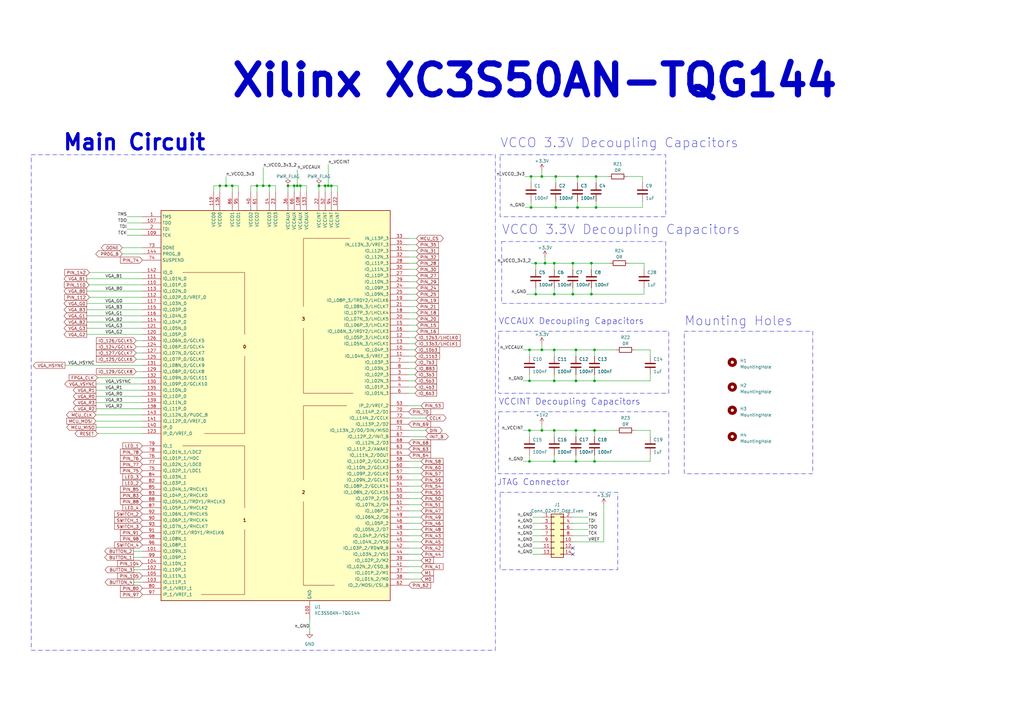
<source format=kicad_sch>
(kicad_sch (version 20230121) (generator eeschema)

  (uuid a9d73abf-1c06-4e46-bc35-e158475ae349)

  (paper "A3")

  (lib_symbols
    (symbol "Connector_Generic:Conn_02x07_Odd_Even" (pin_names (offset 1.016) hide) (in_bom yes) (on_board yes)
      (property "Reference" "J" (at 1.27 10.16 0)
        (effects (font (size 1.27 1.27)))
      )
      (property "Value" "Conn_02x07_Odd_Even" (at 1.27 -10.16 0)
        (effects (font (size 1.27 1.27)))
      )
      (property "Footprint" "" (at 0 0 0)
        (effects (font (size 1.27 1.27)) hide)
      )
      (property "Datasheet" "~" (at 0 0 0)
        (effects (font (size 1.27 1.27)) hide)
      )
      (property "ki_keywords" "connector" (at 0 0 0)
        (effects (font (size 1.27 1.27)) hide)
      )
      (property "ki_description" "Generic connector, double row, 02x07, odd/even pin numbering scheme (row 1 odd numbers, row 2 even numbers), script generated (kicad-library-utils/schlib/autogen/connector/)" (at 0 0 0)
        (effects (font (size 1.27 1.27)) hide)
      )
      (property "ki_fp_filters" "Connector*:*_2x??_*" (at 0 0 0)
        (effects (font (size 1.27 1.27)) hide)
      )
      (symbol "Conn_02x07_Odd_Even_1_1"
        (rectangle (start -1.27 -7.493) (end 0 -7.747)
          (stroke (width 0.1524) (type default))
          (fill (type none))
        )
        (rectangle (start -1.27 -4.953) (end 0 -5.207)
          (stroke (width 0.1524) (type default))
          (fill (type none))
        )
        (rectangle (start -1.27 -2.413) (end 0 -2.667)
          (stroke (width 0.1524) (type default))
          (fill (type none))
        )
        (rectangle (start -1.27 0.127) (end 0 -0.127)
          (stroke (width 0.1524) (type default))
          (fill (type none))
        )
        (rectangle (start -1.27 2.667) (end 0 2.413)
          (stroke (width 0.1524) (type default))
          (fill (type none))
        )
        (rectangle (start -1.27 5.207) (end 0 4.953)
          (stroke (width 0.1524) (type default))
          (fill (type none))
        )
        (rectangle (start -1.27 7.747) (end 0 7.493)
          (stroke (width 0.1524) (type default))
          (fill (type none))
        )
        (rectangle (start -1.27 8.89) (end 3.81 -8.89)
          (stroke (width 0.254) (type default))
          (fill (type background))
        )
        (rectangle (start 3.81 -7.493) (end 2.54 -7.747)
          (stroke (width 0.1524) (type default))
          (fill (type none))
        )
        (rectangle (start 3.81 -4.953) (end 2.54 -5.207)
          (stroke (width 0.1524) (type default))
          (fill (type none))
        )
        (rectangle (start 3.81 -2.413) (end 2.54 -2.667)
          (stroke (width 0.1524) (type default))
          (fill (type none))
        )
        (rectangle (start 3.81 0.127) (end 2.54 -0.127)
          (stroke (width 0.1524) (type default))
          (fill (type none))
        )
        (rectangle (start 3.81 2.667) (end 2.54 2.413)
          (stroke (width 0.1524) (type default))
          (fill (type none))
        )
        (rectangle (start 3.81 5.207) (end 2.54 4.953)
          (stroke (width 0.1524) (type default))
          (fill (type none))
        )
        (rectangle (start 3.81 7.747) (end 2.54 7.493)
          (stroke (width 0.1524) (type default))
          (fill (type none))
        )
        (pin passive line (at -5.08 7.62 0) (length 3.81)
          (name "Pin_1" (effects (font (size 1.27 1.27))))
          (number "1" (effects (font (size 1.27 1.27))))
        )
        (pin passive line (at 7.62 -2.54 180) (length 3.81)
          (name "Pin_10" (effects (font (size 1.27 1.27))))
          (number "10" (effects (font (size 1.27 1.27))))
        )
        (pin passive line (at -5.08 -5.08 0) (length 3.81)
          (name "Pin_11" (effects (font (size 1.27 1.27))))
          (number "11" (effects (font (size 1.27 1.27))))
        )
        (pin passive line (at 7.62 -5.08 180) (length 3.81)
          (name "Pin_12" (effects (font (size 1.27 1.27))))
          (number "12" (effects (font (size 1.27 1.27))))
        )
        (pin passive line (at -5.08 -7.62 0) (length 3.81)
          (name "Pin_13" (effects (font (size 1.27 1.27))))
          (number "13" (effects (font (size 1.27 1.27))))
        )
        (pin passive line (at 7.62 -7.62 180) (length 3.81)
          (name "Pin_14" (effects (font (size 1.27 1.27))))
          (number "14" (effects (font (size 1.27 1.27))))
        )
        (pin passive line (at 7.62 7.62 180) (length 3.81)
          (name "Pin_2" (effects (font (size 1.27 1.27))))
          (number "2" (effects (font (size 1.27 1.27))))
        )
        (pin passive line (at -5.08 5.08 0) (length 3.81)
          (name "Pin_3" (effects (font (size 1.27 1.27))))
          (number "3" (effects (font (size 1.27 1.27))))
        )
        (pin passive line (at 7.62 5.08 180) (length 3.81)
          (name "Pin_4" (effects (font (size 1.27 1.27))))
          (number "4" (effects (font (size 1.27 1.27))))
        )
        (pin passive line (at -5.08 2.54 0) (length 3.81)
          (name "Pin_5" (effects (font (size 1.27 1.27))))
          (number "5" (effects (font (size 1.27 1.27))))
        )
        (pin passive line (at 7.62 2.54 180) (length 3.81)
          (name "Pin_6" (effects (font (size 1.27 1.27))))
          (number "6" (effects (font (size 1.27 1.27))))
        )
        (pin passive line (at -5.08 0 0) (length 3.81)
          (name "Pin_7" (effects (font (size 1.27 1.27))))
          (number "7" (effects (font (size 1.27 1.27))))
        )
        (pin passive line (at 7.62 0 180) (length 3.81)
          (name "Pin_8" (effects (font (size 1.27 1.27))))
          (number "8" (effects (font (size 1.27 1.27))))
        )
        (pin passive line (at -5.08 -2.54 0) (length 3.81)
          (name "Pin_9" (effects (font (size 1.27 1.27))))
          (number "9" (effects (font (size 1.27 1.27))))
        )
      )
    )
    (symbol "Device:C" (pin_numbers hide) (pin_names (offset 0.254)) (in_bom yes) (on_board yes)
      (property "Reference" "C" (at 0.635 2.54 0)
        (effects (font (size 1.27 1.27)) (justify left))
      )
      (property "Value" "C" (at 0.635 -2.54 0)
        (effects (font (size 1.27 1.27)) (justify left))
      )
      (property "Footprint" "" (at 0.9652 -3.81 0)
        (effects (font (size 1.27 1.27)) hide)
      )
      (property "Datasheet" "~" (at 0 0 0)
        (effects (font (size 1.27 1.27)) hide)
      )
      (property "ki_keywords" "cap capacitor" (at 0 0 0)
        (effects (font (size 1.27 1.27)) hide)
      )
      (property "ki_description" "Unpolarized capacitor" (at 0 0 0)
        (effects (font (size 1.27 1.27)) hide)
      )
      (property "ki_fp_filters" "C_*" (at 0 0 0)
        (effects (font (size 1.27 1.27)) hide)
      )
      (symbol "C_0_1"
        (polyline
          (pts
            (xy -2.032 -0.762)
            (xy 2.032 -0.762)
          )
          (stroke (width 0.508) (type default))
          (fill (type none))
        )
        (polyline
          (pts
            (xy -2.032 0.762)
            (xy 2.032 0.762)
          )
          (stroke (width 0.508) (type default))
          (fill (type none))
        )
      )
      (symbol "C_1_1"
        (pin passive line (at 0 3.81 270) (length 2.794)
          (name "~" (effects (font (size 1.27 1.27))))
          (number "1" (effects (font (size 1.27 1.27))))
        )
        (pin passive line (at 0 -3.81 90) (length 2.794)
          (name "~" (effects (font (size 1.27 1.27))))
          (number "2" (effects (font (size 1.27 1.27))))
        )
      )
    )
    (symbol "Device:R" (pin_numbers hide) (pin_names (offset 0)) (in_bom yes) (on_board yes)
      (property "Reference" "R" (at 2.032 0 90)
        (effects (font (size 1.27 1.27)))
      )
      (property "Value" "R" (at 0 0 90)
        (effects (font (size 1.27 1.27)))
      )
      (property "Footprint" "" (at -1.778 0 90)
        (effects (font (size 1.27 1.27)) hide)
      )
      (property "Datasheet" "~" (at 0 0 0)
        (effects (font (size 1.27 1.27)) hide)
      )
      (property "ki_keywords" "R res resistor" (at 0 0 0)
        (effects (font (size 1.27 1.27)) hide)
      )
      (property "ki_description" "Resistor" (at 0 0 0)
        (effects (font (size 1.27 1.27)) hide)
      )
      (property "ki_fp_filters" "R_*" (at 0 0 0)
        (effects (font (size 1.27 1.27)) hide)
      )
      (symbol "R_0_1"
        (rectangle (start -1.016 -2.54) (end 1.016 2.54)
          (stroke (width 0.254) (type default))
          (fill (type none))
        )
      )
      (symbol "R_1_1"
        (pin passive line (at 0 3.81 270) (length 1.27)
          (name "~" (effects (font (size 1.27 1.27))))
          (number "1" (effects (font (size 1.27 1.27))))
        )
        (pin passive line (at 0 -3.81 90) (length 1.27)
          (name "~" (effects (font (size 1.27 1.27))))
          (number "2" (effects (font (size 1.27 1.27))))
        )
      )
    )
    (symbol "FPGA_Xilinx:XC3S50AN-TQG144" (in_bom yes) (on_board yes)
      (property "Reference" "U" (at 0 0 0)
        (effects (font (size 1.27 1.27)))
      )
      (property "Value" "XC3S50AN-TQG144" (at 0 5.08 0)
        (effects (font (size 1.27 1.27)))
      )
      (property "Footprint" "" (at 0 0 0)
        (effects (font (size 1.27 1.27)) hide)
      )
      (property "Datasheet" "" (at 0 0 0)
        (effects (font (size 1.27 1.27)) hide)
      )
      (property "ki_fp_filters" "TQFP144" (at 0 0 0)
        (effects (font (size 1.27 1.27)) hide)
      )
      (symbol "XC3S50AN-TQG144_0_0"
        (text "0" (at -12.7 25.4 0)
          (effects (font (size 1.27 1.27) bold))
        )
        (text "1" (at -12.7 -45.72 0)
          (effects (font (size 1.27 1.27) bold))
        )
        (text "2" (at 11.43 -34.29 0)
          (effects (font (size 1.27 1.27) bold))
        )
        (text "3" (at 11.43 36.83 0)
          (effects (font (size 1.27 1.27) bold))
        )
      )
      (symbol "XC3S50AN-TQG144_0_1"
        (rectangle (start -46.99 81.28) (end 46.99 -78.74)
          (stroke (width 0.254) (type default))
          (fill (type background))
        )
        (polyline
          (pts
            (xy -38.1 55.88)
            (xy -12.7 55.88)
            (xy -12.7 30.48)
            (xy -12.7 30.48)
          )
          (stroke (width 0) (type default))
          (fill (type none))
        )
        (polyline
          (pts
            (xy -29.21 -10.16)
            (xy -12.7 -10.16)
            (xy -12.7 21.59)
            (xy -12.7 21.59)
          )
          (stroke (width 0) (type default))
          (fill (type none))
        )
        (polyline
          (pts
            (xy -12.7 -40.64)
            (xy -12.7 -15.24)
            (xy -38.1 -15.24)
            (xy -38.1 -15.24)
          )
          (stroke (width 0) (type default))
          (fill (type none))
        )
        (polyline
          (pts
            (xy 24.13 -72.39)
            (xy 11.43 -72.39)
            (xy 11.43 -38.1)
            (xy 11.43 -38.1)
          )
          (stroke (width 0) (type default))
          (fill (type none))
        )
        (polyline
          (pts
            (xy 29.21 1.27)
            (xy 11.43 1.27)
            (xy 11.43 -29.21)
            (xy 11.43 -29.21)
          )
          (stroke (width 0) (type default))
          (fill (type none))
        )
        (polyline
          (pts
            (xy 30.48 69.85)
            (xy 11.43 69.85)
            (xy 11.43 41.91)
            (xy 11.43 41.91)
          )
          (stroke (width 0) (type default))
          (fill (type none))
        )
        (polyline
          (pts
            (xy 31.75 6.35)
            (xy 11.43 6.35)
            (xy 11.43 33.02)
            (xy 11.43 33.02)
          )
          (stroke (width 0) (type default))
          (fill (type none))
        )
        (polyline
          (pts
            (xy -30.48 -76.2)
            (xy -13.97 -76.2)
            (xy -12.7 -76.2)
            (xy -12.7 -49.53)
            (xy -12.7 -49.53)
          )
          (stroke (width 0) (type default))
          (fill (type none))
        )
      )
      (symbol "XC3S50AN-TQG144_1_1"
        (pin input line (at -54.61 78.74 0) (length 7.62)
          (name "TMS" (effects (font (size 1.27 1.27))))
          (number "1" (effects (font (size 1.27 1.27))))
        )
        (pin bidirectional line (at 54.61 24.13 180) (length 7.62)
          (name "IO_L04P_3" (effects (font (size 1.27 1.27))))
          (number "10" (effects (font (size 1.27 1.27))))
        )
        (pin power_in line (at 13.97 -86.36 90) (length 7.62)
          (name "GND" (effects (font (size 1.27 1.27))))
          (number "100" (effects (font (size 1.27 1.27))))
        )
        (pin bidirectional line (at -54.61 -58.42 0) (length 7.62)
          (name "IO_L09N_1" (effects (font (size 1.27 1.27))))
          (number "101" (effects (font (size 1.27 1.27))))
        )
        (pin bidirectional line (at -54.61 -66.04 0) (length 7.62)
          (name "IO_L10P_1" (effects (font (size 1.27 1.27))))
          (number "102" (effects (font (size 1.27 1.27))))
        )
        (pin bidirectional line (at -54.61 -71.12 0) (length 7.62)
          (name "IO_L11P_1" (effects (font (size 1.27 1.27))))
          (number "103" (effects (font (size 1.27 1.27))))
        )
        (pin bidirectional line (at -54.61 -63.5 0) (length 7.62)
          (name "IO_L10N_1" (effects (font (size 1.27 1.27))))
          (number "104" (effects (font (size 1.27 1.27))))
        )
        (pin bidirectional line (at -54.61 -68.58 0) (length 7.62)
          (name "IO_L11N_1" (effects (font (size 1.27 1.27))))
          (number "105" (effects (font (size 1.27 1.27))))
        )
        (pin passive line (at 13.97 -86.36 90) (length 7.62) hide
          (name "GND" (effects (font (size 1.27 1.27))))
          (number "106" (effects (font (size 1.27 1.27))))
        )
        (pin output line (at -54.61 76.2 0) (length 7.62)
          (name "TDO" (effects (font (size 1.27 1.27))))
          (number "107" (effects (font (size 1.27 1.27))))
        )
        (pin power_in line (at 10.16 88.9 270) (length 7.62)
          (name "VCCAUX" (effects (font (size 1.27 1.27))))
          (number "108" (effects (font (size 1.27 1.27))))
        )
        (pin input line (at -54.61 71.12 0) (length 7.62)
          (name "TCK" (effects (font (size 1.27 1.27))))
          (number "109" (effects (font (size 1.27 1.27))))
        )
        (pin bidirectional line (at 54.61 21.59 180) (length 7.62)
          (name "IO_L04N_3/VREF_3" (effects (font (size 1.27 1.27))))
          (number "11" (effects (font (size 1.27 1.27))))
        )
        (pin bidirectional line (at -54.61 50.8 0) (length 7.62)
          (name "IO_L01P_0" (effects (font (size 1.27 1.27))))
          (number "110" (effects (font (size 1.27 1.27))))
        )
        (pin bidirectional line (at -54.61 53.34 0) (length 7.62)
          (name "IO_L01N_0" (effects (font (size 1.27 1.27))))
          (number "111" (effects (font (size 1.27 1.27))))
        )
        (pin bidirectional line (at -54.61 45.72 0) (length 7.62)
          (name "IO_L02P_0/VREF_0" (effects (font (size 1.27 1.27))))
          (number "112" (effects (font (size 1.27 1.27))))
        )
        (pin bidirectional line (at -54.61 48.26 0) (length 7.62)
          (name "IO_L02N_0" (effects (font (size 1.27 1.27))))
          (number "113" (effects (font (size 1.27 1.27))))
        )
        (pin bidirectional line (at -54.61 35.56 0) (length 7.62)
          (name "IO_L04P_0" (effects (font (size 1.27 1.27))))
          (number "114" (effects (font (size 1.27 1.27))))
        )
        (pin bidirectional line (at -54.61 40.64 0) (length 7.62)
          (name "IO_L03P_0" (effects (font (size 1.27 1.27))))
          (number "115" (effects (font (size 1.27 1.27))))
        )
        (pin bidirectional line (at -54.61 38.1 0) (length 7.62)
          (name "IO_L04N_0" (effects (font (size 1.27 1.27))))
          (number "116" (effects (font (size 1.27 1.27))))
        )
        (pin bidirectional line (at -54.61 43.18 0) (length 7.62)
          (name "IO_L03N_0" (effects (font (size 1.27 1.27))))
          (number "117" (effects (font (size 1.27 1.27))))
        )
        (pin passive line (at 13.97 -86.36 90) (length 7.62) hide
          (name "GND" (effects (font (size 1.27 1.27))))
          (number "118" (effects (font (size 1.27 1.27))))
        )
        (pin power_in line (at -25.4 88.9 270) (length 7.62)
          (name "VCCO0" (effects (font (size 1.27 1.27))))
          (number "119" (effects (font (size 1.27 1.27))))
        )
        (pin bidirectional line (at 54.61 29.21 180) (length 7.62)
          (name "IO_L05P_3/LHCLK0" (effects (font (size 1.27 1.27))))
          (number "12" (effects (font (size 1.27 1.27))))
        )
        (pin bidirectional line (at -54.61 30.48 0) (length 7.62)
          (name "IO_L05P_0" (effects (font (size 1.27 1.27))))
          (number "120" (effects (font (size 1.27 1.27))))
        )
        (pin bidirectional line (at -54.61 33.02 0) (length 7.62)
          (name "IO_L05N_0" (effects (font (size 1.27 1.27))))
          (number "121" (effects (font (size 1.27 1.27))))
        )
        (pin power_in line (at 25.4 88.9 270) (length 7.62)
          (name "VCCINT" (effects (font (size 1.27 1.27))))
          (number "122" (effects (font (size 1.27 1.27))))
        )
        (pin input line (at -54.61 -10.16 0) (length 7.62)
          (name "IP_0/VREF_0" (effects (font (size 1.27 1.27))))
          (number "123" (effects (font (size 1.27 1.27))))
        )
        (pin bidirectional line (at -54.61 25.4 0) (length 7.62)
          (name "IO_L06P_0/GCLK4" (effects (font (size 1.27 1.27))))
          (number "124" (effects (font (size 1.27 1.27))))
        )
        (pin bidirectional line (at -54.61 20.32 0) (length 7.62)
          (name "IO_L07P_0/GCLK6" (effects (font (size 1.27 1.27))))
          (number "125" (effects (font (size 1.27 1.27))))
        )
        (pin bidirectional line (at -54.61 27.94 0) (length 7.62)
          (name "IO_L06N_0/GCLK5" (effects (font (size 1.27 1.27))))
          (number "126" (effects (font (size 1.27 1.27))))
        )
        (pin bidirectional line (at -54.61 22.86 0) (length 7.62)
          (name "IO_L07N_0/GCLK7" (effects (font (size 1.27 1.27))))
          (number "127" (effects (font (size 1.27 1.27))))
        )
        (pin passive line (at 13.97 -86.36 90) (length 7.62) hide
          (name "GND" (effects (font (size 1.27 1.27))))
          (number "128" (effects (font (size 1.27 1.27))))
        )
        (pin bidirectional line (at -54.61 15.24 0) (length 7.62)
          (name "IO_L08P_0/GCLK8" (effects (font (size 1.27 1.27))))
          (number "129" (effects (font (size 1.27 1.27))))
        )
        (pin bidirectional line (at 54.61 26.67 180) (length 7.62)
          (name "IO_L05N_3/LHCLK1" (effects (font (size 1.27 1.27))))
          (number "13" (effects (font (size 1.27 1.27))))
        )
        (pin bidirectional line (at -54.61 10.16 0) (length 7.62)
          (name "IO_L09P_0/GCLK10" (effects (font (size 1.27 1.27))))
          (number "130" (effects (font (size 1.27 1.27))))
        )
        (pin bidirectional line (at -54.61 17.78 0) (length 7.62)
          (name "IO_L08N_0/GCLK9" (effects (font (size 1.27 1.27))))
          (number "131" (effects (font (size 1.27 1.27))))
        )
        (pin bidirectional line (at -54.61 12.7 0) (length 7.62)
          (name "IO_L09N_0/GCLK11" (effects (font (size 1.27 1.27))))
          (number "132" (effects (font (size 1.27 1.27))))
        )
        (pin power_in line (at 12.7 88.9 270) (length 7.62)
          (name "VCCAUX" (effects (font (size 1.27 1.27))))
          (number "133" (effects (font (size 1.27 1.27))))
        )
        (pin bidirectional line (at -54.61 5.08 0) (length 7.62)
          (name "IO_L10P_0" (effects (font (size 1.27 1.27))))
          (number "134" (effects (font (size 1.27 1.27))))
        )
        (pin bidirectional line (at -54.61 7.62 0) (length 7.62)
          (name "IO_L10N_0" (effects (font (size 1.27 1.27))))
          (number "135" (effects (font (size 1.27 1.27))))
        )
        (pin power_in line (at -22.86 88.9 270) (length 7.62)
          (name "VCCO0" (effects (font (size 1.27 1.27))))
          (number "136" (effects (font (size 1.27 1.27))))
        )
        (pin passive line (at 13.97 -86.36 90) (length 7.62) hide
          (name "GND" (effects (font (size 1.27 1.27))))
          (number "137" (effects (font (size 1.27 1.27))))
        )
        (pin bidirectional line (at -54.61 0 0) (length 7.62)
          (name "IO_L11P_0" (effects (font (size 1.27 1.27))))
          (number "138" (effects (font (size 1.27 1.27))))
        )
        (pin bidirectional line (at -54.61 2.54 0) (length 7.62)
          (name "IO_L11N_0" (effects (font (size 1.27 1.27))))
          (number "139" (effects (font (size 1.27 1.27))))
        )
        (pin passive line (at -2.54 88.9 270) (length 7.62)
          (name "VCCO3" (effects (font (size 1.27 1.27))))
          (number "14" (effects (font (size 1.27 1.27))))
        )
        (pin input line (at -54.61 -7.62 0) (length 7.62)
          (name "IP_0" (effects (font (size 1.27 1.27))))
          (number "140" (effects (font (size 1.27 1.27))))
        )
        (pin bidirectional line (at -54.61 -5.08 0) (length 7.62)
          (name "IO_L12P_0/VREF_0" (effects (font (size 1.27 1.27))))
          (number "141" (effects (font (size 1.27 1.27))))
        )
        (pin bidirectional line (at -54.61 55.88 0) (length 7.62)
          (name "IO_0" (effects (font (size 1.27 1.27))))
          (number "142" (effects (font (size 1.27 1.27))))
        )
        (pin bidirectional line (at -54.61 -2.54 0) (length 7.62)
          (name "IO_L12N_0/PUDC_B" (effects (font (size 1.27 1.27))))
          (number "143" (effects (font (size 1.27 1.27))))
        )
        (pin bidirectional line (at -54.61 63.5 0) (length 7.62)
          (name "PROG_B" (effects (font (size 1.27 1.27))))
          (number "144" (effects (font (size 1.27 1.27))))
        )
        (pin bidirectional line (at 54.61 34.29 180) (length 7.62)
          (name "IO_L06P_3/LHCLK2" (effects (font (size 1.27 1.27))))
          (number "15" (effects (font (size 1.27 1.27))))
        )
        (pin bidirectional line (at 54.61 31.75 180) (length 7.62)
          (name "IO_L06N_3/IRDY2/LHCLK3" (effects (font (size 1.27 1.27))))
          (number "16" (effects (font (size 1.27 1.27))))
        )
        (pin passive line (at 13.97 -86.36 90) (length 7.62) hide
          (name "GND" (effects (font (size 1.27 1.27))))
          (number "17" (effects (font (size 1.27 1.27))))
        )
        (pin bidirectional line (at 54.61 39.37 180) (length 7.62)
          (name "IO_L07P_3/LHCLK4" (effects (font (size 1.27 1.27))))
          (number "18" (effects (font (size 1.27 1.27))))
        )
        (pin bidirectional line (at 54.61 44.45 180) (length 7.62)
          (name "IO_L08P_3/TRDY2/LHCLK6" (effects (font (size 1.27 1.27))))
          (number "19" (effects (font (size 1.27 1.27))))
        )
        (pin input line (at -54.61 73.66 0) (length 7.62)
          (name "TDI" (effects (font (size 1.27 1.27))))
          (number "2" (effects (font (size 1.27 1.27))))
        )
        (pin bidirectional line (at 54.61 36.83 180) (length 7.62)
          (name "IO_L07N_3/LHCLK5" (effects (font (size 1.27 1.27))))
          (number "20" (effects (font (size 1.27 1.27))))
        )
        (pin bidirectional line (at 54.61 41.91 180) (length 7.62)
          (name "IO_L08N_3/LHCLK7" (effects (font (size 1.27 1.27))))
          (number "21" (effects (font (size 1.27 1.27))))
        )
        (pin power_in line (at 17.78 88.9 270) (length 7.62)
          (name "VCCINT" (effects (font (size 1.27 1.27))))
          (number "22" (effects (font (size 1.27 1.27))))
        )
        (pin power_in line (at 0 88.9 270) (length 7.62)
          (name "VCCO3" (effects (font (size 1.27 1.27))))
          (number "23" (effects (font (size 1.27 1.27))))
        )
        (pin bidirectional line (at 54.61 49.53 180) (length 7.62)
          (name "IO_L09P_3" (effects (font (size 1.27 1.27))))
          (number "24" (effects (font (size 1.27 1.27))))
        )
        (pin bidirectional line (at 54.61 46.99 180) (length 7.62)
          (name "IO_L09N_3" (effects (font (size 1.27 1.27))))
          (number "25" (effects (font (size 1.27 1.27))))
        )
        (pin passive line (at 13.97 -86.36 90) (length 7.62) hide
          (name "GND" (effects (font (size 1.27 1.27))))
          (number "26" (effects (font (size 1.27 1.27))))
        )
        (pin bidirectional line (at 54.61 54.61 180) (length 7.62)
          (name "IO_L10P_3" (effects (font (size 1.27 1.27))))
          (number "27" (effects (font (size 1.27 1.27))))
        )
        (pin bidirectional line (at 54.61 59.69 180) (length 7.62)
          (name "IO_L11P_3" (effects (font (size 1.27 1.27))))
          (number "28" (effects (font (size 1.27 1.27))))
        )
        (pin bidirectional line (at 54.61 52.07 180) (length 7.62)
          (name "IO_L10N_3" (effects (font (size 1.27 1.27))))
          (number "29" (effects (font (size 1.27 1.27))))
        )
        (pin bidirectional line (at 54.61 13.97 180) (length 7.62)
          (name "IO_L02P_3" (effects (font (size 1.27 1.27))))
          (number "3" (effects (font (size 1.27 1.27))))
        )
        (pin bidirectional line (at 54.61 57.15 180) (length 7.62)
          (name "IO_L11N_3" (effects (font (size 1.27 1.27))))
          (number "30" (effects (font (size 1.27 1.27))))
        )
        (pin bidirectional line (at 54.61 64.77 180) (length 7.62)
          (name "IO_L12P_3" (effects (font (size 1.27 1.27))))
          (number "31" (effects (font (size 1.27 1.27))))
        )
        (pin bidirectional line (at 54.61 62.23 180) (length 7.62)
          (name "IO_L12N_3" (effects (font (size 1.27 1.27))))
          (number "32" (effects (font (size 1.27 1.27))))
        )
        (pin input line (at 54.61 69.85 180) (length 7.62)
          (name "IN_L13P_3" (effects (font (size 1.27 1.27))))
          (number "33" (effects (font (size 1.27 1.27))))
        )
        (pin passive line (at 13.97 -86.36 90) (length 7.62) hide
          (name "GND" (effects (font (size 1.27 1.27))))
          (number "34" (effects (font (size 1.27 1.27))))
        )
        (pin input line (at 54.61 67.31 180) (length 7.62)
          (name "IN_L13N_3/VREF_3" (effects (font (size 1.27 1.27))))
          (number "35" (effects (font (size 1.27 1.27))))
        )
        (pin power_in line (at 5.08 88.9 270) (length 7.62)
          (name "VCCAUX" (effects (font (size 1.27 1.27))))
          (number "36" (effects (font (size 1.27 1.27))))
        )
        (pin bidirectional line (at 54.61 -67.31 180) (length 7.62)
          (name "IO_L01P_2/M1" (effects (font (size 1.27 1.27))))
          (number "37" (effects (font (size 1.27 1.27))))
        )
        (pin bidirectional line (at 54.61 -69.85 180) (length 7.62)
          (name "IO_L01N_2/M0" (effects (font (size 1.27 1.27))))
          (number "38" (effects (font (size 1.27 1.27))))
        )
        (pin bidirectional line (at 54.61 -62.23 180) (length 7.62)
          (name "IO_L02P_2/M2" (effects (font (size 1.27 1.27))))
          (number "39" (effects (font (size 1.27 1.27))))
        )
        (pin bidirectional line (at 54.61 8.89 180) (length 7.62)
          (name "IO_L01P_3" (effects (font (size 1.27 1.27))))
          (number "4" (effects (font (size 1.27 1.27))))
        )
        (pin power_in line (at -10.16 88.9 270) (length 7.62)
          (name "VCCO2" (effects (font (size 1.27 1.27))))
          (number "40" (effects (font (size 1.27 1.27))))
        )
        (pin bidirectional line (at 54.61 -64.77 180) (length 7.62)
          (name "IO_L02N_2/CSO_B" (effects (font (size 1.27 1.27))))
          (number "41" (effects (font (size 1.27 1.27))))
        )
        (pin bidirectional line (at 54.61 -57.15 180) (length 7.62)
          (name "IO_L03P_2/RDWR_B" (effects (font (size 1.27 1.27))))
          (number "42" (effects (font (size 1.27 1.27))))
        )
        (pin bidirectional line (at 54.61 -52.07 180) (length 7.62)
          (name "IO_L04P_2/VS2" (effects (font (size 1.27 1.27))))
          (number "43" (effects (font (size 1.27 1.27))))
        )
        (pin bidirectional line (at 54.61 -59.69 180) (length 7.62)
          (name "IO_L03N_2/VS1" (effects (font (size 1.27 1.27))))
          (number "44" (effects (font (size 1.27 1.27))))
        )
        (pin bidirectional line (at 54.61 -54.61 180) (length 7.62)
          (name "IO_L04N_2/VS0" (effects (font (size 1.27 1.27))))
          (number "45" (effects (font (size 1.27 1.27))))
        )
        (pin bidirectional line (at 54.61 -46.99 180) (length 7.62)
          (name "IO_L05P_2" (effects (font (size 1.27 1.27))))
          (number "46" (effects (font (size 1.27 1.27))))
        )
        (pin bidirectional line (at 54.61 -41.91 180) (length 7.62)
          (name "IO_L06P_2" (effects (font (size 1.27 1.27))))
          (number "47" (effects (font (size 1.27 1.27))))
        )
        (pin bidirectional line (at 54.61 -49.53 180) (length 7.62)
          (name "IO_L05N_2/D7" (effects (font (size 1.27 1.27))))
          (number "48" (effects (font (size 1.27 1.27))))
        )
        (pin bidirectional line (at 54.61 -44.45 180) (length 7.62)
          (name "IO_L06N_2/D6" (effects (font (size 1.27 1.27))))
          (number "49" (effects (font (size 1.27 1.27))))
        )
        (pin bidirectional line (at 54.61 11.43 180) (length 7.62)
          (name "IO_L02N_3" (effects (font (size 1.27 1.27))))
          (number "5" (effects (font (size 1.27 1.27))))
        )
        (pin bidirectional line (at 54.61 -36.83 180) (length 7.62)
          (name "IO_L07P_2/D5" (effects (font (size 1.27 1.27))))
          (number "50" (effects (font (size 1.27 1.27))))
        )
        (pin bidirectional line (at 54.61 -39.37 180) (length 7.62)
          (name "IO_L07N_2/D4" (effects (font (size 1.27 1.27))))
          (number "51" (effects (font (size 1.27 1.27))))
        )
        (pin power_in line (at 20.32 88.9 270) (length 7.62)
          (name "VCCINT" (effects (font (size 1.27 1.27))))
          (number "52" (effects (font (size 1.27 1.27))))
        )
        (pin input line (at 54.61 1.27 180) (length 7.62)
          (name "IP_2/VREF_2" (effects (font (size 1.27 1.27))))
          (number "53" (effects (font (size 1.27 1.27))))
        )
        (pin bidirectional line (at 54.61 -31.75 180) (length 7.62)
          (name "IO_L08P_2/GCLK14" (effects (font (size 1.27 1.27))))
          (number "54" (effects (font (size 1.27 1.27))))
        )
        (pin bidirectional line (at 54.61 -34.29 180) (length 7.62)
          (name "IO_L08N_2/GCLK15" (effects (font (size 1.27 1.27))))
          (number "55" (effects (font (size 1.27 1.27))))
        )
        (pin passive line (at 13.97 -86.36 90) (length 7.62) hide
          (name "GND" (effects (font (size 1.27 1.27))))
          (number "56" (effects (font (size 1.27 1.27))))
        )
        (pin bidirectional line (at 54.61 -26.67 180) (length 7.62)
          (name "IO_L09P_2/GCLK0" (effects (font (size 1.27 1.27))))
          (number "57" (effects (font (size 1.27 1.27))))
        )
        (pin bidirectional line (at 54.61 -21.59 180) (length 7.62)
          (name "IO_L10P_2/GCLK2" (effects (font (size 1.27 1.27))))
          (number "58" (effects (font (size 1.27 1.27))))
        )
        (pin bidirectional line (at 54.61 -29.21 180) (length 7.62)
          (name "IO_L09N_2/GCLK1" (effects (font (size 1.27 1.27))))
          (number "59" (effects (font (size 1.27 1.27))))
        )
        (pin bidirectional line (at 54.61 6.35 180) (length 7.62)
          (name "IO_L01N_3" (effects (font (size 1.27 1.27))))
          (number "6" (effects (font (size 1.27 1.27))))
        )
        (pin bidirectional line (at 54.61 -24.13 180) (length 7.62)
          (name "IO_L10N_2/GCLK3" (effects (font (size 1.27 1.27))))
          (number "60" (effects (font (size 1.27 1.27))))
        )
        (pin power_in line (at -7.62 88.9 270) (length 7.62)
          (name "VCCO2" (effects (font (size 1.27 1.27))))
          (number "61" (effects (font (size 1.27 1.27))))
        )
        (pin bidirectional line (at 54.61 -72.39 180) (length 7.62)
          (name "IO_2/MOSI/CSI_B" (effects (font (size 1.27 1.27))))
          (number "62" (effects (font (size 1.27 1.27))))
        )
        (pin bidirectional line (at 54.61 -16.51 180) (length 7.62)
          (name "IO_L11P_2/AWAKE" (effects (font (size 1.27 1.27))))
          (number "63" (effects (font (size 1.27 1.27))))
        )
        (pin bidirectional line (at 54.61 -19.05 180) (length 7.62)
          (name "IO_L11N_2/DOUT" (effects (font (size 1.27 1.27))))
          (number "64" (effects (font (size 1.27 1.27))))
        )
        (pin passive line (at 13.97 -86.36 90) (length 7.62) hide
          (name "GND" (effects (font (size 1.27 1.27))))
          (number "65" (effects (font (size 1.27 1.27))))
        )
        (pin power_in line (at 7.62 88.9 270) (length 7.62)
          (name "VCCAUX" (effects (font (size 1.27 1.27))))
          (number "66" (effects (font (size 1.27 1.27))))
        )
        (pin bidirectional line (at 54.61 -11.43 180) (length 7.62)
          (name "IO_L12P_2/INIT_B" (effects (font (size 1.27 1.27))))
          (number "67" (effects (font (size 1.27 1.27))))
        )
        (pin bidirectional line (at 54.61 -13.97 180) (length 7.62)
          (name "IO_L12N_2/D3" (effects (font (size 1.27 1.27))))
          (number "68" (effects (font (size 1.27 1.27))))
        )
        (pin bidirectional line (at 54.61 -6.35 180) (length 7.62)
          (name "IO_L13P_2/D2" (effects (font (size 1.27 1.27))))
          (number "69" (effects (font (size 1.27 1.27))))
        )
        (pin bidirectional line (at 54.61 19.05 180) (length 7.62)
          (name "IO_L03P_3" (effects (font (size 1.27 1.27))))
          (number "7" (effects (font (size 1.27 1.27))))
        )
        (pin bidirectional line (at 54.61 -1.27 180) (length 7.62)
          (name "IO_L14P_2/D1" (effects (font (size 1.27 1.27))))
          (number "70" (effects (font (size 1.27 1.27))))
        )
        (pin bidirectional line (at 54.61 -8.89 180) (length 7.62)
          (name "IO_L13N_2/D0/DIN/MISO" (effects (font (size 1.27 1.27))))
          (number "71" (effects (font (size 1.27 1.27))))
        )
        (pin bidirectional line (at 54.61 -3.81 180) (length 7.62)
          (name "IO_L14N_2/CCLK" (effects (font (size 1.27 1.27))))
          (number "72" (effects (font (size 1.27 1.27))))
        )
        (pin bidirectional line (at -54.61 66.04 0) (length 7.62)
          (name "DONE" (effects (font (size 1.27 1.27))))
          (number "73" (effects (font (size 1.27 1.27))))
        )
        (pin input line (at -54.61 60.96 0) (length 7.62)
          (name "SUSPEND" (effects (font (size 1.27 1.27))))
          (number "74" (effects (font (size 1.27 1.27))))
        )
        (pin bidirectional line (at -54.61 -25.4 0) (length 7.62)
          (name "IO_L02P_1/LDC1" (effects (font (size 1.27 1.27))))
          (number "75" (effects (font (size 1.27 1.27))))
        )
        (pin bidirectional line (at -54.61 -20.32 0) (length 7.62)
          (name "IO_L01P_1/HDC" (effects (font (size 1.27 1.27))))
          (number "76" (effects (font (size 1.27 1.27))))
        )
        (pin bidirectional line (at -54.61 -22.86 0) (length 7.62)
          (name "IO_L02N_1/LDC0" (effects (font (size 1.27 1.27))))
          (number "77" (effects (font (size 1.27 1.27))))
        )
        (pin bidirectional line (at -54.61 -17.78 0) (length 7.62)
          (name "IO_L01N_1/LDC2" (effects (font (size 1.27 1.27))))
          (number "78" (effects (font (size 1.27 1.27))))
        )
        (pin bidirectional line (at -54.61 -15.24 0) (length 7.62)
          (name "IO_1" (effects (font (size 1.27 1.27))))
          (number "79" (effects (font (size 1.27 1.27))))
        )
        (pin bidirectional line (at 54.61 16.51 180) (length 7.62)
          (name "IO_L03N_3" (effects (font (size 1.27 1.27))))
          (number "8" (effects (font (size 1.27 1.27))))
        )
        (pin input line (at -54.61 -73.66 0) (length 7.62)
          (name "IP_1/VREF_1" (effects (font (size 1.27 1.27))))
          (number "80" (effects (font (size 1.27 1.27))))
        )
        (pin passive line (at 13.97 -86.36 90) (length 7.62) hide
          (name "GND" (effects (font (size 1.27 1.27))))
          (number "81" (effects (font (size 1.27 1.27))))
        )
        (pin bidirectional line (at -54.61 -30.48 0) (length 7.62)
          (name "IO_L03P_1" (effects (font (size 1.27 1.27))))
          (number "82" (effects (font (size 1.27 1.27))))
        )
        (pin bidirectional line (at -54.61 -35.56 0) (length 7.62)
          (name "IO_L04P_1/RHCLK0" (effects (font (size 1.27 1.27))))
          (number "83" (effects (font (size 1.27 1.27))))
        )
        (pin bidirectional line (at -54.61 -27.94 0) (length 7.62)
          (name "IO_L03N_1" (effects (font (size 1.27 1.27))))
          (number "84" (effects (font (size 1.27 1.27))))
        )
        (pin bidirectional line (at -54.61 -33.02 0) (length 7.62)
          (name "IO_L04N_1/RHCLK1" (effects (font (size 1.27 1.27))))
          (number "85" (effects (font (size 1.27 1.27))))
        )
        (pin power_in line (at -17.78 88.9 270) (length 7.62)
          (name "VCCO1" (effects (font (size 1.27 1.27))))
          (number "86" (effects (font (size 1.27 1.27))))
        )
        (pin bidirectional line (at -54.61 -40.64 0) (length 7.62)
          (name "IO_L05P_1/RHCLK2" (effects (font (size 1.27 1.27))))
          (number "87" (effects (font (size 1.27 1.27))))
        )
        (pin bidirectional line (at -54.61 -38.1 0) (length 7.62)
          (name "IO_L05N_1/TRDY1/RHCLK3" (effects (font (size 1.27 1.27))))
          (number "88" (effects (font (size 1.27 1.27))))
        )
        (pin passive line (at 13.97 -86.36 90) (length 7.62) hide
          (name "GND" (effects (font (size 1.27 1.27))))
          (number "89" (effects (font (size 1.27 1.27))))
        )
        (pin passive line (at 13.97 -86.36 90) (length 7.62) hide
          (name "GND" (effects (font (size 1.27 1.27))))
          (number "9" (effects (font (size 1.27 1.27))))
        )
        (pin bidirectional line (at -54.61 -45.72 0) (length 7.62)
          (name "IO_L06P_1/RHCLK4" (effects (font (size 1.27 1.27))))
          (number "90" (effects (font (size 1.27 1.27))))
        )
        (pin bidirectional line (at -54.61 -50.8 0) (length 7.62)
          (name "IO_L07P_1/IRDY1/RHCLK6" (effects (font (size 1.27 1.27))))
          (number "91" (effects (font (size 1.27 1.27))))
        )
        (pin bidirectional line (at -54.61 -43.18 0) (length 7.62)
          (name "IO_L06N_1/RHCLK5" (effects (font (size 1.27 1.27))))
          (number "92" (effects (font (size 1.27 1.27))))
        )
        (pin bidirectional line (at -54.61 -48.26 0) (length 7.62)
          (name "IO_L07N_1/RHCLK7" (effects (font (size 1.27 1.27))))
          (number "93" (effects (font (size 1.27 1.27))))
        )
        (pin power_in line (at 22.86 88.9 270) (length 7.62)
          (name "VCCINT" (effects (font (size 1.27 1.27))))
          (number "94" (effects (font (size 1.27 1.27))))
        )
        (pin power_in line (at -15.24 88.9 270) (length 7.62)
          (name "VCCO1" (effects (font (size 1.27 1.27))))
          (number "95" (effects (font (size 1.27 1.27))))
        )
        (pin bidirectional line (at -54.61 -55.88 0) (length 7.62)
          (name "IO_L08P_1" (effects (font (size 1.27 1.27))))
          (number "96" (effects (font (size 1.27 1.27))))
        )
        (pin input line (at -54.61 -76.2 0) (length 7.62)
          (name "IP_1/VREF_1" (effects (font (size 1.27 1.27))))
          (number "97" (effects (font (size 1.27 1.27))))
        )
        (pin bidirectional line (at -54.61 -53.34 0) (length 7.62)
          (name "IO_L08N_1" (effects (font (size 1.27 1.27))))
          (number "98" (effects (font (size 1.27 1.27))))
        )
        (pin bidirectional line (at -54.61 -60.96 0) (length 7.62)
          (name "IO_L09P_1" (effects (font (size 1.27 1.27))))
          (number "99" (effects (font (size 1.27 1.27))))
        )
      )
    )
    (symbol "Mechanical:MountingHole" (pin_names (offset 1.016)) (in_bom yes) (on_board yes)
      (property "Reference" "H" (at 0 5.08 0)
        (effects (font (size 1.27 1.27)))
      )
      (property "Value" "MountingHole" (at 0 3.175 0)
        (effects (font (size 1.27 1.27)))
      )
      (property "Footprint" "" (at 0 0 0)
        (effects (font (size 1.27 1.27)) hide)
      )
      (property "Datasheet" "~" (at 0 0 0)
        (effects (font (size 1.27 1.27)) hide)
      )
      (property "ki_keywords" "mounting hole" (at 0 0 0)
        (effects (font (size 1.27 1.27)) hide)
      )
      (property "ki_description" "Mounting Hole without connection" (at 0 0 0)
        (effects (font (size 1.27 1.27)) hide)
      )
      (property "ki_fp_filters" "MountingHole*" (at 0 0 0)
        (effects (font (size 1.27 1.27)) hide)
      )
      (symbol "MountingHole_0_1"
        (circle (center 0 0) (radius 1.27)
          (stroke (width 1.27) (type default))
          (fill (type none))
        )
      )
    )
    (symbol "power:+1V2" (power) (pin_names (offset 0)) (in_bom yes) (on_board yes)
      (property "Reference" "#PWR" (at 0 -3.81 0)
        (effects (font (size 1.27 1.27)) hide)
      )
      (property "Value" "+1V2" (at 0 3.556 0)
        (effects (font (size 1.27 1.27)))
      )
      (property "Footprint" "" (at 0 0 0)
        (effects (font (size 1.27 1.27)) hide)
      )
      (property "Datasheet" "" (at 0 0 0)
        (effects (font (size 1.27 1.27)) hide)
      )
      (property "ki_keywords" "global power" (at 0 0 0)
        (effects (font (size 1.27 1.27)) hide)
      )
      (property "ki_description" "Power symbol creates a global label with name \"+1V2\"" (at 0 0 0)
        (effects (font (size 1.27 1.27)) hide)
      )
      (symbol "+1V2_0_1"
        (polyline
          (pts
            (xy -0.762 1.27)
            (xy 0 2.54)
          )
          (stroke (width 0) (type default))
          (fill (type none))
        )
        (polyline
          (pts
            (xy 0 0)
            (xy 0 2.54)
          )
          (stroke (width 0) (type default))
          (fill (type none))
        )
        (polyline
          (pts
            (xy 0 2.54)
            (xy 0.762 1.27)
          )
          (stroke (width 0) (type default))
          (fill (type none))
        )
      )
      (symbol "+1V2_1_1"
        (pin power_in line (at 0 0 90) (length 0) hide
          (name "+1V2" (effects (font (size 1.27 1.27))))
          (number "1" (effects (font (size 1.27 1.27))))
        )
      )
    )
    (symbol "power:+3.3V" (power) (pin_names (offset 0)) (in_bom yes) (on_board yes)
      (property "Reference" "#PWR" (at 0 -3.81 0)
        (effects (font (size 1.27 1.27)) hide)
      )
      (property "Value" "+3.3V" (at 0 3.556 0)
        (effects (font (size 1.27 1.27)))
      )
      (property "Footprint" "" (at 0 0 0)
        (effects (font (size 1.27 1.27)) hide)
      )
      (property "Datasheet" "" (at 0 0 0)
        (effects (font (size 1.27 1.27)) hide)
      )
      (property "ki_keywords" "global power" (at 0 0 0)
        (effects (font (size 1.27 1.27)) hide)
      )
      (property "ki_description" "Power symbol creates a global label with name \"+3.3V\"" (at 0 0 0)
        (effects (font (size 1.27 1.27)) hide)
      )
      (symbol "+3.3V_0_1"
        (polyline
          (pts
            (xy -0.762 1.27)
            (xy 0 2.54)
          )
          (stroke (width 0) (type default))
          (fill (type none))
        )
        (polyline
          (pts
            (xy 0 0)
            (xy 0 2.54)
          )
          (stroke (width 0) (type default))
          (fill (type none))
        )
        (polyline
          (pts
            (xy 0 2.54)
            (xy 0.762 1.27)
          )
          (stroke (width 0) (type default))
          (fill (type none))
        )
      )
      (symbol "+3.3V_1_1"
        (pin power_in line (at 0 0 90) (length 0) hide
          (name "+3.3V" (effects (font (size 1.27 1.27))))
          (number "1" (effects (font (size 1.27 1.27))))
        )
      )
    )
    (symbol "power:GND" (power) (pin_names (offset 0)) (in_bom yes) (on_board yes)
      (property "Reference" "#PWR" (at 0 -6.35 0)
        (effects (font (size 1.27 1.27)) hide)
      )
      (property "Value" "GND" (at 0 -3.81 0)
        (effects (font (size 1.27 1.27)))
      )
      (property "Footprint" "" (at 0 0 0)
        (effects (font (size 1.27 1.27)) hide)
      )
      (property "Datasheet" "" (at 0 0 0)
        (effects (font (size 1.27 1.27)) hide)
      )
      (property "ki_keywords" "global power" (at 0 0 0)
        (effects (font (size 1.27 1.27)) hide)
      )
      (property "ki_description" "Power symbol creates a global label with name \"GND\" , ground" (at 0 0 0)
        (effects (font (size 1.27 1.27)) hide)
      )
      (symbol "GND_0_1"
        (polyline
          (pts
            (xy 0 0)
            (xy 0 -1.27)
            (xy 1.27 -1.27)
            (xy 0 -2.54)
            (xy -1.27 -1.27)
            (xy 0 -1.27)
          )
          (stroke (width 0) (type default))
          (fill (type none))
        )
      )
      (symbol "GND_1_1"
        (pin power_in line (at 0 0 270) (length 0) hide
          (name "GND" (effects (font (size 1.27 1.27))))
          (number "1" (effects (font (size 1.27 1.27))))
        )
      )
    )
    (symbol "power:PWR_FLAG" (power) (pin_numbers hide) (pin_names (offset 0) hide) (in_bom yes) (on_board yes)
      (property "Reference" "#FLG" (at 0 1.905 0)
        (effects (font (size 1.27 1.27)) hide)
      )
      (property "Value" "PWR_FLAG" (at 0 3.81 0)
        (effects (font (size 1.27 1.27)))
      )
      (property "Footprint" "" (at 0 0 0)
        (effects (font (size 1.27 1.27)) hide)
      )
      (property "Datasheet" "~" (at 0 0 0)
        (effects (font (size 1.27 1.27)) hide)
      )
      (property "ki_keywords" "flag power" (at 0 0 0)
        (effects (font (size 1.27 1.27)) hide)
      )
      (property "ki_description" "Special symbol for telling ERC where power comes from" (at 0 0 0)
        (effects (font (size 1.27 1.27)) hide)
      )
      (symbol "PWR_FLAG_0_0"
        (pin power_out line (at 0 0 90) (length 0)
          (name "pwr" (effects (font (size 1.27 1.27))))
          (number "1" (effects (font (size 1.27 1.27))))
        )
      )
      (symbol "PWR_FLAG_0_1"
        (polyline
          (pts
            (xy 0 0)
            (xy 0 1.27)
            (xy -1.016 1.905)
            (xy 0 2.54)
            (xy 1.016 1.905)
            (xy 0 1.27)
          )
          (stroke (width 0) (type default))
          (fill (type none))
        )
      )
    )
  )


  (junction (at 234.95 107.95) (diameter 0) (color 0 0 0 0)
    (uuid 06e6535d-8101-4299-8aaa-0f1d006a6a1f)
  )
  (junction (at 105.41 76.2) (diameter 0) (color 0 0 0 0)
    (uuid 0f4f6433-1007-4530-865d-8cde47b09690)
  )
  (junction (at 227.33 107.95) (diameter 0) (color 0 0 0 0)
    (uuid 18e96986-b050-4a47-8036-0b4769ba32b5)
  )
  (junction (at 236.22 143.51) (diameter 0) (color 0 0 0 0)
    (uuid 206e0694-a27e-4fc7-b807-b019bf144583)
  )
  (junction (at 236.22 189.23) (diameter 0) (color 0 0 0 0)
    (uuid 24aee7b9-3652-4401-b84e-071de0359bcd)
  )
  (junction (at 222.25 72.39) (diameter 0) (color 0 0 0 0)
    (uuid 24d5ec0e-eb5c-4694-b41e-d385c6856180)
  )
  (junction (at 244.475 85.09) (diameter 0) (color 0 0 0 0)
    (uuid 30027880-972e-4a9a-8a12-317b9e4aae30)
  )
  (junction (at 227.33 143.51) (diameter 0) (color 0 0 0 0)
    (uuid 31bd7d75-dc5b-433b-b9a9-e7873d0c8ba3)
  )
  (junction (at 219.71 107.95) (diameter 0) (color 0 0 0 0)
    (uuid 3e6299b8-3e0d-4c7e-be6a-d2d3e0941577)
  )
  (junction (at 219.71 120.65) (diameter 0) (color 0 0 0 0)
    (uuid 40ba3831-ad70-4dfd-9fe1-21c3e1f48289)
  )
  (junction (at 234.95 120.65) (diameter 0) (color 0 0 0 0)
    (uuid 438b1509-63d9-4365-baf1-dbcf82668ebb)
  )
  (junction (at 227.965 85.09) (diameter 0) (color 0 0 0 0)
    (uuid 43f0bd43-a239-476b-8dc8-f87a52684189)
  )
  (junction (at 217.17 189.23) (diameter 0) (color 0 0 0 0)
    (uuid 45e6dbf7-7cd7-497e-938d-94da7951944e)
  )
  (junction (at 242.57 107.95) (diameter 0) (color 0 0 0 0)
    (uuid 4a6f6cc4-9547-4bc5-abd0-d9d066dae223)
  )
  (junction (at 236.855 72.39) (diameter 0) (color 0 0 0 0)
    (uuid 4b3a39a2-34a5-4c03-8ae3-f5adc3d026a5)
  )
  (junction (at 90.17 76.2) (diameter 0) (color 0 0 0 0)
    (uuid 54acf7ad-3a60-485d-a278-0e4ef1ac201a)
  )
  (junction (at 242.57 120.65) (diameter 0) (color 0 0 0 0)
    (uuid 60c47c60-4330-481c-809a-8da9a72acd5b)
  )
  (junction (at 133.35 76.2) (diameter 0) (color 0 0 0 0)
    (uuid 674c14cc-c66e-4da1-a881-10a124fa167a)
  )
  (junction (at 92.71 76.2) (diameter 0) (color 0 0 0 0)
    (uuid 6ce02f00-893b-4746-b683-fd113c798ff2)
  )
  (junction (at 217.17 156.21) (diameter 0) (color 0 0 0 0)
    (uuid 6fffe990-eaec-4be4-a000-e722cb40a895)
  )
  (junction (at 222.25 176.53) (diameter 0) (color 0 0 0 0)
    (uuid 7455d1b5-8536-4a37-8034-130b9a4cb4a1)
  )
  (junction (at 110.49 76.2) (diameter 0) (color 0 0 0 0)
    (uuid 757259f8-be4d-408c-a234-df03f29ef99d)
  )
  (junction (at 107.95 76.2) (diameter 0) (color 0 0 0 0)
    (uuid 7a708971-a240-48b4-b8a4-a9fdc91ef00d)
  )
  (junction (at 227.33 156.21) (diameter 0) (color 0 0 0 0)
    (uuid 7f00a51e-c931-44c4-8240-003cbd4bcd45)
  )
  (junction (at 121.92 76.2) (diameter 0) (color 0 0 0 0)
    (uuid 8984a8eb-38f7-451d-8ce2-795559584de7)
  )
  (junction (at 227.33 120.65) (diameter 0) (color 0 0 0 0)
    (uuid 89ec0976-29fc-4b43-bf00-3b4bce4f996b)
  )
  (junction (at 118.11 76.2) (diameter 0) (color 0 0 0 0)
    (uuid 8a2c2865-033f-4292-bfbd-08dab0de8aad)
  )
  (junction (at 222.25 143.51) (diameter 0) (color 0 0 0 0)
    (uuid 8c50db19-a3d3-4a33-a39e-e9a61ce7ceca)
  )
  (junction (at 217.805 85.09) (diameter 0) (color 0 0 0 0)
    (uuid 92cf7adb-7655-48d1-a172-a3bceea4852c)
  )
  (junction (at 123.19 76.2) (diameter 0) (color 0 0 0 0)
    (uuid 9788ec64-5781-4bb7-95fe-cbbaab4fb96e)
  )
  (junction (at 227.33 176.53) (diameter 0) (color 0 0 0 0)
    (uuid 992c41e6-b8c1-44cb-a9d2-32bcefc2ea01)
  )
  (junction (at 243.84 143.51) (diameter 0) (color 0 0 0 0)
    (uuid a1d983a8-67f5-4da2-aa7b-e91ce0a2a178)
  )
  (junction (at 236.22 156.21) (diameter 0) (color 0 0 0 0)
    (uuid a395f593-25db-4550-a223-0b6ab75f1378)
  )
  (junction (at 130.81 76.2) (diameter 0) (color 0 0 0 0)
    (uuid a59b5ebf-d1fb-4326-af0f-22a17414d4d7)
  )
  (junction (at 244.475 72.39) (diameter 0) (color 0 0 0 0)
    (uuid a7c45460-3c47-42d9-8c78-6b2b82610543)
  )
  (junction (at 217.805 72.39) (diameter 0) (color 0 0 0 0)
    (uuid a80fbf67-027b-4dc4-a09e-d3e7c5f697f7)
  )
  (junction (at 223.52 107.95) (diameter 0) (color 0 0 0 0)
    (uuid aab0e060-de0d-48d8-be52-c5c29ae2dd0d)
  )
  (junction (at 227.965 72.39) (diameter 0) (color 0 0 0 0)
    (uuid adc0836b-cea2-4466-84fa-7296cfb483c8)
  )
  (junction (at 120.65 76.2) (diameter 0) (color 0 0 0 0)
    (uuid b9bc5754-00ce-4fea-b6f6-15f1a4e91f36)
  )
  (junction (at 134.62 76.2) (diameter 0) (color 0 0 0 0)
    (uuid ba2ff53d-3d32-4d27-9c53-24a663630732)
  )
  (junction (at 227.33 189.23) (diameter 0) (color 0 0 0 0)
    (uuid be516d80-fa6c-4c5a-8090-8fdc29baab0f)
  )
  (junction (at 217.17 143.51) (diameter 0) (color 0 0 0 0)
    (uuid cc937034-6f0d-43ab-a6fd-102a879ac899)
  )
  (junction (at 135.89 76.2) (diameter 0) (color 0 0 0 0)
    (uuid ce1e0866-731c-4eed-8fe0-a1e16af8c676)
  )
  (junction (at 243.84 156.21) (diameter 0) (color 0 0 0 0)
    (uuid d29f53f2-6066-4a79-95aa-9dceced5b589)
  )
  (junction (at 243.84 189.23) (diameter 0) (color 0 0 0 0)
    (uuid d4ae3753-7a7d-4477-b367-ee545b7de3a9)
  )
  (junction (at 243.84 176.53) (diameter 0) (color 0 0 0 0)
    (uuid d86fc37e-a53d-4259-a2ec-ccb4e1716b87)
  )
  (junction (at 236.855 85.09) (diameter 0) (color 0 0 0 0)
    (uuid dc6ee44c-392e-430e-970a-37b5665818be)
  )
  (junction (at 236.22 176.53) (diameter 0) (color 0 0 0 0)
    (uuid f84268a1-46fb-4d22-aa0a-758ae17496d2)
  )
  (junction (at 217.17 176.53) (diameter 0) (color 0 0 0 0)
    (uuid f9c61297-8363-470f-85d1-0b3c9332a148)
  )
  (junction (at 95.25 76.2) (diameter 0) (color 0 0 0 0)
    (uuid fa4b5753-283f-4618-90e8-b2bbc320250b)
  )

  (no_connect (at 234.95 227.33) (uuid 836f9fad-03ef-4b6d-8d57-dfa9fb68d5bd))
  (no_connect (at 234.95 224.79) (uuid fd98778d-1a15-43e4-959b-12fb3b6731c2))

  (wire (pts (xy 243.84 153.67) (xy 243.84 156.21))
    (stroke (width 0) (type default))
    (uuid 002890f3-a987-4fad-a89c-0074788fdb15)
  )
  (wire (pts (xy 105.41 76.2) (xy 105.41 78.74))
    (stroke (width 0) (type default))
    (uuid 01a6ca62-66d6-4945-8987-e21a39a70366)
  )
  (wire (pts (xy 97.79 76.2) (xy 97.79 78.74))
    (stroke (width 0) (type default))
    (uuid 026ae136-6788-4ba0-b837-ec4bf3627bfb)
  )
  (wire (pts (xy 217.17 156.21) (xy 227.33 156.21))
    (stroke (width 0) (type default))
    (uuid 0285fe14-3286-4506-83ab-64ebe17433c3)
  )
  (wire (pts (xy 39.37 162.56) (xy 58.42 162.56))
    (stroke (width 0) (type default))
    (uuid 0421003b-d1f8-4e8a-b71d-f97ba40b0220)
  )
  (wire (pts (xy 130.81 76.2) (xy 133.35 76.2))
    (stroke (width 0) (type default))
    (uuid 04aae4e2-6633-4cc6-b144-cec469b650ba)
  )
  (wire (pts (xy 52.07 96.52) (xy 58.42 96.52))
    (stroke (width 0) (type default))
    (uuid 0563d4af-5f7d-4f4f-88e7-c838f368e3ab)
  )
  (wire (pts (xy 135.89 76.2) (xy 138.43 76.2))
    (stroke (width 0) (type default))
    (uuid 08ed0737-7cd3-4cc2-8439-ad1d3097df38)
  )
  (wire (pts (xy 39.37 172.72) (xy 58.42 172.72))
    (stroke (width 0) (type default))
    (uuid 0cb44044-70e6-4cb1-a9ab-4e6dcb929d33)
  )
  (wire (pts (xy 35.56 129.54) (xy 58.42 129.54))
    (stroke (width 0) (type default))
    (uuid 0d6afcf3-5083-42cb-8b3f-4ab0c32b4e8d)
  )
  (wire (pts (xy 222.25 69.85) (xy 222.25 72.39))
    (stroke (width 0) (type default))
    (uuid 0f353989-53b1-4417-ae00-6a9ca76c7ff6)
  )
  (wire (pts (xy 222.25 176.53) (xy 227.33 176.53))
    (stroke (width 0) (type default))
    (uuid 116e459d-434f-45f8-b9ba-fced82e3f572)
  )
  (wire (pts (xy 87.63 76.2) (xy 87.63 78.74))
    (stroke (width 0) (type default))
    (uuid 11d6c653-ed66-4fa5-a2e8-b8d62279e762)
  )
  (wire (pts (xy 234.95 120.65) (xy 242.57 120.65))
    (stroke (width 0) (type default))
    (uuid 146b25dc-74bf-4e46-b4ea-e8fc6e74726f)
  )
  (wire (pts (xy 113.03 78.74) (xy 113.03 76.2))
    (stroke (width 0) (type default))
    (uuid 1475177c-7c48-460e-8f2d-053b02bbcb2b)
  )
  (wire (pts (xy 167.64 151.13) (xy 170.18 151.13))
    (stroke (width 0) (type default))
    (uuid 1564b258-a565-4bb2-8f9c-0625632a731d)
  )
  (wire (pts (xy 113.03 76.2) (xy 110.49 76.2))
    (stroke (width 0) (type default))
    (uuid 15edc0e9-311c-49c3-96bd-02038a2a4b91)
  )
  (wire (pts (xy 227.965 82.55) (xy 227.965 85.09))
    (stroke (width 0) (type default))
    (uuid 1604aca6-d130-47a7-aeaa-a0082042267a)
  )
  (wire (pts (xy 236.22 176.53) (xy 236.22 179.07))
    (stroke (width 0) (type default))
    (uuid 1a227117-b498-459a-841d-5f1179b16442)
  )
  (wire (pts (xy 133.35 76.2) (xy 134.62 76.2))
    (stroke (width 0) (type default))
    (uuid 1a96ee7a-c508-4ab8-929a-4baf62694254)
  )
  (wire (pts (xy 243.84 143.51) (xy 252.73 143.51))
    (stroke (width 0) (type default))
    (uuid 1aa040bb-14bd-4a51-a73e-da1413318d12)
  )
  (wire (pts (xy 107.95 76.2) (xy 105.41 76.2))
    (stroke (width 0) (type default))
    (uuid 1d2c9767-c660-4d18-aaa3-1bd9b87b795f)
  )
  (wire (pts (xy 50.165 101.6) (xy 58.42 101.6))
    (stroke (width 0) (type default))
    (uuid 1ef67e57-8544-4c58-9330-e36174d1349f)
  )
  (wire (pts (xy 54.864 238.76) (xy 58.42 238.76))
    (stroke (width 0) (type default))
    (uuid 1fee6796-a6db-4c73-b0c1-752503a43f19)
  )
  (wire (pts (xy 121.92 76.2) (xy 123.19 76.2))
    (stroke (width 0) (type default))
    (uuid 201d0799-be1e-4f79-ab59-639e0f70bbcd)
  )
  (wire (pts (xy 130.81 78.74) (xy 130.81 76.2))
    (stroke (width 0) (type default))
    (uuid 21094863-6ce4-4c67-9f3a-a1e4d1158a24)
  )
  (wire (pts (xy 227.33 143.51) (xy 227.33 146.05))
    (stroke (width 0) (type default))
    (uuid 21557796-41f5-46b1-965c-6489902aee8e)
  )
  (wire (pts (xy 236.22 153.67) (xy 236.22 156.21))
    (stroke (width 0) (type default))
    (uuid 216e42f9-d504-4092-a531-5192236ab1b3)
  )
  (wire (pts (xy 36.703 111.76) (xy 58.42 111.76))
    (stroke (width 0) (type default))
    (uuid 2187527d-66cf-4626-bf92-f077da69b054)
  )
  (wire (pts (xy 244.475 72.39) (xy 244.475 74.93))
    (stroke (width 0) (type default))
    (uuid 219dd8f4-be28-4633-85c2-96078fae3a01)
  )
  (wire (pts (xy 236.855 85.09) (xy 244.475 85.09))
    (stroke (width 0) (type default))
    (uuid 23974f13-982a-45ef-ac52-6313815b6bb8)
  )
  (wire (pts (xy 167.64 100.33) (xy 170.815 100.33))
    (stroke (width 0) (type default))
    (uuid 26f7ed2f-b30d-44cb-94df-1594df7b3ac9)
  )
  (wire (pts (xy 218.44 217.17) (xy 222.25 217.17))
    (stroke (width 0) (type default))
    (uuid 28255327-96e8-4a3d-99db-c2a8f4143885)
  )
  (wire (pts (xy 172.72 201.93) (xy 167.64 201.93))
    (stroke (width 0) (type default))
    (uuid 2a1cd59d-bfc3-4ec2-bf4f-97bf50af5e90)
  )
  (wire (pts (xy 243.84 143.51) (xy 243.84 146.05))
    (stroke (width 0) (type default))
    (uuid 2b19227a-10a3-4c0a-b7a1-a1007baa61b0)
  )
  (wire (pts (xy 40.005 154.94) (xy 58.42 154.94))
    (stroke (width 0) (type default))
    (uuid 2b74e695-7744-4d84-83e1-1782703bfdd8)
  )
  (wire (pts (xy 170.815 102.87) (xy 167.64 102.87))
    (stroke (width 0) (type default))
    (uuid 2c44ddd1-e534-4dec-8ffd-8de366007478)
  )
  (wire (pts (xy 242.57 107.95) (xy 250.19 107.95))
    (stroke (width 0) (type default))
    (uuid 2cbfaf07-49a2-4db4-ba30-70f1eacbe70d)
  )
  (wire (pts (xy 172.72 224.79) (xy 167.64 224.79))
    (stroke (width 0) (type default))
    (uuid 2edc0229-256d-4cd9-961e-eb0c69f74e23)
  )
  (wire (pts (xy 167.64 229.87) (xy 172.72 229.87))
    (stroke (width 0) (type default))
    (uuid 3077cf8f-6b3f-4fdb-a272-23497c3d60d0)
  )
  (wire (pts (xy 167.64 140.97) (xy 170.18 140.97))
    (stroke (width 0) (type default))
    (uuid 30b192a7-2bbd-4583-88b6-b278eeff883b)
  )
  (wire (pts (xy 167.64 120.65) (xy 170.815 120.65))
    (stroke (width 0) (type default))
    (uuid 30b24998-2dd2-45bb-80c4-4d6b9e9a4e9b)
  )
  (wire (pts (xy 54.864 233.68) (xy 58.42 233.68))
    (stroke (width 0) (type default))
    (uuid 314df7bd-3579-4006-8d8e-548924bb1b6c)
  )
  (wire (pts (xy 219.71 107.95) (xy 223.52 107.95))
    (stroke (width 0) (type default))
    (uuid 322ce0c8-6e16-4897-b340-6f3d3c41bcde)
  )
  (wire (pts (xy 39.37 175.26) (xy 58.42 175.26))
    (stroke (width 0) (type default))
    (uuid 32c6048a-99f0-49ae-a75e-597908e5edd3)
  )
  (wire (pts (xy 172.72 214.63) (xy 167.64 214.63))
    (stroke (width 0) (type default))
    (uuid 36be4247-9cc3-46c9-8056-dbaef5f30c58)
  )
  (wire (pts (xy 227.33 120.65) (xy 234.95 120.65))
    (stroke (width 0) (type default))
    (uuid 37cf0087-7032-4d0e-b4fb-42ee6f17f1b5)
  )
  (wire (pts (xy 172.72 166.37) (xy 167.64 166.37))
    (stroke (width 0) (type default))
    (uuid 384c6045-6444-47f1-bbe2-4a01e9ab99b0)
  )
  (wire (pts (xy 217.17 146.05) (xy 217.17 143.51))
    (stroke (width 0) (type default))
    (uuid 3a883636-29dd-451b-b4a8-f0de56867784)
  )
  (wire (pts (xy 39.37 157.48) (xy 58.42 157.48))
    (stroke (width 0) (type default))
    (uuid 3c03a9a1-3585-4569-b5c0-86bdba7c911d)
  )
  (wire (pts (xy 222.25 72.39) (xy 227.965 72.39))
    (stroke (width 0) (type default))
    (uuid 3c890121-6d88-4747-9440-7aeaf0c6b1bc)
  )
  (wire (pts (xy 167.64 135.89) (xy 170.815 135.89))
    (stroke (width 0) (type default))
    (uuid 3caac481-89c8-4b15-a878-5af5cc214966)
  )
  (wire (pts (xy 123.19 76.2) (xy 123.19 78.74))
    (stroke (width 0) (type default))
    (uuid 3d83508f-1454-4be2-adf9-b3c3fa543159)
  )
  (wire (pts (xy 223.52 107.95) (xy 227.33 107.95))
    (stroke (width 0) (type default))
    (uuid 400d4219-13c6-48c6-b24f-8647eb258cba)
  )
  (wire (pts (xy 39.37 170.18) (xy 58.42 170.18))
    (stroke (width 0) (type default))
    (uuid 4055003d-22d9-422f-a37a-36f74c54fc3d)
  )
  (wire (pts (xy 172.72 219.71) (xy 167.64 219.71))
    (stroke (width 0) (type default))
    (uuid 43c86e25-f93f-45f7-8c90-5d759abbd4ae)
  )
  (wire (pts (xy 260.35 176.53) (xy 266.7 176.53))
    (stroke (width 0) (type default))
    (uuid 446f3d8a-a4cc-4d15-8ecf-257d9ad585ed)
  )
  (wire (pts (xy 218.44 227.33) (xy 222.25 227.33))
    (stroke (width 0) (type default))
    (uuid 4610734b-eee0-468b-9ed4-f90db42d8b71)
  )
  (wire (pts (xy 35.56 137.16) (xy 58.42 137.16))
    (stroke (width 0) (type default))
    (uuid 46cef959-4ac4-4ab6-ac03-6411b4dc7461)
  )
  (wire (pts (xy 95.25 76.2) (xy 95.25 78.74))
    (stroke (width 0) (type default))
    (uuid 476ea0e4-4933-4557-a872-f1a5d2c9f056)
  )
  (wire (pts (xy 170.815 113.03) (xy 167.64 113.03))
    (stroke (width 0) (type default))
    (uuid 47aa471d-af6f-4c8e-ac7b-a4166a6ca7a0)
  )
  (wire (pts (xy 35.56 127) (xy 58.42 127))
    (stroke (width 0) (type default))
    (uuid 486e710c-8cb9-4bd0-859c-bba569fe6148)
  )
  (wire (pts (xy 242.57 107.95) (xy 242.57 110.49))
    (stroke (width 0) (type default))
    (uuid 488ff713-f41a-4ed2-92cf-bcf5233feada)
  )
  (wire (pts (xy 227.965 85.09) (xy 236.855 85.09))
    (stroke (width 0) (type default))
    (uuid 4ae0f295-d71b-4fd7-8e32-7f9eb9763290)
  )
  (wire (pts (xy 234.95 118.11) (xy 234.95 120.65))
    (stroke (width 0) (type default))
    (uuid 4c0ee80b-834c-437a-a8d3-d09230b933ae)
  )
  (wire (pts (xy 118.11 76.2) (xy 120.65 76.2))
    (stroke (width 0) (type default))
    (uuid 4ce45985-333d-4948-8d39-d6b39952cecb)
  )
  (wire (pts (xy 40.005 177.8) (xy 58.42 177.8))
    (stroke (width 0) (type default))
    (uuid 4ef1b0e3-0176-4a89-9276-867464380e94)
  )
  (wire (pts (xy 236.855 82.55) (xy 236.855 85.09))
    (stroke (width 0) (type default))
    (uuid 4f7c1d22-3b1d-4556-83e1-6d0362ebf407)
  )
  (wire (pts (xy 118.11 78.74) (xy 118.11 76.2))
    (stroke (width 0) (type default))
    (uuid 5226b7b6-c4b8-4628-96c9-662cc2f395c1)
  )
  (wire (pts (xy 234.95 217.17) (xy 241.3 217.17))
    (stroke (width 0) (type default))
    (uuid 53407734-4946-407f-ada6-24bb3bb3ce85)
  )
  (wire (pts (xy 174.625 171.45) (xy 167.64 171.45))
    (stroke (width 0) (type default))
    (uuid 5479b3b0-56e1-4ee1-ac49-dd25392e4249)
  )
  (wire (pts (xy 54.737 228.6) (xy 58.42 228.6))
    (stroke (width 0) (type default))
    (uuid 56582c67-a9a4-4b3e-a97b-14ef3e582289)
  )
  (wire (pts (xy 167.64 138.43) (xy 170.18 138.43))
    (stroke (width 0) (type default))
    (uuid 56be92f8-5895-4d91-ac8e-4a733bb32b97)
  )
  (wire (pts (xy 170.815 110.49) (xy 167.64 110.49))
    (stroke (width 0) (type default))
    (uuid 57f79b98-57df-4988-babf-d4af937704ad)
  )
  (wire (pts (xy 214.63 156.21) (xy 217.17 156.21))
    (stroke (width 0) (type default))
    (uuid 5813c775-3ed3-4012-b92c-7b4a38fe24f4)
  )
  (wire (pts (xy 92.71 72.39) (xy 92.71 76.2))
    (stroke (width 0) (type default))
    (uuid 5a0758c9-b7a7-4a15-b2c6-c2275af67b76)
  )
  (wire (pts (xy 227.33 107.95) (xy 227.33 110.49))
    (stroke (width 0) (type default))
    (uuid 5a15678f-48d2-4019-b379-a1899d07c024)
  )
  (wire (pts (xy 223.52 105.41) (xy 223.52 107.95))
    (stroke (width 0) (type default))
    (uuid 5cca5407-d15d-463b-a766-8ee190d4913c)
  )
  (wire (pts (xy 236.22 143.51) (xy 243.84 143.51))
    (stroke (width 0) (type default))
    (uuid 5e227777-f9e7-45d9-9842-cf73cf4273b2)
  )
  (wire (pts (xy 227.33 179.07) (xy 227.33 176.53))
    (stroke (width 0) (type default))
    (uuid 5eecd215-d3d4-4d16-a738-e72a9610b472)
  )
  (wire (pts (xy 167.64 234.95) (xy 172.72 234.95))
    (stroke (width 0) (type default))
    (uuid 5fe19c90-3945-4896-850c-b7baf7edeb66)
  )
  (wire (pts (xy 167.64 125.73) (xy 170.815 125.73))
    (stroke (width 0) (type default))
    (uuid 60183c36-1b78-4959-8601-f8c3ec98098c)
  )
  (wire (pts (xy 172.72 204.47) (xy 167.64 204.47))
    (stroke (width 0) (type default))
    (uuid 61ed5e54-2f47-4ec6-9ae3-5a0167ab97c1)
  )
  (wire (pts (xy 138.43 76.2) (xy 138.43 78.74))
    (stroke (width 0) (type default))
    (uuid 6524aac2-b036-4cc1-9cc1-c242f2fca61a)
  )
  (wire (pts (xy 217.17 176.53) (xy 222.25 176.53))
    (stroke (width 0) (type default))
    (uuid 669a65cd-df27-4a95-a5d3-b31195449d36)
  )
  (wire (pts (xy 243.84 189.23) (xy 266.7 189.23))
    (stroke (width 0) (type default))
    (uuid 69ea28f8-0992-4899-a9da-27312a726d4b)
  )
  (wire (pts (xy 214.63 143.51) (xy 217.17 143.51))
    (stroke (width 0) (type default))
    (uuid 6a75e3f1-6fb4-4f9d-8fc3-5c53603caea9)
  )
  (wire (pts (xy 227.33 107.95) (xy 234.95 107.95))
    (stroke (width 0) (type default))
    (uuid 6af194d0-d2d0-4e0f-bb4c-ca0915f86ad3)
  )
  (wire (pts (xy 227.965 72.39) (xy 236.855 72.39))
    (stroke (width 0) (type default))
    (uuid 6b0bac6a-c5a3-40e3-b9fb-5df93afad724)
  )
  (wire (pts (xy 167.64 237.49) (xy 172.72 237.49))
    (stroke (width 0) (type default))
    (uuid 6d958522-b1bc-4469-b7d5-43d9fa7a34db)
  )
  (wire (pts (xy 264.16 110.49) (xy 264.16 107.95))
    (stroke (width 0) (type default))
    (uuid 6e77dfdf-2605-41f5-856e-b32e3a54cb47)
  )
  (wire (pts (xy 218.44 222.25) (xy 222.25 222.25))
    (stroke (width 0) (type default))
    (uuid 6f919e1a-870b-40b3-83e0-2c8175b9271f)
  )
  (wire (pts (xy 242.57 118.11) (xy 242.57 120.65))
    (stroke (width 0) (type default))
    (uuid 6f9942a3-1115-43df-8cc4-5262d5e28fb2)
  )
  (wire (pts (xy 90.17 76.2) (xy 90.17 78.74))
    (stroke (width 0) (type default))
    (uuid 6fba15d2-3006-489d-8310-7ee311ca118a)
  )
  (wire (pts (xy 227.33 156.21) (xy 236.22 156.21))
    (stroke (width 0) (type default))
    (uuid 71b1df65-fb13-4852-9481-9770d27b277f)
  )
  (wire (pts (xy 134.62 67.437) (xy 134.62 76.2))
    (stroke (width 0) (type default))
    (uuid 748717c1-2808-42ef-b0cb-072d1ac125fe)
  )
  (wire (pts (xy 217.805 85.09) (xy 227.965 85.09))
    (stroke (width 0) (type default))
    (uuid 748f2b89-7eb5-4a1c-90f4-785231f82284)
  )
  (wire (pts (xy 110.49 76.2) (xy 107.95 76.2))
    (stroke (width 0) (type default))
    (uuid 74f45df9-a0b8-409d-80ec-27d992375eff)
  )
  (wire (pts (xy 236.855 72.39) (xy 236.855 74.93))
    (stroke (width 0) (type default))
    (uuid 7602231f-74ca-4cba-9046-3f6380f3c6c0)
  )
  (wire (pts (xy 217.17 186.69) (xy 217.17 189.23))
    (stroke (width 0) (type default))
    (uuid 7705bee8-8c51-41b8-a48e-0ad306243f18)
  )
  (wire (pts (xy 217.17 143.51) (xy 222.25 143.51))
    (stroke (width 0) (type default))
    (uuid 77d9bdf1-6279-4108-9d9b-d4debd201b5a)
  )
  (wire (pts (xy 236.855 72.39) (xy 244.475 72.39))
    (stroke (width 0) (type default))
    (uuid 7901a23f-4718-4551-8a98-eeff076811ae)
  )
  (wire (pts (xy 120.65 76.2) (xy 121.92 76.2))
    (stroke (width 0) (type default))
    (uuid 7b962128-e5cb-4155-b556-e5cbcef69fcd)
  )
  (wire (pts (xy 97.79 76.2) (xy 95.25 76.2))
    (stroke (width 0) (type default))
    (uuid 7c8f876d-81f6-4841-b38a-7d9f15d44978)
  )
  (wire (pts (xy 236.22 143.51) (xy 236.22 146.05))
    (stroke (width 0) (type default))
    (uuid 7cceab78-9310-4ed1-ae45-6ff916abb7a6)
  )
  (wire (pts (xy 105.41 76.2) (xy 102.87 76.2))
    (stroke (width 0) (type default))
    (uuid 7df993da-7a99-4529-af80-8aa4c96ec568)
  )
  (wire (pts (xy 36.703 121.92) (xy 58.42 121.92))
    (stroke (width 0) (type default))
    (uuid 7e8c23e3-2106-4647-b3b0-88db4aea8c26)
  )
  (wire (pts (xy 264.16 120.65) (xy 264.16 118.11))
    (stroke (width 0) (type default))
    (uuid 7ea04ab9-e5b4-4b2b-ac63-60a6066cd465)
  )
  (wire (pts (xy 218.44 212.09) (xy 222.25 212.09))
    (stroke (width 0) (type default))
    (uuid 7edee41a-ffcc-4b40-8fe7-f648b767abf4)
  )
  (wire (pts (xy 244.475 72.39) (xy 249.555 72.39))
    (stroke (width 0) (type default))
    (uuid 7f07b5d8-1554-4f59-974b-c3dfd4a26f32)
  )
  (wire (pts (xy 35.56 114.3) (xy 58.42 114.3))
    (stroke (width 0) (type default))
    (uuid 7f3258b7-c80a-4784-9804-e848f076823c)
  )
  (wire (pts (xy 218.44 219.71) (xy 222.25 219.71))
    (stroke (width 0) (type default))
    (uuid 800eef53-7f7c-4b81-8139-f71245c45c6b)
  )
  (wire (pts (xy 170.815 105.41) (xy 167.64 105.41))
    (stroke (width 0) (type default))
    (uuid 813c4f7b-2e3a-4222-acb3-14f55b78b9e2)
  )
  (wire (pts (xy 218.44 214.63) (xy 222.25 214.63))
    (stroke (width 0) (type default))
    (uuid 84a908c8-ba2b-47c7-8fee-f2c4d3197211)
  )
  (wire (pts (xy 236.22 186.69) (xy 236.22 189.23))
    (stroke (width 0) (type default))
    (uuid 85de6e74-9673-48a8-a5bc-d1429e028a6f)
  )
  (wire (pts (xy 217.17 153.67) (xy 217.17 156.21))
    (stroke (width 0) (type default))
    (uuid 864fb026-2dd9-44dd-9bbc-1f6accc3988c)
  )
  (wire (pts (xy 172.72 189.23) (xy 167.64 189.23))
    (stroke (width 0) (type default))
    (uuid 86779017-2bb2-4185-b3a7-4aaa91a7b1c4)
  )
  (wire (pts (xy 55.88 142.24) (xy 58.42 142.24))
    (stroke (width 0) (type default))
    (uuid 86ecffdf-fe14-4942-ae73-d041d11e0045)
  )
  (wire (pts (xy 222.25 140.97) (xy 222.25 143.51))
    (stroke (width 0) (type default))
    (uuid 86ef76ec-4b41-4486-a798-d739c4b2ef8a)
  )
  (wire (pts (xy 135.89 76.2) (xy 135.89 78.74))
    (stroke (width 0) (type default))
    (uuid 87bff1d9-854b-4ec6-8926-d952dbe68d88)
  )
  (wire (pts (xy 247.65 207.01) (xy 247.65 222.25))
    (stroke (width 0) (type default))
    (uuid 87ebc4fe-ee32-4ae4-98e5-0dabfd02c61e)
  )
  (wire (pts (xy 234.95 107.95) (xy 234.95 110.49))
    (stroke (width 0) (type default))
    (uuid 89056009-5689-4c5a-b0c2-cad48743279c)
  )
  (wire (pts (xy 172.72 196.85) (xy 167.64 196.85))
    (stroke (width 0) (type default))
    (uuid 891354eb-9748-4611-b549-21db73f83f27)
  )
  (wire (pts (xy 227.33 186.69) (xy 227.33 189.23))
    (stroke (width 0) (type default))
    (uuid 892616c2-a2f5-45a7-a611-3870451f845b)
  )
  (wire (pts (xy 218.44 224.79) (xy 222.25 224.79))
    (stroke (width 0) (type default))
    (uuid 8a825b36-bc39-4879-8d2f-9a81a8b46aeb)
  )
  (wire (pts (xy 36.576 116.84) (xy 58.42 116.84))
    (stroke (width 0) (type default))
    (uuid 8add250b-88c3-463f-a8ac-700b888c8ac0)
  )
  (wire (pts (xy 123.19 76.2) (xy 125.73 76.2))
    (stroke (width 0) (type default))
    (uuid 8bdf7c71-709a-4d57-8193-55165c5263e7)
  )
  (wire (pts (xy 244.475 82.55) (xy 244.475 85.09))
    (stroke (width 0) (type default))
    (uuid 8e1ed301-d5a1-4fcb-9c6b-2b2971ff1354)
  )
  (wire (pts (xy 95.25 76.2) (xy 92.71 76.2))
    (stroke (width 0) (type default))
    (uuid 8ee471f9-3f7f-4d08-b4da-b33568192143)
  )
  (wire (pts (xy 243.84 186.69) (xy 243.84 189.23))
    (stroke (width 0) (type default))
    (uuid 8f0d1f30-f6e2-4b5a-aeca-ada6876c9d85)
  )
  (wire (pts (xy 35.56 134.62) (xy 58.42 134.62))
    (stroke (width 0) (type default))
    (uuid 90810452-acd9-40ea-b0db-1bcbc4f1b140)
  )
  (wire (pts (xy 172.72 209.55) (xy 167.64 209.55))
    (stroke (width 0) (type default))
    (uuid 90973580-e2f1-46da-818d-79149b000ebf)
  )
  (wire (pts (xy 264.16 107.95) (xy 257.81 107.95))
    (stroke (width 0) (type default))
    (uuid 90ce6f04-940e-4a2f-adb7-2b1776c325d0)
  )
  (wire (pts (xy 50.165 104.14) (xy 58.42 104.14))
    (stroke (width 0) (type default))
    (uuid 9268b6e0-249c-4a5b-a668-405ad96b42be)
  )
  (wire (pts (xy 243.84 176.53) (xy 236.22 176.53))
    (stroke (width 0) (type default))
    (uuid 972b16fb-eb9b-474f-aa21-7ce531145f48)
  )
  (wire (pts (xy 247.65 222.25) (xy 234.95 222.25))
    (stroke (width 0) (type default))
    (uuid 97f96494-2f69-4049-b0d0-7ae3d08e3a8e)
  )
  (wire (pts (xy 244.475 85.09) (xy 263.525 85.09))
    (stroke (width 0) (type default))
    (uuid 98c4b842-65a9-4370-bbd1-dad0d65de5ab)
  )
  (wire (pts (xy 35.56 132.08) (xy 58.42 132.08))
    (stroke (width 0) (type default))
    (uuid 990e1752-43ec-46f0-8004-35efc7b66a89)
  )
  (wire (pts (xy 39.37 165.1) (xy 58.42 165.1))
    (stroke (width 0) (type default))
    (uuid 9ad43ad1-bc0f-4cc3-a7d1-1fc89fb98d2f)
  )
  (wire (pts (xy 133.35 76.2) (xy 133.35 78.74))
    (stroke (width 0) (type default))
    (uuid 9b8f228e-a338-48c2-a1a0-1854f732d167)
  )
  (wire (pts (xy 167.64 128.27) (xy 170.815 128.27))
    (stroke (width 0) (type default))
    (uuid 9bfe8ae3-129f-4951-a6a5-c0dd9a0c55a0)
  )
  (wire (pts (xy 227.33 143.51) (xy 236.22 143.51))
    (stroke (width 0) (type default))
    (uuid 9c69792f-a321-4900-b1a8-7d68fc0a1957)
  )
  (wire (pts (xy 172.72 212.09) (xy 167.64 212.09))
    (stroke (width 0) (type default))
    (uuid 9cb169f6-1de6-495c-bccf-4d7b786760a2)
  )
  (wire (pts (xy 167.64 156.21) (xy 170.18 156.21))
    (stroke (width 0) (type default))
    (uuid 9def1230-f362-49e3-b6ef-60eb9d2a466a)
  )
  (wire (pts (xy 35.56 124.46) (xy 58.42 124.46))
    (stroke (width 0) (type default))
    (uuid 9eb54f67-ea6b-4df9-96d3-87cb6f175997)
  )
  (wire (pts (xy 227.33 153.67) (xy 227.33 156.21))
    (stroke (width 0) (type default))
    (uuid 9f3d0cb3-0d3e-4bca-8697-7b7c064a7ceb)
  )
  (wire (pts (xy 120.65 76.2) (xy 120.65 78.74))
    (stroke (width 0) (type default))
    (uuid a1e39287-2b21-4dce-9fc9-8f67412af662)
  )
  (wire (pts (xy 174.625 179.07) (xy 167.64 179.07))
    (stroke (width 0) (type default))
    (uuid a2621990-c5c7-48da-8ef0-8cb35e3d0d63)
  )
  (wire (pts (xy 227.965 72.39) (xy 227.965 74.93))
    (stroke (width 0) (type default))
    (uuid a45e974b-9b05-4449-be63-50cea70db76e)
  )
  (wire (pts (xy 236.22 189.23) (xy 243.84 189.23))
    (stroke (width 0) (type default))
    (uuid a69c77ee-27d5-448b-b541-ed3e1ba760bd)
  )
  (wire (pts (xy 39.37 160.02) (xy 58.42 160.02))
    (stroke (width 0) (type default))
    (uuid a81d7a25-a260-49ab-a89c-90cab47baf19)
  )
  (wire (pts (xy 35.56 119.38) (xy 58.42 119.38))
    (stroke (width 0) (type default))
    (uuid a841c402-0bb6-4cc0-b2f9-170fcb5a7751)
  )
  (wire (pts (xy 266.7 189.23) (xy 266.7 186.69))
    (stroke (width 0) (type default))
    (uuid a8af6cd3-6854-49ea-a36c-322e57d67bf6)
  )
  (wire (pts (xy 219.71 118.11) (xy 219.71 120.65))
    (stroke (width 0) (type default))
    (uuid a90aaf50-fec7-4f21-bf23-a49ec6720fa6)
  )
  (wire (pts (xy 125.73 76.2) (xy 125.73 78.74))
    (stroke (width 0) (type default))
    (uuid aaaae5d9-9bb5-45a2-9891-d4ce55c898a8)
  )
  (wire (pts (xy 127 254) (xy 127 259.08))
    (stroke (width 0) (type default))
    (uuid abff2642-d968-4dc4-82af-387f7cf75c98)
  )
  (wire (pts (xy 234.95 219.71) (xy 241.3 219.71))
    (stroke (width 0) (type default))
    (uuid acbe9c6a-8409-4d39-a73e-6de4de73668d)
  )
  (wire (pts (xy 170.815 107.95) (xy 167.64 107.95))
    (stroke (width 0) (type default))
    (uuid ad30eb94-ba19-448f-891d-7e8339642cbb)
  )
  (wire (pts (xy 263.525 74.93) (xy 263.525 72.39))
    (stroke (width 0) (type default))
    (uuid ae82ff46-c476-4dd1-bfe9-14e1f46c465d)
  )
  (wire (pts (xy 54.737 226.06) (xy 58.42 226.06))
    (stroke (width 0) (type default))
    (uuid b09f35e9-ea39-4363-bc6b-c6fd9452c1ef)
  )
  (wire (pts (xy 52.07 91.44) (xy 58.42 91.44))
    (stroke (width 0) (type default))
    (uuid b13f64fe-62f7-432c-9348-3a662c630a31)
  )
  (wire (pts (xy 90.17 76.2) (xy 87.63 76.2))
    (stroke (width 0) (type default))
    (uuid b28628ad-b7ff-4abc-aebe-1ddf2058db98)
  )
  (wire (pts (xy 227.33 189.23) (xy 236.22 189.23))
    (stroke (width 0) (type default))
    (uuid b6390513-5cc2-49fa-9f11-e21324657c06)
  )
  (wire (pts (xy 167.64 158.75) (xy 170.18 158.75))
    (stroke (width 0) (type default))
    (uuid b6905f99-884c-45c2-b80c-cad5cf913b74)
  )
  (wire (pts (xy 234.95 214.63) (xy 241.3 214.63))
    (stroke (width 0) (type default))
    (uuid b8f5f98e-62a2-4c11-84d6-170739e46a9c)
  )
  (wire (pts (xy 219.71 120.65) (xy 227.33 120.65))
    (stroke (width 0) (type default))
    (uuid b97dc72f-3603-4ee4-8f97-773f5de86ba3)
  )
  (wire (pts (xy 214.63 176.53) (xy 217.17 176.53))
    (stroke (width 0) (type default))
    (uuid b9ea43c7-a69b-4940-b3c9-c1f625224b29)
  )
  (wire (pts (xy 222.25 173.99) (xy 222.25 176.53))
    (stroke (width 0) (type default))
    (uuid ba141696-ee6f-4f98-a2cb-c129024c3548)
  )
  (wire (pts (xy 242.57 120.65) (xy 264.16 120.65))
    (stroke (width 0) (type default))
    (uuid ba7255fa-16ab-462f-9d98-9e6182d27af0)
  )
  (wire (pts (xy 55.88 147.32) (xy 58.42 147.32))
    (stroke (width 0) (type default))
    (uuid bb0d6d7d-3d2f-4a42-8011-e3f5231b7ec9)
  )
  (wire (pts (xy 260.35 143.51) (xy 266.7 143.51))
    (stroke (width 0) (type default))
    (uuid bf87632b-e089-409a-9596-9154903c9afb)
  )
  (wire (pts (xy 217.17 189.23) (xy 227.33 189.23))
    (stroke (width 0) (type default))
    (uuid c08853d6-b828-45e6-9f09-b8434cf924dc)
  )
  (wire (pts (xy 217.17 176.53) (xy 217.17 179.07))
    (stroke (width 0) (type default))
    (uuid c1938ffd-6008-47a4-ac87-e1109aa0d670)
  )
  (wire (pts (xy 167.64 123.19) (xy 170.815 123.19))
    (stroke (width 0) (type default))
    (uuid c41b42dc-20b5-4da1-96f7-81d85043e7c7)
  )
  (wire (pts (xy 167.64 143.51) (xy 170.18 143.51))
    (stroke (width 0) (type default))
    (uuid c660bbcb-204b-4cad-9aa6-e1768fbef32e)
  )
  (wire (pts (xy 167.64 133.35) (xy 170.815 133.35))
    (stroke (width 0) (type default))
    (uuid c8237232-949b-43ab-a920-f38a4b329727)
  )
  (wire (pts (xy 252.73 176.53) (xy 243.84 176.53))
    (stroke (width 0) (type default))
    (uuid c843cb4c-3e56-45da-a98a-4fd63ad3a4c5)
  )
  (wire (pts (xy 52.07 88.9) (xy 58.42 88.9))
    (stroke (width 0) (type default))
    (uuid c97cd180-60cc-4d3c-a4b2-68a524f5775f)
  )
  (wire (pts (xy 215.265 72.39) (xy 217.805 72.39))
    (stroke (width 0) (type default))
    (uuid cae926e6-d6e2-4919-b2b2-06902d21b8b1)
  )
  (wire (pts (xy 172.72 199.39) (xy 167.64 199.39))
    (stroke (width 0) (type default))
    (uuid cbce8b1e-80d0-4c53-be99-f3049a791f31)
  )
  (wire (pts (xy 172.72 217.17) (xy 167.64 217.17))
    (stroke (width 0) (type default))
    (uuid ccb0183a-7e8f-4485-8be9-21c680debb61)
  )
  (wire (pts (xy 170.815 97.79) (xy 167.64 97.79))
    (stroke (width 0) (type default))
    (uuid cf189cdb-38a1-4c67-8ab5-499f7f0748fa)
  )
  (wire (pts (xy 215.265 85.09) (xy 217.805 85.09))
    (stroke (width 0) (type default))
    (uuid cf298996-2085-4d55-b4e4-3906710f5a93)
  )
  (wire (pts (xy 92.71 76.2) (xy 90.17 76.2))
    (stroke (width 0) (type default))
    (uuid cf4d19de-7189-4efe-9c86-ea165273b977)
  )
  (wire (pts (xy 217.805 72.39) (xy 217.805 74.93))
    (stroke (width 0) (type default))
    (uuid d1fba1f7-dc01-4e11-95f1-7d975f9bbe48)
  )
  (wire (pts (xy 266.7 156.21) (xy 266.7 153.67))
    (stroke (width 0) (type default))
    (uuid d2fc9231-522a-459b-886d-cdd9ae78990d)
  )
  (wire (pts (xy 215.9 120.65) (xy 219.71 120.65))
    (stroke (width 0) (type default))
    (uuid d32d7fc5-5eba-4735-8805-e97787996088)
  )
  (wire (pts (xy 243.84 156.21) (xy 266.7 156.21))
    (stroke (width 0) (type default))
    (uuid d340ddef-2c7e-410f-bdeb-11c219965d34)
  )
  (wire (pts (xy 121.92 69.596) (xy 121.92 76.2))
    (stroke (width 0) (type default))
    (uuid d5546c5e-2a83-406c-a267-2caf465b6b75)
  )
  (wire (pts (xy 52.07 93.98) (xy 58.42 93.98))
    (stroke (width 0) (type default))
    (uuid d68ebf7f-f637-4773-aa43-5dbea12d565c)
  )
  (wire (pts (xy 55.88 144.78) (xy 58.42 144.78))
    (stroke (width 0) (type default))
    (uuid d701bb6b-cc27-4b2c-b10a-c4944997a5ee)
  )
  (wire (pts (xy 217.805 82.55) (xy 217.805 85.09))
    (stroke (width 0) (type default))
    (uuid d78d62eb-3fa2-436e-a39b-df894f01179d)
  )
  (wire (pts (xy 266.7 179.07) (xy 266.7 176.53))
    (stroke (width 0) (type default))
    (uuid d7d2ae18-09fc-40d9-a4ae-977b7bdfc9cd)
  )
  (wire (pts (xy 172.72 194.31) (xy 167.64 194.31))
    (stroke (width 0) (type default))
    (uuid d8c6c8e1-0df4-4f84-9fe3-132830559213)
  )
  (wire (pts (xy 167.64 118.11) (xy 170.815 118.11))
    (stroke (width 0) (type default))
    (uuid d9b077c2-7070-432b-84cb-c06d37e8d1b1)
  )
  (wire (pts (xy 55.88 152.4) (xy 58.42 152.4))
    (stroke (width 0) (type default))
    (uuid dc0fdbc6-6e97-4a84-ac7d-12b250edcc8b)
  )
  (wire (pts (xy 172.72 232.41) (xy 167.64 232.41))
    (stroke (width 0) (type default))
    (uuid de966915-3138-44f4-81ff-1b171e1e768b)
  )
  (wire (pts (xy 227.33 118.11) (xy 227.33 120.65))
    (stroke (width 0) (type default))
    (uuid e1bc8a6e-246d-4eb4-89ca-46c2bd36d2e0)
  )
  (wire (pts (xy 174.625 176.53) (xy 167.64 176.53))
    (stroke (width 0) (type default))
    (uuid e225ba7a-da5c-41c5-a84f-daa53866ad13)
  )
  (wire (pts (xy 234.95 212.09) (xy 241.3 212.09))
    (stroke (width 0) (type default))
    (uuid e4508a6b-8c63-4634-8718-46b50dbfc929)
  )
  (wire (pts (xy 263.525 72.39) (xy 257.175 72.39))
    (stroke (width 0) (type default))
    (uuid e5ec3333-1cb0-4f9e-8572-c379cbb9018a)
  )
  (wire (pts (xy 39.37 167.64) (xy 58.42 167.64))
    (stroke (width 0) (type default))
    (uuid e8caebe6-0ba8-4f04-ab4e-c05f15a00eea)
  )
  (wire (pts (xy 172.72 207.01) (xy 167.64 207.01))
    (stroke (width 0) (type default))
    (uuid e8ed94c6-ec6c-4812-b351-6f145c435bfc)
  )
  (wire (pts (xy 167.64 153.67) (xy 170.18 153.67))
    (stroke (width 0) (type default))
    (uuid e91549af-af37-4fb9-bb1b-e4dc784ea49f)
  )
  (wire (pts (xy 167.64 130.81) (xy 170.815 130.81))
    (stroke (width 0) (type default))
    (uuid ebe57b14-b05f-45d8-b194-059b7d64f92c)
  )
  (wire (pts (xy 263.525 85.09) (xy 263.525 82.55))
    (stroke (width 0) (type default))
    (uuid ec9b5ef5-1fbf-4d61-8a84-4e51d983308f)
  )
  (wire (pts (xy 26.67 149.86) (xy 58.42 149.86))
    (stroke (width 0) (type default))
    (uuid f22b0d04-8c74-4510-a9a3-464529fb5134)
  )
  (wire (pts (xy 234.95 107.95) (xy 242.57 107.95))
    (stroke (width 0) (type default))
    (uuid f270732a-08b3-4c8f-871c-962b64b18e64)
  )
  (wire (pts (xy 102.87 76.2) (xy 102.87 78.74))
    (stroke (width 0) (type default))
    (uuid f296a8b5-ff97-452e-89a0-8b9a36d9ca3c)
  )
  (wire (pts (xy 214.63 189.23) (xy 217.17 189.23))
    (stroke (width 0) (type default))
    (uuid f3218b3c-d2c2-4b02-b1fc-0df486467044)
  )
  (wire (pts (xy 167.64 146.05) (xy 170.18 146.05))
    (stroke (width 0) (type default))
    (uuid f3793f5b-576e-44b9-b449-c912704cb171)
  )
  (wire (pts (xy 217.805 72.39) (xy 222.25 72.39))
    (stroke (width 0) (type default))
    (uuid f44c8a10-8330-4ce0-900e-ddd044dd44ab)
  )
  (wire (pts (xy 167.64 148.59) (xy 170.18 148.59))
    (stroke (width 0) (type default))
    (uuid f534e240-4a75-48b0-bbb8-dae6b86fc166)
  )
  (wire (pts (xy 243.84 176.53) (xy 243.84 179.07))
    (stroke (width 0) (type default))
    (uuid f5643031-7075-4127-992d-ff4b27b0aca9)
  )
  (wire (pts (xy 170.815 115.57) (xy 167.64 115.57))
    (stroke (width 0) (type default))
    (uuid f577d1c6-959d-4a0e-b0c0-a3e04567b9a8)
  )
  (wire (pts (xy 110.49 76.2) (xy 110.49 78.74))
    (stroke (width 0) (type default))
    (uuid f8a50dda-ff73-45b2-81c3-7511cf431bd7)
  )
  (wire (pts (xy 217.805 107.95) (xy 219.71 107.95))
    (stroke (width 0) (type default))
    (uuid f8e403c6-844e-4f15-8c30-fac34634fed5)
  )
  (wire (pts (xy 172.72 191.77) (xy 167.64 191.77))
    (stroke (width 0) (type default))
    (uuid f8ea15b1-561b-42ff-941a-4661eb3dfb11)
  )
  (wire (pts (xy 167.64 161.29) (xy 170.18 161.29))
    (stroke (width 0) (type default))
    (uuid f9100757-535f-4e64-9960-cc42d56fe090)
  )
  (wire (pts (xy 134.62 76.2) (xy 135.89 76.2))
    (stroke (width 0) (type default))
    (uuid f966290e-f343-43e5-bc17-bd452e9d59fd)
  )
  (wire (pts (xy 219.71 107.95) (xy 219.71 110.49))
    (stroke (width 0) (type default))
    (uuid fa1eab12-ae16-477c-9896-82fe07ab0961)
  )
  (wire (pts (xy 222.25 143.51) (xy 227.33 143.51))
    (stroke (width 0) (type default))
    (uuid fa863129-84d8-4f3c-8dc6-c0920420a52b)
  )
  (wire (pts (xy 236.22 156.21) (xy 243.84 156.21))
    (stroke (width 0) (type default))
    (uuid fcd7938e-17bd-4f19-8f3b-242a735b2018)
  )
  (wire (pts (xy 227.33 176.53) (xy 236.22 176.53))
    (stroke (width 0) (type default))
    (uuid fd07dae4-d425-41a6-8764-1c5ea6a7c5c2)
  )
  (wire (pts (xy 107.95 68.707) (xy 107.95 76.2))
    (stroke (width 0) (type default))
    (uuid fd48b1dd-d1d0-466a-b182-a081aa1062ea)
  )
  (wire (pts (xy 172.72 222.25) (xy 167.64 222.25))
    (stroke (width 0) (type default))
    (uuid fe64b9e8-529e-43a3-825c-17b9e423d551)
  )
  (wire (pts (xy 172.72 227.33) (xy 167.64 227.33))
    (stroke (width 0) (type default))
    (uuid ff207017-d4ae-4550-893c-19c7a416138a)
  )
  (wire (pts (xy 55.88 139.7) (xy 58.42 139.7))
    (stroke (width 0) (type default))
    (uuid ffc6280e-60bf-4bd6-a144-6ec89de053e7)
  )
  (wire (pts (xy 266.7 146.05) (xy 266.7 143.51))
    (stroke (width 0) (type default))
    (uuid ffce50fd-b5e4-4485-bbc2-b3b6621c4091)
  )

  (rectangle (start 280.67 135.89) (end 333.375 194.31)
    (stroke (width 0) (type dash_dot))
    (fill (type none))
    (uuid 113dfabb-9fd2-4c85-b069-9b9d3af1323d)
  )
  (rectangle (start 12.827 63.5) (end 203.2 266.7)
    (stroke (width 0) (type dash_dot))
    (fill (type none))
    (uuid 16edd66d-c4ee-486d-adf7-00e6761bb0de)
  )
  (rectangle (start 204.47 168.91) (end 274.32 194.31)
    (stroke (width 0) (type dash_dot))
    (fill (type none))
    (uuid 5c9dbc7f-bc9a-4cbc-92a9-12adc0a9d253)
  )
  (rectangle (start 205.74 99.06) (end 273.05 124.46)
    (stroke (width 0) (type dash_dot))
    (fill (type none))
    (uuid 7762502f-3b2a-4ef9-9439-a81b2a828f75)
  )
  (rectangle (start 204.47 135.89) (end 274.32 161.29)
    (stroke (width 0) (type dash_dot))
    (fill (type none))
    (uuid ddea1b2b-28e2-48e5-9198-8dc580416654)
  )
  (rectangle (start 205.105 201.93) (end 253.365 233.68)
    (stroke (width 0) (type dash_dot))
    (fill (type none))
    (uuid dfd56ae1-9b56-4a52-8c4c-217a8afb7711)
  )
  (rectangle (start 205.105 63.5) (end 273.05 88.9)
    (stroke (width 0) (type dash_dot))
    (fill (type none))
    (uuid e32e716a-be13-436f-9de4-29153ff89414)
  )

  (text "JTAG Connector" (at 203.835 199.39 0)
    (effects (font (size 2.54 2.54)) (justify left bottom))
    (uuid 04447b2b-245e-40fa-b4e6-3942ec088c68)
  )
  (text "Mounting Holes\n" (at 280.67 133.985 0)
    (effects (font (size 3.81 3.81)) (justify left bottom))
    (uuid 059cd856-8955-44d3-a908-b71fa70f67c8)
  )
  (text "VCCAUX Decoupling Capacitors" (at 204.47 133.35 0)
    (effects (font (size 2.54 2.54)) (justify left bottom))
    (uuid 18c7d37e-b288-48b4-ad10-3099148f9a44)
  )
  (text "VCCO 3.3V Decoupling Capacitors" (at 205.74 96.52 0)
    (effects (font (size 3.81 3.81)) (justify left bottom))
    (uuid 63c4b0d2-2177-40dc-8ec4-d2fe3b2e63db)
  )
  (text "\nXilinx XC3S50AN-TQG144" (at 93.98 40.64 0)
    (effects (font (size 12.7 12.7) (thickness 2.54) bold) (justify left bottom))
    (uuid 89e594bf-6820-47ea-b42f-52682dd0eb25)
  )
  (text "VCCO 3.3V Decoupling Capacitors" (at 205.105 60.96 0)
    (effects (font (size 3.81 3.81)) (justify left bottom))
    (uuid a3e1f16b-1e89-4022-ab48-40af60d1a83c)
  )
  (text "VCCINT Decoupling Capacitors" (at 204.47 166.37 0)
    (effects (font (size 2.54 2.54)) (justify left bottom))
    (uuid a4360d89-c411-4e4d-80d5-7aaf027dfca8)
  )
  (text "Main Circuit\n" (at 25.4 62.23 0)
    (effects (font (size 6.35 6.35) (thickness 1.27) bold) (justify left bottom))
    (uuid bb83ad0a-d8b4-4158-8c84-841d44644202)
  )

  (label "VGA_G0" (at 43.18 124.46 0) (fields_autoplaced)
    (effects (font (size 1.27 1.27)) (justify left bottom))
    (uuid 0225968c-4476-4b6b-8304-6b293e7763dd)
  )
  (label "TMS" (at 52.07 88.9 180) (fields_autoplaced)
    (effects (font (size 1.27 1.27)) (justify right bottom))
    (uuid 09cc86fa-2fa7-4241-9c3f-b2ec006679f5)
  )
  (label "n_GND" (at 218.44 227.33 180) (fields_autoplaced)
    (effects (font (size 1.27 1.27)) (justify right bottom))
    (uuid 0b88885b-2d02-4c17-a016-174c2603c72b)
  )
  (label "n_VCCO_3v3_2" (at 217.805 107.95 180) (fields_autoplaced)
    (effects (font (size 1.27 1.27)) (justify right bottom))
    (uuid 0feb8c8f-8237-4c0c-8fb4-a7ec47701fab)
  )
  (label "n_GND" (at 218.44 212.09 180) (fields_autoplaced)
    (effects (font (size 1.27 1.27)) (justify right bottom))
    (uuid 154433af-df30-489e-833f-4e71e81b6462)
  )
  (label "n_GND" (at 215.9 120.65 180) (fields_autoplaced)
    (effects (font (size 1.27 1.27)) (justify right bottom))
    (uuid 16e7376d-8e21-4044-82ed-f9796e1c9a6a)
  )
  (label "n_VCCINT" (at 214.63 176.53 180) (fields_autoplaced)
    (effects (font (size 1.27 1.27)) (justify right bottom))
    (uuid 26bd16fd-add0-43c5-a1a4-898a3391542c)
  )
  (label "VGA_HSYNC" (at 27.94 149.86 0) (fields_autoplaced)
    (effects (font (size 1.27 1.27)) (justify left bottom))
    (uuid 28f8e791-b666-4881-9420-705daedd5a78)
  )
  (label "VGA_R3" (at 43.18 165.1 0) (fields_autoplaced)
    (effects (font (size 1.27 1.27)) (justify left bottom))
    (uuid 346e9a49-86e9-489e-ac5e-99a5e7073e32)
  )
  (label "n_GND" (at 127 257.81 180) (fields_autoplaced)
    (effects (font (size 1.27 1.27)) (justify right bottom))
    (uuid 3538a6dc-d768-4093-94f4-4f118e11deb8)
  )
  (label "TCK" (at 241.3 219.71 0) (fields_autoplaced)
    (effects (font (size 1.27 1.27)) (justify left bottom))
    (uuid 3581e5a5-1685-4de1-968c-823a96e167cc)
  )
  (label "n_GND" (at 218.44 219.71 180) (fields_autoplaced)
    (effects (font (size 1.27 1.27)) (justify right bottom))
    (uuid 379d4cc1-1cfe-4739-988a-457a1a65d80b)
  )
  (label "VGA_B1" (at 43.18 114.3 0) (fields_autoplaced)
    (effects (font (size 1.27 1.27)) (justify left bottom))
    (uuid 3e763fc6-7a64-4626-91d9-138dcb92f628)
  )
  (label "n_VCCINT" (at 134.62 67.437 0) (fields_autoplaced)
    (effects (font (size 1.27 1.27)) (justify left bottom))
    (uuid 4735e8cc-29ae-44e4-9c8c-502a13ce5160)
  )
  (label "VGA_G1" (at 43.18 129.54 0) (fields_autoplaced)
    (effects (font (size 1.27 1.27)) (justify left bottom))
    (uuid 4f0655ac-f825-4217-8c99-ff4b35feaf10)
  )
  (label "VGA_B0" (at 43.18 119.38 0) (fields_autoplaced)
    (effects (font (size 1.27 1.27)) (justify left bottom))
    (uuid 5c6b7c20-9e34-4638-8204-cd4d648b0a28)
  )
  (label "VGA_VSYNC" (at 43.18 157.48 0) (fields_autoplaced)
    (effects (font (size 1.27 1.27)) (justify left bottom))
    (uuid 5c90be82-bc4b-4ef9-a772-02ff43af1acd)
  )
  (label "VREF" (at 241.3 222.25 0) (fields_autoplaced)
    (effects (font (size 1.27 1.27)) (justify left bottom))
    (uuid 5e3ee079-ea47-46f7-9a55-9d034422a34d)
  )
  (label "n_GND" (at 218.44 214.63 180) (fields_autoplaced)
    (effects (font (size 1.27 1.27)) (justify right bottom))
    (uuid 6e99f8fe-a924-4b14-9f48-6530aa2c83ae)
  )
  (label "n_VCCO_3v3" (at 215.265 72.39 180) (fields_autoplaced)
    (effects (font (size 1.27 1.27)) (justify right bottom))
    (uuid 6fbaab4e-7be0-4961-8117-71c76cff2834)
  )
  (label "n_GND" (at 218.44 217.17 180) (fields_autoplaced)
    (effects (font (size 1.27 1.27)) (justify right bottom))
    (uuid 749a171d-e6fc-4207-916e-8b65764d669d)
  )
  (label "VGA_B2" (at 43.18 132.08 0) (fields_autoplaced)
    (effects (font (size 1.27 1.27)) (justify left bottom))
    (uuid 7671eb06-b223-4955-84e1-ca292c2d0425)
  )
  (label "n_GND" (at 218.44 224.79 180) (fields_autoplaced)
    (effects (font (size 1.27 1.27)) (justify right bottom))
    (uuid 793a7d24-fb78-45a9-b681-0b79d05eeaf6)
  )
  (label "VGA_G2" (at 43.18 137.16 0) (fields_autoplaced)
    (effects (font (size 1.27 1.27)) (justify left bottom))
    (uuid 82ec28a1-ec6a-4ee5-924f-5eab43314dcc)
  )
  (label "n_GND" (at 215.265 85.09 180) (fields_autoplaced)
    (effects (font (size 1.27 1.27)) (justify right bottom))
    (uuid 9992cd1e-d45f-4a78-a46d-80e4400a00ba)
  )
  (label "n_VCCO_3v3" (at 92.71 72.39 0) (fields_autoplaced)
    (effects (font (size 1.27 1.27)) (justify left bottom))
    (uuid a1f0c07c-0b48-43a4-b5ca-0e08177d8f40)
  )
  (label "VGA_R1" (at 43.18 160.02 0) (fields_autoplaced)
    (effects (font (size 1.27 1.27)) (justify left bottom))
    (uuid a2fe07f9-a454-442d-9521-429262b5d1c9)
  )
  (label "TMS" (at 241.3 212.09 0) (fields_autoplaced)
    (effects (font (size 1.27 1.27)) (justify left bottom))
    (uuid a3072c60-7a4b-4ef1-bcc3-bc5ee8396535)
  )
  (label "n_GND" (at 214.63 189.23 180) (fields_autoplaced)
    (effects (font (size 1.27 1.27)) (justify right bottom))
    (uuid a5e82e1e-d058-4d8a-a1e1-c551c0f3f756)
  )
  (label "n_VCCAUX" (at 214.63 143.51 180) (fields_autoplaced)
    (effects (font (size 1.27 1.27)) (justify right bottom))
    (uuid ad024301-97b8-492a-92d0-f7e33320a607)
  )
  (label "TDI" (at 241.3 214.63 0) (fields_autoplaced)
    (effects (font (size 1.27 1.27)) (justify left bottom))
    (uuid b959e091-5aa7-45b8-8cde-df53306647dd)
  )
  (label "n_VCCAUX" (at 121.92 69.596 0) (fields_autoplaced)
    (effects (font (size 1.27 1.27)) (justify left bottom))
    (uuid bddeeac7-da3d-4ce2-b4a0-f0fbc69dff98)
  )
  (label "TCK" (at 52.07 96.52 180) (fields_autoplaced)
    (effects (font (size 1.27 1.27)) (justify right bottom))
    (uuid c51708d7-3e88-462c-8d8f-1b8ef2518eb0)
  )
  (label "TDI" (at 52.07 93.98 180) (fields_autoplaced)
    (effects (font (size 1.27 1.27)) (justify right bottom))
    (uuid c7e4256a-acf8-4536-b636-e7731293a136)
  )
  (label "n_GND" (at 218.44 222.25 180) (fields_autoplaced)
    (effects (font (size 1.27 1.27)) (justify right bottom))
    (uuid d22e8cdd-9d46-45df-b452-f26049760762)
  )
  (label "n_GND" (at 214.63 156.21 180) (fields_autoplaced)
    (effects (font (size 1.27 1.27)) (justify right bottom))
    (uuid d777c1b3-18eb-4865-8987-d55fc7829719)
  )
  (label "VGA_G3" (at 43.18 134.62 0) (fields_autoplaced)
    (effects (font (size 1.27 1.27)) (justify left bottom))
    (uuid d7f78c01-cb4e-4960-841b-a277c526edd4)
  )
  (label "TDO" (at 241.3 217.17 0) (fields_autoplaced)
    (effects (font (size 1.27 1.27)) (justify left bottom))
    (uuid e618c00e-0c9d-4046-87d5-d1469f86c0c4)
  )
  (label "VGA_B3" (at 43.18 127 0) (fields_autoplaced)
    (effects (font (size 1.27 1.27)) (justify left bottom))
    (uuid eb36b7e0-464d-45ea-80c2-a4f228c14145)
  )
  (label "VGA_R2" (at 43.18 167.64 0) (fields_autoplaced)
    (effects (font (size 1.27 1.27)) (justify left bottom))
    (uuid ef31bc74-0620-4c3f-bdc4-1d016bc50faa)
  )
  (label "VGA_R0" (at 43.18 162.56 0) (fields_autoplaced)
    (effects (font (size 1.27 1.27)) (justify left bottom))
    (uuid f698c72f-1d49-48ce-a866-e61bf1ad261e)
  )
  (label "n_VCCO_3v3_2" (at 107.95 68.707 0) (fields_autoplaced)
    (effects (font (size 1.27 1.27)) (justify left bottom))
    (uuid fa76b34e-2f5e-41a2-8766-76025b1100ab)
  )
  (label "TDO" (at 52.07 91.44 180) (fields_autoplaced)
    (effects (font (size 1.27 1.27)) (justify right bottom))
    (uuid ffdbd7ea-f657-4508-86de-e4799837dc2b)
  )

  (global_label "PIN_27" (shape input) (at 170.815 113.03 0) (fields_autoplaced)
    (effects (font (size 1.27 1.27)) (justify left))
    (uuid 036495d5-7fc4-4a0a-9324-225a631f19ae)
    (property "Intersheetrefs" "${INTERSHEET_REFS}" (at 180.3127 113.03 0)
      (effects (font (size 1.27 1.27)) (justify left) hide)
    )
  )
  (global_label "PIN_31" (shape input) (at 170.815 102.87 0) (fields_autoplaced)
    (effects (font (size 1.27 1.27)) (justify left))
    (uuid 03845d37-a348-476b-b556-6cab9e57176d)
    (property "Intersheetrefs" "${INTERSHEET_REFS}" (at 180.3127 102.87 0)
      (effects (font (size 1.27 1.27)) (justify left) hide)
    )
  )
  (global_label "BUTTON_1" (shape output) (at 54.737 228.6 180) (fields_autoplaced)
    (effects (font (size 1.27 1.27)) (justify right))
    (uuid 06f0995e-8490-4ce7-a48a-cba85c5fe995)
    (property "Intersheetrefs" "${INTERSHEET_REFS}" (at 42.4574 228.6 0)
      (effects (font (size 1.27 1.27)) (justify right) hide)
    )
  )
  (global_label "PIN_21" (shape input) (at 170.815 125.73 0) (fields_autoplaced)
    (effects (font (size 1.27 1.27)) (justify left))
    (uuid 0c4addb3-2da2-4e74-a932-dd1d80bbbf94)
    (property "Intersheetrefs" "${INTERSHEET_REFS}" (at 180.3127 125.73 0)
      (effects (font (size 1.27 1.27)) (justify left) hide)
    )
  )
  (global_label "IO_126{slash}GCLK5" (shape input) (at 55.88 139.7 180) (fields_autoplaced)
    (effects (font (size 1.27 1.27)) (justify right))
    (uuid 0c92035a-b467-4811-9073-56d7a53aa07e)
    (property "Intersheetrefs" "${INTERSHEET_REFS}" (at 39.0647 139.7 0)
      (effects (font (size 1.27 1.27)) (justify right) hide)
    )
    (property "Netclass" "" (at 55.88 141.8908 0)
      (effects (font (size 1.27 1.27)) (justify right) hide)
    )
  )
  (global_label "PIN_97" (shape input) (at 58.42 243.84 180) (fields_autoplaced)
    (effects (font (size 1.27 1.27)) (justify right))
    (uuid 0cb5f3fb-8aa6-46f1-9e8e-a10eb15a11db)
    (property "Intersheetrefs" "${INTERSHEET_REFS}" (at 48.9223 243.84 0)
      (effects (font (size 1.27 1.27)) (justify right) hide)
    )
  )
  (global_label "MCU_MOSI" (shape input) (at 39.37 172.72 180) (fields_autoplaced)
    (effects (font (size 1.27 1.27)) (justify right))
    (uuid 0e93270d-53fc-455a-9933-53eabcbcb24f)
    (property "Intersheetrefs" "${INTERSHEET_REFS}" (at 26.8485 172.72 0)
      (effects (font (size 1.27 1.27)) (justify right) hide)
    )
  )
  (global_label "INIT_B" (shape bidirectional) (at 174.625 179.07 0) (fields_autoplaced)
    (effects (font (size 1.27 1.27)) (justify left))
    (uuid 0eeb9d22-a990-437c-bd9e-fa6daee248b6)
    (property "Intersheetrefs" "${INTERSHEET_REFS}" (at 184.3874 179.07 0)
      (effects (font (size 1.27 1.27)) (justify left) hide)
    )
  )
  (global_label "VGA_R1" (shape output) (at 39.37 160.02 180) (fields_autoplaced)
    (effects (font (size 1.27 1.27)) (justify right))
    (uuid 0f589a25-064f-4365-a782-4860a535aff6)
    (property "Intersheetrefs" "${INTERSHEET_REFS}" (at 29.5699 160.02 0)
      (effects (font (size 1.27 1.27)) (justify right) hide)
    )
  )
  (global_label "PIN_142" (shape input) (at 36.703 111.76 180) (fields_autoplaced)
    (effects (font (size 1.27 1.27)) (justify right))
    (uuid 109cee2c-f295-4c9b-aebb-e3020ecf2bc0)
    (property "Intersheetrefs" "${INTERSHEET_REFS}" (at 25.9958 111.76 0)
      (effects (font (size 1.27 1.27)) (justify right) hide)
    )
  )
  (global_label "VGA_VSYNC" (shape output) (at 39.37 157.48 180) (fields_autoplaced)
    (effects (font (size 1.27 1.27)) (justify right))
    (uuid 10e72f08-52a2-4ec0-9a26-0e6b4c9a3a07)
    (property "Intersheetrefs" "${INTERSHEET_REFS}" (at 26.0622 157.48 0)
      (effects (font (size 1.27 1.27)) (justify right) hide)
    )
  )
  (global_label "PIN_15" (shape input) (at 170.815 133.35 0) (fields_autoplaced)
    (effects (font (size 1.27 1.27)) (justify left))
    (uuid 145371de-00ba-4695-840e-37249d9beed8)
    (property "Intersheetrefs" "${INTERSHEET_REFS}" (at 180.3127 133.35 0)
      (effects (font (size 1.27 1.27)) (justify left) hide)
    )
  )
  (global_label "PIN_105" (shape input) (at 58.42 236.22 180) (fields_autoplaced)
    (effects (font (size 1.27 1.27)) (justify right))
    (uuid 177ae4d6-ed8d-46a7-9fd0-3383ec7048bf)
    (property "Intersheetrefs" "${INTERSHEET_REFS}" (at 47.7128 236.22 0)
      (effects (font (size 1.27 1.27)) (justify right) hide)
    )
  )
  (global_label "LED_1" (shape input) (at 58.42 182.88 180) (fields_autoplaced)
    (effects (font (size 1.27 1.27)) (justify right))
    (uuid 17f36a00-e8a4-4dab-9068-ce66acf13102)
    (property "Intersheetrefs" "${INTERSHEET_REFS}" (at 49.89 182.88 0)
      (effects (font (size 1.27 1.27)) (justify right) hide)
    )
  )
  (global_label "PIN_19" (shape input) (at 170.815 123.19 0) (fields_autoplaced)
    (effects (font (size 1.27 1.27)) (justify left))
    (uuid 1c47b115-bd55-4eef-8c57-70b700c4d89e)
    (property "Intersheetrefs" "${INTERSHEET_REFS}" (at 180.3127 123.19 0)
      (effects (font (size 1.27 1.27)) (justify left) hide)
    )
  )
  (global_label "IO_6b3" (shape input) (at 170.18 161.29 0) (fields_autoplaced)
    (effects (font (size 1.27 1.27)) (justify left))
    (uuid 1fa9065a-a0b4-40c2-a009-ba30ffb07d36)
    (property "Intersheetrefs" "${INTERSHEET_REFS}" (at 179.5567 161.29 0)
      (effects (font (size 1.27 1.27)) (justify left) hide)
    )
  )
  (global_label "VGA_HSYNC" (shape output) (at 26.67 149.86 180) (fields_autoplaced)
    (effects (font (size 1.27 1.27)) (justify right))
    (uuid 20c8fc94-3a43-4039-8cea-9767bec15efe)
    (property "Intersheetrefs" "${INTERSHEET_REFS}" (at 13.1203 149.86 0)
      (effects (font (size 1.27 1.27)) (justify right) hide)
    )
  )
  (global_label "VGA_G0" (shape output) (at 35.56 124.46 180) (fields_autoplaced)
    (effects (font (size 1.27 1.27)) (justify right))
    (uuid 21d33a71-9be1-4d9a-a1d1-ba4531b6de52)
    (property "Intersheetrefs" "${INTERSHEET_REFS}" (at 25.7599 124.46 0)
      (effects (font (size 1.27 1.27)) (justify right) hide)
    )
  )
  (global_label "PIN_55" (shape input) (at 172.72 201.93 0) (fields_autoplaced)
    (effects (font (size 1.27 1.27)) (justify left))
    (uuid 2210d82e-788d-4b41-b374-354b8eea79aa)
    (property "Intersheetrefs" "${INTERSHEET_REFS}" (at 182.2177 201.93 0)
      (effects (font (size 1.27 1.27)) (justify left) hide)
    )
  )
  (global_label "PIN_24" (shape input) (at 170.815 118.11 0) (fields_autoplaced)
    (effects (font (size 1.27 1.27)) (justify left))
    (uuid 22685882-da93-4432-8c82-a8add02de0d8)
    (property "Intersheetrefs" "${INTERSHEET_REFS}" (at 180.3127 118.11 0)
      (effects (font (size 1.27 1.27)) (justify left) hide)
    )
  )
  (global_label "PIN_47" (shape input) (at 172.72 209.55 0) (fields_autoplaced)
    (effects (font (size 1.27 1.27)) (justify left))
    (uuid 27419ad6-ba3a-4e5d-8c87-3b5400e74c60)
    (property "Intersheetrefs" "${INTERSHEET_REFS}" (at 182.2177 209.55 0)
      (effects (font (size 1.27 1.27)) (justify left) hide)
    )
  )
  (global_label "PIN_16" (shape input) (at 170.815 135.89 0) (fields_autoplaced)
    (effects (font (size 1.27 1.27)) (justify left))
    (uuid 2981b2b6-a757-4b16-ba84-c80d497e37e4)
    (property "Intersheetrefs" "${INTERSHEET_REFS}" (at 180.3127 135.89 0)
      (effects (font (size 1.27 1.27)) (justify left) hide)
    )
  )
  (global_label "PIN_20" (shape input) (at 170.815 130.81 0) (fields_autoplaced)
    (effects (font (size 1.27 1.27)) (justify left))
    (uuid 339bc157-705d-4d69-9ba8-f9af03dc4c2d)
    (property "Intersheetrefs" "${INTERSHEET_REFS}" (at 180.3127 130.81 0)
      (effects (font (size 1.27 1.27)) (justify left) hide)
    )
  )
  (global_label "RESET" (shape bidirectional) (at 40.005 177.8 180) (fields_autoplaced)
    (effects (font (size 1.27 1.27)) (justify right))
    (uuid 3435013a-8c68-4f0a-b629-fd2f36db566d)
    (property "Intersheetrefs" "${INTERSHEET_REFS}" (at 30.2428 177.8 0)
      (effects (font (size 1.27 1.27)) (justify right) hide)
    )
  )
  (global_label "PIN_104" (shape input) (at 58.42 231.14 180) (fields_autoplaced)
    (effects (font (size 1.27 1.27)) (justify right))
    (uuid 37873c45-96a9-49fa-bb82-f351bf245a7c)
    (property "Intersheetrefs" "${INTERSHEET_REFS}" (at 47.7128 231.14 0)
      (effects (font (size 1.27 1.27)) (justify right) hide)
    )
  )
  (global_label "M2" (shape input) (at 172.72 229.87 0) (fields_autoplaced)
    (effects (font (size 1.27 1.27)) (justify left))
    (uuid 381d1edc-8898-49a0-aa07-8b4e104266b1)
    (property "Intersheetrefs" "${INTERSHEET_REFS}" (at 178.2867 229.87 0)
      (effects (font (size 1.27 1.27)) (justify left) hide)
    )
  )
  (global_label "PIN_77" (shape input) (at 58.42 190.5 180) (fields_autoplaced)
    (effects (font (size 1.27 1.27)) (justify right))
    (uuid 3df5067f-07f9-475f-a806-74c40c664ff7)
    (property "Intersheetrefs" "${INTERSHEET_REFS}" (at 48.9223 190.5 0)
      (effects (font (size 1.27 1.27)) (justify right) hide)
    )
  )
  (global_label "VGA_B3" (shape output) (at 35.56 127 180) (fields_autoplaced)
    (effects (font (size 1.27 1.27)) (justify right))
    (uuid 41fa1a56-e641-4e6d-b379-125afc692f9a)
    (property "Intersheetrefs" "${INTERSHEET_REFS}" (at 25.7599 127 0)
      (effects (font (size 1.27 1.27)) (justify right) hide)
    )
  )
  (global_label "PIN_85" (shape input) (at 58.42 200.66 180) (fields_autoplaced)
    (effects (font (size 1.27 1.27)) (justify right))
    (uuid 4352b374-a54a-4f8c-8eb3-f89faaf2dc34)
    (property "Intersheetrefs" "${INTERSHEET_REFS}" (at 48.9223 200.66 0)
      (effects (font (size 1.27 1.27)) (justify right) hide)
    )
  )
  (global_label "PIN_25" (shape input) (at 170.815 120.65 0) (fields_autoplaced)
    (effects (font (size 1.27 1.27)) (justify left))
    (uuid 450da4e6-5ed5-4745-a745-ecd849d06174)
    (property "Intersheetrefs" "${INTERSHEET_REFS}" (at 180.3127 120.65 0)
      (effects (font (size 1.27 1.27)) (justify left) hide)
    )
  )
  (global_label "PIN_54" (shape input) (at 172.72 199.39 0) (fields_autoplaced)
    (effects (font (size 1.27 1.27)) (justify left))
    (uuid 45bfc9a0-e282-4121-acda-68a29061deec)
    (property "Intersheetrefs" "${INTERSHEET_REFS}" (at 182.2177 199.39 0)
      (effects (font (size 1.27 1.27)) (justify left) hide)
    )
  )
  (global_label "BUTTON_4" (shape output) (at 54.864 238.76 180) (fields_autoplaced)
    (effects (font (size 1.27 1.27)) (justify right))
    (uuid 473643d6-7b16-4314-af3a-5cab89ee60cc)
    (property "Intersheetrefs" "${INTERSHEET_REFS}" (at 42.5844 238.76 0)
      (effects (font (size 1.27 1.27)) (justify right) hide)
    )
  )
  (global_label "BUTTON_3" (shape output) (at 54.864 233.68 180) (fields_autoplaced)
    (effects (font (size 1.27 1.27)) (justify right))
    (uuid 4794eaa9-ab9c-4461-8f0c-bd073a14660d)
    (property "Intersheetrefs" "${INTERSHEET_REFS}" (at 42.5844 233.68 0)
      (effects (font (size 1.27 1.27)) (justify right) hide)
    )
  )
  (global_label "IO_12b3{slash}LHCLK0" (shape input) (at 170.18 138.43 0) (fields_autoplaced)
    (effects (font (size 1.27 1.27)) (justify left))
    (uuid 4985a6a5-912f-46b9-9eca-01f3e58d55f4)
    (property "Intersheetrefs" "${INTERSHEET_REFS}" (at 189.2329 138.43 0)
      (effects (font (size 1.27 1.27)) (justify left) hide)
    )
  )
  (global_label "PIN_42" (shape input) (at 172.72 224.79 0) (fields_autoplaced)
    (effects (font (size 1.27 1.27)) (justify left))
    (uuid 4a88466b-5c30-4100-ae59-ff21d94f741e)
    (property "Intersheetrefs" "${INTERSHEET_REFS}" (at 182.2177 224.79 0)
      (effects (font (size 1.27 1.27)) (justify left) hide)
    )
  )
  (global_label "PIN_58" (shape input) (at 172.72 189.23 0) (fields_autoplaced)
    (effects (font (size 1.27 1.27)) (justify left))
    (uuid 4bf77c5d-e7c5-40ff-93c1-24e36a14f75d)
    (property "Intersheetrefs" "${INTERSHEET_REFS}" (at 182.2177 189.23 0)
      (effects (font (size 1.27 1.27)) (justify left) hide)
    )
  )
  (global_label "PIN_46" (shape input) (at 172.72 214.63 0) (fields_autoplaced)
    (effects (font (size 1.27 1.27)) (justify left))
    (uuid 4d00fc27-3ca5-484c-b72f-e3dbe2fee359)
    (property "Intersheetrefs" "${INTERSHEET_REFS}" (at 182.2177 214.63 0)
      (effects (font (size 1.27 1.27)) (justify left) hide)
    )
  )
  (global_label "M1" (shape input) (at 172.72 234.95 0) (fields_autoplaced)
    (effects (font (size 1.27 1.27)) (justify left))
    (uuid 537385b9-8170-4baa-be6b-05da5db733b1)
    (property "Intersheetrefs" "${INTERSHEET_REFS}" (at 178.2867 234.95 0)
      (effects (font (size 1.27 1.27)) (justify left) hide)
    )
  )
  (global_label "IO_4b3" (shape input) (at 170.18 158.75 0) (fields_autoplaced)
    (effects (font (size 1.27 1.27)) (justify left))
    (uuid 5750e73e-c6f3-4f98-ae7a-131c960d934d)
    (property "Intersheetrefs" "${INTERSHEET_REFS}" (at 179.5567 158.75 0)
      (effects (font (size 1.27 1.27)) (justify left) hide)
    )
  )
  (global_label "PIN_49" (shape input) (at 172.72 212.09 0) (fields_autoplaced)
    (effects (font (size 1.27 1.27)) (justify left))
    (uuid 5c0b796e-3f14-40c8-a473-2e4ac53757de)
    (property "Intersheetrefs" "${INTERSHEET_REFS}" (at 182.2177 212.09 0)
      (effects (font (size 1.27 1.27)) (justify left) hide)
    )
  )
  (global_label "PIN_35" (shape input) (at 170.815 100.33 0) (fields_autoplaced)
    (effects (font (size 1.27 1.27)) (justify left))
    (uuid 6087d3ae-08b6-47a1-9737-cc3032f3daae)
    (property "Intersheetrefs" "${INTERSHEET_REFS}" (at 180.3127 100.33 0)
      (effects (font (size 1.27 1.27)) (justify left) hide)
    )
  )
  (global_label "IO_3b3" (shape input) (at 170.18 153.67 0) (fields_autoplaced)
    (effects (font (size 1.27 1.27)) (justify left))
    (uuid 624f4c02-2bc1-4474-9356-df07198ddabc)
    (property "Intersheetrefs" "${INTERSHEET_REFS}" (at 179.5567 153.67 0)
      (effects (font (size 1.27 1.27)) (justify left) hide)
    )
  )
  (global_label "DIN" (shape bidirectional) (at 174.625 176.53 0) (fields_autoplaced)
    (effects (font (size 1.27 1.27)) (justify left))
    (uuid 6437fd71-20fd-4e90-81e7-1177dfacc930)
    (property "Intersheetrefs" "${INTERSHEET_REFS}" (at 181.8474 176.53 0)
      (effects (font (size 1.27 1.27)) (justify left) hide)
    )
  )
  (global_label "PIN_78" (shape input) (at 58.42 185.42 180) (fields_autoplaced)
    (effects (font (size 1.27 1.27)) (justify right))
    (uuid 65c50157-70c8-482b-9b50-7163b11aac9b)
    (property "Intersheetrefs" "${INTERSHEET_REFS}" (at 48.9223 185.42 0)
      (effects (font (size 1.27 1.27)) (justify right) hide)
    )
  )
  (global_label "PIN_43" (shape input) (at 172.72 219.71 0) (fields_autoplaced)
    (effects (font (size 1.27 1.27)) (justify left))
    (uuid 669e4ede-9c04-4b64-a78b-e8d8c02eb83c)
    (property "Intersheetrefs" "${INTERSHEET_REFS}" (at 182.2177 219.71 0)
      (effects (font (size 1.27 1.27)) (justify left) hide)
    )
  )
  (global_label "LED_4" (shape input) (at 58.42 208.28 180) (fields_autoplaced)
    (effects (font (size 1.27 1.27)) (justify right))
    (uuid 6800a196-cba4-4004-95e1-7a1a6562fac8)
    (property "Intersheetrefs" "${INTERSHEET_REFS}" (at 49.89 208.28 0)
      (effects (font (size 1.27 1.27)) (justify right) hide)
    )
  )
  (global_label "VGA_G3" (shape output) (at 35.56 134.62 180) (fields_autoplaced)
    (effects (font (size 1.27 1.27)) (justify right))
    (uuid 69c4a583-aae2-4208-be37-a0f2319d94c8)
    (property "Intersheetrefs" "${INTERSHEET_REFS}" (at 25.7599 134.62 0)
      (effects (font (size 1.27 1.27)) (justify right) hide)
    )
  )
  (global_label "CCLK" (shape bidirectional) (at 174.625 171.45 0) (fields_autoplaced)
    (effects (font (size 1.27 1.27)) (justify left))
    (uuid 6de0d0d1-d495-43e5-8fc7-b62e40c22792)
    (property "Intersheetrefs" "${INTERSHEET_REFS}" (at 183.4802 171.45 0)
      (effects (font (size 1.27 1.27)) (justify left) hide)
    )
  )
  (global_label "PIN_51" (shape input) (at 172.72 207.01 0) (fields_autoplaced)
    (effects (font (size 1.27 1.27)) (justify left))
    (uuid 6ea7d7f1-f989-411e-9d5c-784826490039)
    (property "Intersheetrefs" "${INTERSHEET_REFS}" (at 182.2177 207.01 0)
      (effects (font (size 1.27 1.27)) (justify left) hide)
    )
  )
  (global_label "IO_8B3" (shape input) (at 170.18 151.13 0) (fields_autoplaced)
    (effects (font (size 1.27 1.27)) (justify left))
    (uuid 6ee7319d-3c1d-4a13-8d93-049c5d7d54d4)
    (property "Intersheetrefs" "${INTERSHEET_REFS}" (at 179.6777 151.13 0)
      (effects (font (size 1.27 1.27)) (justify left) hide)
    )
  )
  (global_label "PIN_60" (shape input) (at 172.72 191.77 0) (fields_autoplaced)
    (effects (font (size 1.27 1.27)) (justify left))
    (uuid 70ead823-3fb8-4d06-b800-92c01b76e4f5)
    (property "Intersheetrefs" "${INTERSHEET_REFS}" (at 182.2177 191.77 0)
      (effects (font (size 1.27 1.27)) (justify left) hide)
    )
  )
  (global_label "FPGA_CLK" (shape input) (at 40.005 154.94 180) (fields_autoplaced)
    (effects (font (size 1.27 1.27)) (justify right))
    (uuid 72b8076f-9b84-42a0-b823-e68338c89864)
    (property "Intersheetrefs" "${INTERSHEET_REFS}" (at 27.8463 154.94 0)
      (effects (font (size 1.27 1.27)) (justify right) hide)
    )
  )
  (global_label "PIN_45" (shape input) (at 172.72 222.25 0) (fields_autoplaced)
    (effects (font (size 1.27 1.27)) (justify left))
    (uuid 746b038b-1e9a-49a1-8fdf-1c69f75c527e)
    (property "Intersheetrefs" "${INTERSHEET_REFS}" (at 182.2177 222.25 0)
      (effects (font (size 1.27 1.27)) (justify left) hide)
    )
  )
  (global_label "PIN_59" (shape input) (at 172.72 196.85 0) (fields_autoplaced)
    (effects (font (size 1.27 1.27)) (justify left))
    (uuid 76194fca-461e-4615-ad30-8087c49372a2)
    (property "Intersheetrefs" "${INTERSHEET_REFS}" (at 182.2177 196.85 0)
      (effects (font (size 1.27 1.27)) (justify left) hide)
    )
  )
  (global_label "PIN_83" (shape input) (at 58.42 203.2 180) (fields_autoplaced)
    (effects (font (size 1.27 1.27)) (justify right))
    (uuid 764af3d1-c9f6-4bde-bd45-0c32e60b94b4)
    (property "Intersheetrefs" "${INTERSHEET_REFS}" (at 48.9223 203.2 0)
      (effects (font (size 1.27 1.27)) (justify right) hide)
    )
  )
  (global_label "VGA_R3" (shape output) (at 39.37 165.1 180) (fields_autoplaced)
    (effects (font (size 1.27 1.27)) (justify right))
    (uuid 78303bc3-1a01-49ed-87c6-39feca967e77)
    (property "Intersheetrefs" "${INTERSHEET_REFS}" (at 29.5699 165.1 0)
      (effects (font (size 1.27 1.27)) (justify right) hide)
    )
  )
  (global_label "PIN_63" (shape input) (at 167.64 184.15 0) (fields_autoplaced)
    (effects (font (size 1.27 1.27)) (justify left))
    (uuid 78cd9091-2a57-4e8b-974f-e232e33c7543)
    (property "Intersheetrefs" "${INTERSHEET_REFS}" (at 177.1377 184.15 0)
      (effects (font (size 1.27 1.27)) (justify left) hide)
    )
  )
  (global_label "SWITCH_4" (shape input) (at 58.42 223.52 180) (fields_autoplaced)
    (effects (font (size 1.27 1.27)) (justify right))
    (uuid 79c4e04a-e33a-4066-ad39-eb7c93fb54bb)
    (property "Intersheetrefs" "${INTERSHEET_REFS}" (at 46.5033 223.52 0)
      (effects (font (size 1.27 1.27)) (justify right) hide)
    )
  )
  (global_label "PROG_B" (shape bidirectional) (at 50.165 104.14 180) (fields_autoplaced)
    (effects (font (size 1.27 1.27)) (justify right))
    (uuid 7f071cae-c4d5-4324-869f-62b9b3df3c0d)
    (property "Intersheetrefs" "${INTERSHEET_REFS}" (at 38.7698 104.14 0)
      (effects (font (size 1.27 1.27)) (justify right) hide)
    )
  )
  (global_label "IO_10b3" (shape input) (at 170.18 143.51 0) (fields_autoplaced)
    (effects (font (size 1.27 1.27)) (justify left))
    (uuid 813e7a50-862d-4e12-9a4d-6fcd9c70f960)
    (property "Intersheetrefs" "${INTERSHEET_REFS}" (at 180.7662 143.51 0)
      (effects (font (size 1.27 1.27)) (justify left) hide)
    )
  )
  (global_label "SWITCH_1" (shape input) (at 58.42 213.36 180) (fields_autoplaced)
    (effects (font (size 1.27 1.27)) (justify right))
    (uuid 8293f659-1698-4e11-89f1-c9851c463779)
    (property "Intersheetrefs" "${INTERSHEET_REFS}" (at 46.5033 213.36 0)
      (effects (font (size 1.27 1.27)) (justify right) hide)
    )
  )
  (global_label "PIN_32" (shape input) (at 170.815 105.41 0) (fields_autoplaced)
    (effects (font (size 1.27 1.27)) (justify left))
    (uuid 82b93bcc-2ff8-4465-ace8-a5b40a56c468)
    (property "Intersheetrefs" "${INTERSHEET_REFS}" (at 180.3127 105.41 0)
      (effects (font (size 1.27 1.27)) (justify left) hide)
    )
  )
  (global_label "PIN_110" (shape input) (at 36.576 116.84 180) (fields_autoplaced)
    (effects (font (size 1.27 1.27)) (justify right))
    (uuid 83582757-a598-4334-af24-4c6395f056cf)
    (property "Intersheetrefs" "${INTERSHEET_REFS}" (at 25.8688 116.84 0)
      (effects (font (size 1.27 1.27)) (justify right) hide)
    )
  )
  (global_label "MCU_CS" (shape bidirectional) (at 170.815 97.79 0) (fields_autoplaced)
    (effects (font (size 1.27 1.27)) (justify left))
    (uuid 895b8e26-df32-480e-bc74-188966477926)
    (property "Intersheetrefs" "${INTERSHEET_REFS}" (at 182.3311 97.79 0)
      (effects (font (size 1.27 1.27)) (justify left) hide)
    )
  )
  (global_label "IO_5b3" (shape input) (at 170.18 156.21 0) (fields_autoplaced)
    (effects (font (size 1.27 1.27)) (justify left))
    (uuid 897fb439-c475-4968-80e6-70aa8a62534a)
    (property "Intersheetrefs" "${INTERSHEET_REFS}" (at 179.5567 156.21 0)
      (effects (font (size 1.27 1.27)) (justify left) hide)
    )
  )
  (global_label "PIN_18" (shape input) (at 170.815 128.27 0) (fields_autoplaced)
    (effects (font (size 1.27 1.27)) (justify left))
    (uuid 8996274d-1ea2-42cb-8abf-97f6bd43ba20)
    (property "Intersheetrefs" "${INTERSHEET_REFS}" (at 180.3127 128.27 0)
      (effects (font (size 1.27 1.27)) (justify left) hide)
    )
  )
  (global_label "IO_125{slash}GCLK6" (shape input) (at 55.88 147.32 180) (fields_autoplaced)
    (effects (font (size 1.27 1.27)) (justify right))
    (uuid 8c7be3e2-3d85-455f-8083-be05bb3003b2)
    (property "Intersheetrefs" "${INTERSHEET_REFS}" (at 39.0647 147.32 0)
      (effects (font (size 1.27 1.27)) (justify right) hide)
    )
  )
  (global_label "PIN_76" (shape input) (at 58.42 187.96 180) (fields_autoplaced)
    (effects (font (size 1.27 1.27)) (justify right))
    (uuid 8dbb2181-85bd-4436-8b35-c283bb795915)
    (property "Intersheetrefs" "${INTERSHEET_REFS}" (at 48.9223 187.96 0)
      (effects (font (size 1.27 1.27)) (justify right) hide)
    )
  )
  (global_label "PIN_62" (shape input) (at 167.64 240.03 0) (fields_autoplaced)
    (effects (font (size 1.27 1.27)) (justify left))
    (uuid 8dee139d-8a25-453a-bc77-ce2c7ac90f64)
    (property "Intersheetrefs" "${INTERSHEET_REFS}" (at 177.1377 240.03 0)
      (effects (font (size 1.27 1.27)) (justify left) hide)
    )
  )
  (global_label "PIN_64" (shape input) (at 167.64 186.69 0) (fields_autoplaced)
    (effects (font (size 1.27 1.27)) (justify left))
    (uuid 9633aead-bf4d-4db6-bd23-eeef4cfe3627)
    (property "Intersheetrefs" "${INTERSHEET_REFS}" (at 177.1377 186.69 0)
      (effects (font (size 1.27 1.27)) (justify left) hide)
    )
  )
  (global_label "IO_129{slash}GCLK8" (shape input) (at 55.88 152.4 180) (fields_autoplaced)
    (effects (font (size 1.27 1.27)) (justify right))
    (uuid 96fe9ba6-ebf1-4618-b8ec-b4acc4973dcb)
    (property "Intersheetrefs" "${INTERSHEET_REFS}" (at 39.0647 152.4 0)
      (effects (font (size 1.27 1.27)) (justify right) hide)
    )
  )
  (global_label "PIN_88" (shape input) (at 58.42 205.74 180) (fields_autoplaced)
    (effects (font (size 1.27 1.27)) (justify right))
    (uuid 98faddf6-3d5e-42cd-a3d2-1ce4768a7de4)
    (property "Intersheetrefs" "${INTERSHEET_REFS}" (at 48.9223 205.74 0)
      (effects (font (size 1.27 1.27)) (justify right) hide)
    )
  )
  (global_label "VGA_R0" (shape output) (at 39.37 162.56 180) (fields_autoplaced)
    (effects (font (size 1.27 1.27)) (justify right))
    (uuid 9f44634c-ccbe-44e2-a459-9924977fcf0b)
    (property "Intersheetrefs" "${INTERSHEET_REFS}" (at 29.5699 162.56 0)
      (effects (font (size 1.27 1.27)) (justify right) hide)
    )
  )
  (global_label "VGA_G1" (shape output) (at 35.56 129.54 180) (fields_autoplaced)
    (effects (font (size 1.27 1.27)) (justify right))
    (uuid a1058a5a-57ac-4033-b494-536bbad7ca10)
    (property "Intersheetrefs" "${INTERSHEET_REFS}" (at 25.7599 129.54 0)
      (effects (font (size 1.27 1.27)) (justify right) hide)
    )
  )
  (global_label "MCU_CLK" (shape bidirectional) (at 39.37 170.18 180) (fields_autoplaced)
    (effects (font (size 1.27 1.27)) (justify right))
    (uuid a10a681e-54fc-4e1d-82aa-668ca44be477)
    (property "Intersheetrefs" "${INTERSHEET_REFS}" (at 26.7653 170.18 0)
      (effects (font (size 1.27 1.27)) (justify right) hide)
    )
  )
  (global_label "IO_11b3" (shape input) (at 170.18 146.05 0) (fields_autoplaced)
    (effects (font (size 1.27 1.27)) (justify left))
    (uuid a1cc30a3-c614-4707-9035-a29591231969)
    (property "Intersheetrefs" "${INTERSHEET_REFS}" (at 180.7662 146.05 0)
      (effects (font (size 1.27 1.27)) (justify left) hide)
    )
  )
  (global_label "VGA_B1" (shape output) (at 35.56 114.3 180) (fields_autoplaced)
    (effects (font (size 1.27 1.27)) (justify right))
    (uuid a2308474-0c0b-48c9-8c4d-3f0a494b60ac)
    (property "Intersheetrefs" "${INTERSHEET_REFS}" (at 25.7599 114.3 0)
      (effects (font (size 1.27 1.27)) (justify right) hide)
    )
  )
  (global_label "M0" (shape input) (at 172.72 237.49 0) (fields_autoplaced)
    (effects (font (size 1.27 1.27)) (justify left))
    (uuid a291ec91-9732-4ede-90eb-4e5ec10086f3)
    (property "Intersheetrefs" "${INTERSHEET_REFS}" (at 178.2867 237.49 0)
      (effects (font (size 1.27 1.27)) (justify left) hide)
    )
  )
  (global_label "IO_127{slash}GCLK7" (shape input) (at 55.88 144.78 180) (fields_autoplaced)
    (effects (font (size 1.27 1.27)) (justify right))
    (uuid a858ed49-2f62-4a75-840f-2371bff5b1a9)
    (property "Intersheetrefs" "${INTERSHEET_REFS}" (at 39.0647 144.78 0)
      (effects (font (size 1.27 1.27)) (justify right) hide)
    )
  )
  (global_label "PIN_70" (shape input) (at 167.64 168.91 0) (fields_autoplaced)
    (effects (font (size 1.27 1.27)) (justify left))
    (uuid a8789aaf-c3c1-441e-994a-ed88d963e067)
    (property "Intersheetrefs" "${INTERSHEET_REFS}" (at 177.1377 168.91 0)
      (effects (font (size 1.27 1.27)) (justify left) hide)
    )
  )
  (global_label "PIN_50" (shape input) (at 172.72 204.47 0) (fields_autoplaced)
    (effects (font (size 1.27 1.27)) (justify left))
    (uuid adc91d08-0f14-4cfa-a545-aaa95dae68da)
    (property "Intersheetrefs" "${INTERSHEET_REFS}" (at 182.2177 204.47 0)
      (effects (font (size 1.27 1.27)) (justify left) hide)
    )
  )
  (global_label "PIN_91" (shape input) (at 58.42 218.44 180) (fields_autoplaced)
    (effects (font (size 1.27 1.27)) (justify right))
    (uuid b2a01006-827d-4b31-ad07-5c6ab350ed5b)
    (property "Intersheetrefs" "${INTERSHEET_REFS}" (at 48.9223 218.44 0)
      (effects (font (size 1.27 1.27)) (justify right) hide)
    )
  )
  (global_label "PIN_41" (shape input) (at 172.72 232.41 0) (fields_autoplaced)
    (effects (font (size 1.27 1.27)) (justify left))
    (uuid b33b00ec-01a9-4857-becd-fb8318919577)
    (property "Intersheetrefs" "${INTERSHEET_REFS}" (at 182.2177 232.41 0)
      (effects (font (size 1.27 1.27)) (justify left) hide)
    )
  )
  (global_label "PIN_28" (shape input) (at 170.815 107.95 0) (fields_autoplaced)
    (effects (font (size 1.27 1.27)) (justify left))
    (uuid b3b65be9-8201-44ee-92f3-2440c3f00bdd)
    (property "Intersheetrefs" "${INTERSHEET_REFS}" (at 180.3127 107.95 0)
      (effects (font (size 1.27 1.27)) (justify left) hide)
    )
  )
  (global_label "LED_2" (shape input) (at 58.42 198.12 180) (fields_autoplaced)
    (effects (font (size 1.27 1.27)) (justify right))
    (uuid b4b9e112-27bf-49c0-80b9-15ac6cdcd359)
    (property "Intersheetrefs" "${INTERSHEET_REFS}" (at 49.89 198.12 0)
      (effects (font (size 1.27 1.27)) (justify right) hide)
    )
  )
  (global_label "PIN_29" (shape input) (at 170.815 115.57 0) (fields_autoplaced)
    (effects (font (size 1.27 1.27)) (justify left))
    (uuid b58caca8-420b-443e-9800-3e89393ab858)
    (property "Intersheetrefs" "${INTERSHEET_REFS}" (at 180.3127 115.57 0)
      (effects (font (size 1.27 1.27)) (justify left) hide)
    )
  )
  (global_label "PIN_30" (shape input) (at 170.815 110.49 0) (fields_autoplaced)
    (effects (font (size 1.27 1.27)) (justify left))
    (uuid bde201fc-96f7-4a22-b2e7-c8f87a97b8f2)
    (property "Intersheetrefs" "${INTERSHEET_REFS}" (at 180.3127 110.49 0)
      (effects (font (size 1.27 1.27)) (justify left) hide)
    )
  )
  (global_label "LED_3" (shape input) (at 58.42 195.58 180) (fields_autoplaced)
    (effects (font (size 1.27 1.27)) (justify right))
    (uuid c3dbb383-f8fb-4577-a2a8-b3363a09d23c)
    (property "Intersheetrefs" "${INTERSHEET_REFS}" (at 49.89 195.58 0)
      (effects (font (size 1.27 1.27)) (justify right) hide)
    )
  )
  (global_label "BUTTON_2" (shape output) (at 54.737 226.06 180) (fields_autoplaced)
    (effects (font (size 1.27 1.27)) (justify right))
    (uuid c4978b8e-15d3-462f-89d5-334f39340701)
    (property "Intersheetrefs" "${INTERSHEET_REFS}" (at 42.4574 226.06 0)
      (effects (font (size 1.27 1.27)) (justify right) hide)
    )
  )
  (global_label "SWITCH_2" (shape input) (at 58.42 210.82 180) (fields_autoplaced)
    (effects (font (size 1.27 1.27)) (justify right))
    (uuid c82f51e2-dfc3-45ff-bccb-82f29f0a3c57)
    (property "Intersheetrefs" "${INTERSHEET_REFS}" (at 46.5033 210.82 0)
      (effects (font (size 1.27 1.27)) (justify right) hide)
    )
  )
  (global_label "VGA_B0" (shape output) (at 35.56 119.38 180) (fields_autoplaced)
    (effects (font (size 1.27 1.27)) (justify right))
    (uuid ca8ca6a9-706f-48aa-ac03-2cbd4089ccff)
    (property "Intersheetrefs" "${INTERSHEET_REFS}" (at 25.7599 119.38 0)
      (effects (font (size 1.27 1.27)) (justify right) hide)
    )
  )
  (global_label "PIN_98" (shape input) (at 58.42 220.98 180) (fields_autoplaced)
    (effects (font (size 1.27 1.27)) (justify right))
    (uuid cad860c7-987a-4cf8-b23b-96525c8675ae)
    (property "Intersheetrefs" "${INTERSHEET_REFS}" (at 48.9223 220.98 0)
      (effects (font (size 1.27 1.27)) (justify right) hide)
    )
  )
  (global_label "IO_124{slash}GCLK4" (shape input) (at 55.88 142.24 180) (fields_autoplaced)
    (effects (font (size 1.27 1.27)) (justify right))
    (uuid ce9b5ede-bb9f-4d6c-9fb0-4e63ff19a708)
    (property "Intersheetrefs" "${INTERSHEET_REFS}" (at 39.0647 142.24 0)
      (effects (font (size 1.27 1.27)) (justify right) hide)
    )
  )
  (global_label "PIN_80" (shape input) (at 58.42 241.3 180) (fields_autoplaced)
    (effects (font (size 1.27 1.27)) (justify right))
    (uuid d147ceab-4bdb-498d-b7c7-86d495e35aec)
    (property "Intersheetrefs" "${INTERSHEET_REFS}" (at 48.9223 241.3 0)
      (effects (font (size 1.27 1.27)) (justify right) hide)
    )
  )
  (global_label "PIN_74" (shape input) (at 58.42 106.68 180) (fields_autoplaced)
    (effects (font (size 1.27 1.27)) (justify right))
    (uuid d1f7f042-af18-48b9-b774-5303053b8524)
    (property "Intersheetrefs" "${INTERSHEET_REFS}" (at 48.9223 106.68 0)
      (effects (font (size 1.27 1.27)) (justify right) hide)
    )
  )
  (global_label "PIN_57" (shape input) (at 172.72 194.31 0) (fields_autoplaced)
    (effects (font (size 1.27 1.27)) (justify left))
    (uuid d22f3068-86d3-4626-a0c6-aacc25ba7061)
    (property "Intersheetrefs" "${INTERSHEET_REFS}" (at 182.2177 194.31 0)
      (effects (font (size 1.27 1.27)) (justify left) hide)
    )
  )
  (global_label "IO_13b3{slash}LHCLK1" (shape input) (at 170.18 140.97 0) (fields_autoplaced)
    (effects (font (size 1.27 1.27)) (justify left))
    (uuid d88de7d9-7c68-4bb8-8bc6-a4a1f1f8b829)
    (property "Intersheetrefs" "${INTERSHEET_REFS}" (at 189.2329 140.97 0)
      (effects (font (size 1.27 1.27)) (justify left) hide)
    )
  )
  (global_label "PIN_69" (shape input) (at 167.64 173.99 0) (fields_autoplaced)
    (effects (font (size 1.27 1.27)) (justify left))
    (uuid db050e10-250b-410c-b587-42cf874541f2)
    (property "Intersheetrefs" "${INTERSHEET_REFS}" (at 177.1377 173.99 0)
      (effects (font (size 1.27 1.27)) (justify left) hide)
    )
  )
  (global_label "PIN_112" (shape input) (at 36.703 121.92 180) (fields_autoplaced)
    (effects (font (size 1.27 1.27)) (justify right))
    (uuid de663cf0-703a-4ed3-8f7b-d6aab0cf076e)
    (property "Intersheetrefs" "${INTERSHEET_REFS}" (at 25.9958 121.92 0)
      (effects (font (size 1.27 1.27)) (justify right) hide)
    )
  )
  (global_label "VGA_G2" (shape output) (at 35.56 137.16 180) (fields_autoplaced)
    (effects (font (size 1.27 1.27)) (justify right))
    (uuid dea2f388-a73d-4aba-a3f8-3114e93fb3b5)
    (property "Intersheetrefs" "${INTERSHEET_REFS}" (at 25.7599 137.16 0)
      (effects (font (size 1.27 1.27)) (justify right) hide)
    )
  )
  (global_label "PIN_68" (shape input) (at 167.64 181.61 0) (fields_autoplaced)
    (effects (font (size 1.27 1.27)) (justify left))
    (uuid e3f45e50-f2d9-4c98-a974-509327855eb8)
    (property "Intersheetrefs" "${INTERSHEET_REFS}" (at 177.1377 181.61 0)
      (effects (font (size 1.27 1.27)) (justify left) hide)
    )
  )
  (global_label "DONE" (shape bidirectional) (at 50.165 101.6 180) (fields_autoplaced)
    (effects (font (size 1.27 1.27)) (justify right))
    (uuid e484b67b-74ed-4f98-b64b-d5bd00034614)
    (property "Intersheetrefs" "${INTERSHEET_REFS}" (at 41.0679 101.6 0)
      (effects (font (size 1.27 1.27)) (justify right) hide)
    )
  )
  (global_label "IO_7b3" (shape input) (at 170.18 148.59 0) (fields_autoplaced)
    (effects (font (size 1.27 1.27)) (justify left))
    (uuid e686f246-b464-41c4-ab1d-e09b672d3658)
    (property "Intersheetrefs" "${INTERSHEET_REFS}" (at 179.5567 148.59 0)
      (effects (font (size 1.27 1.27)) (justify left) hide)
    )
  )
  (global_label "VGA_B2" (shape output) (at 35.56 132.08 180) (fields_autoplaced)
    (effects (font (size 1.27 1.27)) (justify right))
    (uuid e8cee51c-01e2-4958-80e1-4bd469b3023f)
    (property "Intersheetrefs" "${INTERSHEET_REFS}" (at 25.7599 132.08 0)
      (effects (font (size 1.27 1.27)) (justify right) hide)
    )
  )
  (global_label "PIN_48" (shape input) (at 172.72 217.17 0) (fields_autoplaced)
    (effects (font (size 1.27 1.27)) (justify left))
    (uuid e9891c21-474a-4efc-bfae-401b1c3e4b33)
    (property "Intersheetrefs" "${INTERSHEET_REFS}" (at 182.2177 217.17 0)
      (effects (font (size 1.27 1.27)) (justify left) hide)
    )
  )
  (global_label "SWITCH_3" (shape input) (at 58.42 215.9 180) (fields_autoplaced)
    (effects (font (size 1.27 1.27)) (justify right))
    (uuid f0712880-3c56-43fb-a520-484af1ecdcd2)
    (property "Intersheetrefs" "${INTERSHEET_REFS}" (at 46.5033 215.9 0)
      (effects (font (size 1.27 1.27)) (justify right) hide)
    )
  )
  (global_label "VGA_R2" (shape output) (at 39.37 167.64 180) (fields_autoplaced)
    (effects (font (size 1.27 1.27)) (justify right))
    (uuid fb3030d0-6b78-41a9-aa2b-e5270337b48b)
    (property "Intersheetrefs" "${INTERSHEET_REFS}" (at 29.5699 167.64 0)
      (effects (font (size 1.27 1.27)) (justify right) hide)
    )
  )
  (global_label "PIN_44" (shape input) (at 172.72 227.33 0) (fields_autoplaced)
    (effects (font (size 1.27 1.27)) (justify left))
    (uuid fb965f09-0b7f-46f6-bee3-e236668f2ccb)
    (property "Intersheetrefs" "${INTERSHEET_REFS}" (at 182.2177 227.33 0)
      (effects (font (size 1.27 1.27)) (justify left) hide)
    )
  )
  (global_label "MCU_MISO" (shape output) (at 39.37 175.26 180) (fields_autoplaced)
    (effects (font (size 1.27 1.27)) (justify right))
    (uuid fd2dc78c-02c2-4a19-bee8-543a3db6e641)
    (property "Intersheetrefs" "${INTERSHEET_REFS}" (at 26.8485 175.26 0)
      (effects (font (size 1.27 1.27)) (justify right) hide)
    )
  )
  (global_label "PIN_75" (shape input) (at 58.42 193.04 180) (fields_autoplaced)
    (effects (font (size 1.27 1.27)) (justify right))
    (uuid fe061303-f6fd-4202-8215-4a468eef6726)
    (property "Intersheetrefs" "${INTERSHEET_REFS}" (at 48.9223 193.04 0)
      (effects (font (size 1.27 1.27)) (justify right) hide)
    )
  )
  (global_label "PIN_53" (shape input) (at 172.72 166.37 0) (fields_autoplaced)
    (effects (font (size 1.27 1.27)) (justify left))
    (uuid ff097589-b1a5-43d9-b4e4-e81033665f8d)
    (property "Intersheetrefs" "${INTERSHEET_REFS}" (at 182.2177 166.37 0)
      (effects (font (size 1.27 1.27)) (justify left) hide)
    )
  )

  (symbol (lib_id "Device:R") (at 256.54 176.53 90) (unit 1)
    (in_bom yes) (on_board yes) (dnp no)
    (uuid 011d9b2d-d4ef-4874-8b02-e760dec85320)
    (property "Reference" "RZ3" (at 256.54 171.45 90)
      (effects (font (size 1.27 1.27)))
    )
    (property "Value" "0R" (at 256.54 173.99 90)
      (effects (font (size 1.27 1.27)))
    )
    (property "Footprint" "Resistor_SMD:R_0201_0603Metric" (at 256.54 178.308 90)
      (effects (font (size 1.27 1.27)) hide)
    )
    (property "Datasheet" "~" (at 256.54 176.53 0)
      (effects (font (size 1.27 1.27)) hide)
    )
    (pin "1" (uuid 4d837b23-63ba-493f-bac7-1b76703de07b))
    (pin "2" (uuid a9e25217-b8ec-4411-94c3-6d92ed67115d))
    (instances
      (project "XilinxFPGADevelopmentBoard"
        (path "/f6b73657-9d75-4843-8bea-bd4600fe883e/8683e395-e12a-455e-92cc-3b025ce2d521"
          (reference "RZ3") (unit 1)
        )
      )
    )
  )

  (symbol (lib_id "Device:C") (at 263.525 78.74 0) (unit 1)
    (in_bom yes) (on_board yes) (dnp no)
    (uuid 0f209101-1825-4192-8e79-f85f500d72e8)
    (property "Reference" "C9" (at 264.795 76.2 0)
      (effects (font (size 1.27 1.27)) (justify left))
    )
    (property "Value" "1uF" (at 264.795 81.28 0)
      (effects (font (size 1.27 1.27)) (justify left))
    )
    (property "Footprint" "Capacitor_SMD:C_0201_0603Metric" (at 264.4902 82.55 0)
      (effects (font (size 1.27 1.27)) hide)
    )
    (property "Datasheet" "~" (at 263.525 78.74 0)
      (effects (font (size 1.27 1.27)) hide)
    )
    (pin "1" (uuid 127b8a4a-be39-4adf-a175-ea7accf37a2c))
    (pin "2" (uuid fe391fec-9676-4974-96fa-8eb911d2a6f3))
    (instances
      (project "XilinxFPGADevelopmentBoard"
        (path "/f6b73657-9d75-4843-8bea-bd4600fe883e/8683e395-e12a-455e-92cc-3b025ce2d521"
          (reference "C9") (unit 1)
        )
      )
    )
  )

  (symbol (lib_id "Device:C") (at 266.7 182.88 0) (unit 1)
    (in_bom yes) (on_board yes) (dnp no)
    (uuid 15199602-f3ac-4adb-a473-b9744c12ff25)
    (property "Reference" "C19" (at 267.97 180.34 0)
      (effects (font (size 1.27 1.27)) (justify left))
    )
    (property "Value" "1uF" (at 267.97 185.42 0)
      (effects (font (size 1.27 1.27)) (justify left))
    )
    (property "Footprint" "Capacitor_SMD:C_0201_0603Metric" (at 267.6652 186.69 0)
      (effects (font (size 1.27 1.27)) hide)
    )
    (property "Datasheet" "~" (at 266.7 182.88 0)
      (effects (font (size 1.27 1.27)) hide)
    )
    (pin "1" (uuid d500ed19-0d53-48d2-8a75-9536cae4d226))
    (pin "2" (uuid 64514f52-95db-49a3-9dda-67773a5a5826))
    (instances
      (project "XilinxFPGADevelopmentBoard"
        (path "/f6b73657-9d75-4843-8bea-bd4600fe883e/8683e395-e12a-455e-92cc-3b025ce2d521"
          (reference "C19") (unit 1)
        )
      )
    )
  )

  (symbol (lib_id "Device:C") (at 227.965 78.74 0) (unit 1)
    (in_bom yes) (on_board yes) (dnp no)
    (uuid 1c06eb7b-4e58-4ea2-9909-47e71e69c2ad)
    (property "Reference" "C2" (at 229.235 76.2 0)
      (effects (font (size 1.27 1.27)) (justify left))
    )
    (property "Value" "100nF" (at 229.235 81.28 0)
      (effects (font (size 1.27 1.27)) (justify left))
    )
    (property "Footprint" "Capacitor_SMD:C_0201_0603Metric" (at 228.9302 82.55 0)
      (effects (font (size 1.27 1.27)) hide)
    )
    (property "Datasheet" "~" (at 227.965 78.74 0)
      (effects (font (size 1.27 1.27)) hide)
    )
    (pin "1" (uuid 8eb38d80-1b8b-4e3a-9ddc-ab92c9a8a0ae))
    (pin "2" (uuid 5fc2053b-f370-407d-9cb2-77da471be2cc))
    (instances
      (project "XilinxFPGADevelopmentBoard"
        (path "/f6b73657-9d75-4843-8bea-bd4600fe883e/8683e395-e12a-455e-92cc-3b025ce2d521"
          (reference "C2") (unit 1)
        )
      )
    )
  )

  (symbol (lib_id "power:+3.3V") (at 222.25 140.97 0) (unit 1)
    (in_bom yes) (on_board yes) (dnp no) (fields_autoplaced)
    (uuid 1cd05e07-0f34-4622-8b19-e191f36e6d51)
    (property "Reference" "#PWR04" (at 222.25 144.78 0)
      (effects (font (size 1.27 1.27)) hide)
    )
    (property "Value" "+3.3V" (at 222.25 137.16 0)
      (effects (font (size 1.27 1.27)))
    )
    (property "Footprint" "" (at 222.25 140.97 0)
      (effects (font (size 1.27 1.27)) hide)
    )
    (property "Datasheet" "" (at 222.25 140.97 0)
      (effects (font (size 1.27 1.27)) hide)
    )
    (pin "1" (uuid 9d2142b6-d0cd-40c1-a567-06124d775c0f))
    (instances
      (project "XilinxFPGADevelopmentBoard"
        (path "/f6b73657-9d75-4843-8bea-bd4600fe883e/8683e395-e12a-455e-92cc-3b025ce2d521"
          (reference "#PWR04") (unit 1)
        )
      )
    )
  )

  (symbol (lib_id "Mechanical:MountingHole") (at 300.355 148.59 0) (unit 1)
    (in_bom no) (on_board yes) (dnp no) (fields_autoplaced)
    (uuid 223c6eba-61f6-4e83-905b-c6d32fe6fb25)
    (property "Reference" "H1" (at 303.53 147.955 0)
      (effects (font (size 1.27 1.27)) (justify left))
    )
    (property "Value" "MountingHole" (at 303.53 150.495 0)
      (effects (font (size 1.27 1.27)) (justify left))
    )
    (property "Footprint" "MountingHole:MountingHole_2mm" (at 300.355 148.59 0)
      (effects (font (size 1.27 1.27)) hide)
    )
    (property "Datasheet" "~" (at 300.355 148.59 0)
      (effects (font (size 1.27 1.27)) hide)
    )
    (instances
      (project "XilinxFPGADevelopmentBoard"
        (path "/f6b73657-9d75-4843-8bea-bd4600fe883e/8683e395-e12a-455e-92cc-3b025ce2d521"
          (reference "H1") (unit 1)
        )
      )
    )
  )

  (symbol (lib_id "power:+3.3V") (at 222.25 69.85 0) (unit 1)
    (in_bom yes) (on_board yes) (dnp no) (fields_autoplaced)
    (uuid 2bfb2f87-bc41-44ac-9541-f3b4beea7d39)
    (property "Reference" "#PWR05" (at 222.25 73.66 0)
      (effects (font (size 1.27 1.27)) hide)
    )
    (property "Value" "+3.3V" (at 222.25 66.04 0)
      (effects (font (size 1.27 1.27)))
    )
    (property "Footprint" "" (at 222.25 69.85 0)
      (effects (font (size 1.27 1.27)) hide)
    )
    (property "Datasheet" "" (at 222.25 69.85 0)
      (effects (font (size 1.27 1.27)) hide)
    )
    (pin "1" (uuid d8b4b2e2-0bf3-4648-a47d-5e27be830652))
    (instances
      (project "XilinxFPGADevelopmentBoard"
        (path "/f6b73657-9d75-4843-8bea-bd4600fe883e/8683e395-e12a-455e-92cc-3b025ce2d521"
          (reference "#PWR05") (unit 1)
        )
      )
    )
  )

  (symbol (lib_id "Device:C") (at 264.16 114.3 0) (unit 1)
    (in_bom yes) (on_board yes) (dnp no)
    (uuid 2f010178-2d66-45ea-9c19-895f922231ca)
    (property "Reference" "C28" (at 265.43 111.76 0)
      (effects (font (size 1.27 1.27)) (justify left))
    )
    (property "Value" "1uF" (at 265.43 116.84 0)
      (effects (font (size 1.27 1.27)) (justify left))
    )
    (property "Footprint" "Capacitor_SMD:C_0201_0603Metric" (at 265.1252 118.11 0)
      (effects (font (size 1.27 1.27)) hide)
    )
    (property "Datasheet" "~" (at 264.16 114.3 0)
      (effects (font (size 1.27 1.27)) hide)
    )
    (pin "1" (uuid 59bbeefa-3186-4236-8fcf-64216f52714d))
    (pin "2" (uuid 717627d9-6c4d-4cdf-bfff-58410188d0bf))
    (instances
      (project "XilinxFPGADevelopmentBoard"
        (path "/f6b73657-9d75-4843-8bea-bd4600fe883e/8683e395-e12a-455e-92cc-3b025ce2d521"
          (reference "C28") (unit 1)
        )
      )
    )
  )

  (symbol (lib_id "Device:C") (at 243.84 149.86 0) (unit 1)
    (in_bom yes) (on_board yes) (dnp no)
    (uuid 4727f38d-4974-42b8-9bf7-6e44362446bb)
    (property "Reference" "C13" (at 245.11 147.32 0)
      (effects (font (size 1.27 1.27)) (justify left))
    )
    (property "Value" "100nF" (at 245.11 152.4 0)
      (effects (font (size 1.27 1.27)) (justify left))
    )
    (property "Footprint" "Capacitor_SMD:C_0201_0603Metric" (at 244.8052 153.67 0)
      (effects (font (size 1.27 1.27)) hide)
    )
    (property "Datasheet" "~" (at 243.84 149.86 0)
      (effects (font (size 1.27 1.27)) hide)
    )
    (pin "1" (uuid 2b9fb802-a72b-459c-b465-9f1c54cf601b))
    (pin "2" (uuid cfd38ae1-976b-45c8-990d-8f897a776efe))
    (instances
      (project "XilinxFPGADevelopmentBoard"
        (path "/f6b73657-9d75-4843-8bea-bd4600fe883e/8683e395-e12a-455e-92cc-3b025ce2d521"
          (reference "C13") (unit 1)
        )
      )
    )
  )

  (symbol (lib_id "Device:C") (at 217.17 149.86 0) (unit 1)
    (in_bom yes) (on_board yes) (dnp no)
    (uuid 4875d229-c842-4462-8d10-67a08ce7727f)
    (property "Reference" "C10" (at 218.44 147.32 0)
      (effects (font (size 1.27 1.27)) (justify left))
    )
    (property "Value" "100nF" (at 218.44 152.4 0)
      (effects (font (size 1.27 1.27)) (justify left))
    )
    (property "Footprint" "Capacitor_SMD:C_0201_0603Metric" (at 218.1352 153.67 0)
      (effects (font (size 1.27 1.27)) hide)
    )
    (property "Datasheet" "~" (at 217.17 149.86 0)
      (effects (font (size 1.27 1.27)) hide)
    )
    (pin "1" (uuid 09b981d3-d4b1-4b95-9728-1a04f999fb23))
    (pin "2" (uuid cb30e34b-23e1-481f-a8ad-4a7e6ccba188))
    (instances
      (project "XilinxFPGADevelopmentBoard"
        (path "/f6b73657-9d75-4843-8bea-bd4600fe883e/8683e395-e12a-455e-92cc-3b025ce2d521"
          (reference "C10") (unit 1)
        )
      )
    )
  )

  (symbol (lib_id "Device:R") (at 256.54 143.51 90) (unit 1)
    (in_bom yes) (on_board yes) (dnp no)
    (uuid 59891baa-3224-48ee-a2f2-42e363293103)
    (property "Reference" "RZ2" (at 256.54 138.43 90)
      (effects (font (size 1.27 1.27)))
    )
    (property "Value" "0R" (at 256.54 140.97 90)
      (effects (font (size 1.27 1.27)))
    )
    (property "Footprint" "Resistor_SMD:R_0201_0603Metric" (at 256.54 145.288 90)
      (effects (font (size 1.27 1.27)) hide)
    )
    (property "Datasheet" "~" (at 256.54 143.51 0)
      (effects (font (size 1.27 1.27)) hide)
    )
    (pin "1" (uuid cceede90-e749-47b6-836d-404be7712f08))
    (pin "2" (uuid 6cc6fb7d-db66-4f51-abc1-4d13eb8d2326))
    (instances
      (project "XilinxFPGADevelopmentBoard"
        (path "/f6b73657-9d75-4843-8bea-bd4600fe883e/8683e395-e12a-455e-92cc-3b025ce2d521"
          (reference "RZ2") (unit 1)
        )
      )
    )
  )

  (symbol (lib_id "Device:C") (at 236.22 182.88 0) (unit 1)
    (in_bom yes) (on_board yes) (dnp no)
    (uuid 5cc5361f-c7dd-4c4b-a92b-daf4fd41dc4b)
    (property "Reference" "C17" (at 237.49 180.34 0)
      (effects (font (size 1.27 1.27)) (justify left))
    )
    (property "Value" "100nF" (at 237.49 185.42 0)
      (effects (font (size 1.27 1.27)) (justify left))
    )
    (property "Footprint" "Capacitor_SMD:C_0201_0603Metric" (at 237.1852 186.69 0)
      (effects (font (size 1.27 1.27)) hide)
    )
    (property "Datasheet" "~" (at 236.22 182.88 0)
      (effects (font (size 1.27 1.27)) hide)
    )
    (pin "1" (uuid d11c7eaa-f973-4746-890d-1b399bdc712c))
    (pin "2" (uuid 0bdfdadd-a5c1-49ad-8230-f207abeb0e08))
    (instances
      (project "XilinxFPGADevelopmentBoard"
        (path "/f6b73657-9d75-4843-8bea-bd4600fe883e/8683e395-e12a-455e-92cc-3b025ce2d521"
          (reference "C17") (unit 1)
        )
      )
    )
  )

  (symbol (lib_id "power:PWR_FLAG") (at 130.81 76.2 0) (unit 1)
    (in_bom yes) (on_board yes) (dnp no) (fields_autoplaced)
    (uuid 5f85c757-bfb8-46eb-a4c3-59675fd34ef3)
    (property "Reference" "#FLG01" (at 130.81 74.295 0)
      (effects (font (size 1.27 1.27)) hide)
    )
    (property "Value" "PWR_FLAG" (at 130.81 72.39 0)
      (effects (font (size 1.27 1.27)))
    )
    (property "Footprint" "" (at 130.81 76.2 0)
      (effects (font (size 1.27 1.27)) hide)
    )
    (property "Datasheet" "~" (at 130.81 76.2 0)
      (effects (font (size 1.27 1.27)) hide)
    )
    (pin "1" (uuid c0a9c221-4c18-428a-aad1-db6be070588f))
    (instances
      (project "XilinxFPGADevelopmentBoard"
        (path "/f6b73657-9d75-4843-8bea-bd4600fe883e/8683e395-e12a-455e-92cc-3b025ce2d521"
          (reference "#FLG01") (unit 1)
        )
      )
    )
  )

  (symbol (lib_id "Device:C") (at 266.7 149.86 0) (unit 1)
    (in_bom yes) (on_board yes) (dnp no)
    (uuid 663e3949-b31b-4035-871d-7ae0e6fe9e63)
    (property "Reference" "C14" (at 267.97 147.32 0)
      (effects (font (size 1.27 1.27)) (justify left))
    )
    (property "Value" "1uF" (at 267.97 152.4 0)
      (effects (font (size 1.27 1.27)) (justify left))
    )
    (property "Footprint" "Capacitor_SMD:C_0201_0603Metric" (at 267.6652 153.67 0)
      (effects (font (size 1.27 1.27)) hide)
    )
    (property "Datasheet" "~" (at 266.7 149.86 0)
      (effects (font (size 1.27 1.27)) hide)
    )
    (pin "1" (uuid 78f105e3-5f47-41c1-affd-48364a8131b5))
    (pin "2" (uuid 12fdf5c2-4a2d-409c-ac8a-d959232a5ce3))
    (instances
      (project "XilinxFPGADevelopmentBoard"
        (path "/f6b73657-9d75-4843-8bea-bd4600fe883e/8683e395-e12a-455e-92cc-3b025ce2d521"
          (reference "C14") (unit 1)
        )
      )
    )
  )

  (symbol (lib_id "FPGA_Xilinx:XC3S50AN-TQG144") (at 113.03 167.64 0) (unit 1)
    (in_bom yes) (on_board yes) (dnp no) (fields_autoplaced)
    (uuid 6ba1fc1e-3bdf-4db2-a59f-ed78fb63c63b)
    (property "Reference" "U1" (at 128.9559 248.92 0)
      (effects (font (size 1.27 1.27)) (justify left))
    )
    (property "Value" "XC3S50AN-TQG144" (at 128.9559 251.46 0)
      (effects (font (size 1.27 1.27)) (justify left))
    )
    (property "Footprint" "FPGAFootprint:QFP50P2200X2200X160-144N" (at 113.03 167.64 0)
      (effects (font (size 1.27 1.27)) hide)
    )
    (property "Datasheet" "" (at 113.03 167.64 0)
      (effects (font (size 1.27 1.27)) hide)
    )
    (pin "1" (uuid cbe2add6-a6f8-49c6-b4df-46773ae2c452))
    (pin "10" (uuid 3778c682-250f-4005-b865-13cbadf5d1fa))
    (pin "100" (uuid aeabaf57-cd7c-44c8-9b55-916a50a15e4e))
    (pin "101" (uuid 4cd29ba1-1923-4870-97c5-b33fc606a173))
    (pin "102" (uuid 976c2b3b-11e1-4743-87cb-e8c5b5796df6))
    (pin "103" (uuid f3733f57-1fd2-44dd-a161-8d20a4c23bc0))
    (pin "104" (uuid fe7a27e7-0d97-4342-a47f-9257db2f2a29))
    (pin "105" (uuid 2660e051-fd4f-41d0-918b-360c1261cf0f))
    (pin "106" (uuid 98f861b0-cefe-4dc3-b308-f0de6d0a1f34))
    (pin "107" (uuid cc7367e8-30af-4bd3-ba83-ccfbcd22b797))
    (pin "108" (uuid 944d93b1-fb1f-4ffc-a5c2-fb09436586f1))
    (pin "109" (uuid 45a43cdf-8b3d-4961-b209-a0c7ae730832))
    (pin "11" (uuid 4344bcb4-c957-42f9-882e-a8c0cca70f1d))
    (pin "110" (uuid 9f6e0e3b-4602-484a-9b8d-982eee66b739))
    (pin "111" (uuid 58160863-c30f-4c6a-9517-504bc9a340d3))
    (pin "112" (uuid 674968a2-fe21-40ff-b9d9-a811a9c087a7))
    (pin "113" (uuid 36b9d398-25c7-4375-bb08-f4ecfd3d1cb6))
    (pin "114" (uuid 6cb8ad69-3a01-4fb9-89bb-a86b64cfc6d7))
    (pin "115" (uuid 89b4382e-36a7-4cee-9bbe-dfb0c3898caf))
    (pin "116" (uuid 87b938c6-0d82-4a74-86f1-a56f1f997e48))
    (pin "117" (uuid 02d454d6-5f99-4244-ae53-8157adcc4ce8))
    (pin "118" (uuid 8ff25655-40de-4590-9d8d-986f2823ecd5))
    (pin "119" (uuid 21bca652-d6c9-411e-83a4-e171d1fea9ce))
    (pin "12" (uuid 73820096-e2a0-4a9b-a381-9f8ed39e7e5a))
    (pin "120" (uuid b2a9da32-69da-45a3-9148-340803376f5a))
    (pin "121" (uuid 9fb5f508-68d2-4da0-b9c2-7e95358bba45))
    (pin "122" (uuid 7f4ec4bb-da87-428d-a375-e6645e5a808d))
    (pin "123" (uuid b5dbbccd-c1a8-464d-897b-4488703256d6))
    (pin "124" (uuid 336cb62a-bda4-4ac3-99ce-31a736b8bebd))
    (pin "125" (uuid edf66c91-8e78-4424-9d3f-ec74f0f61603))
    (pin "126" (uuid 9de4f7d7-156e-432c-8090-cd372bf7f011))
    (pin "127" (uuid 3ea45e76-67e7-4165-ab86-49e61f39d4f0))
    (pin "128" (uuid fb8841d5-d191-4d12-b2ff-987e9bddb2d1))
    (pin "129" (uuid 0316d290-799c-4ef6-9e17-b9b321c8ca38))
    (pin "13" (uuid 19badde0-bf3d-4dad-b985-312e29d5148d))
    (pin "130" (uuid a38c11ba-92c2-4998-ae0d-dcece6809c0d))
    (pin "131" (uuid bdc83e47-691f-4403-b5c1-68cacdc19029))
    (pin "132" (uuid 469d23b9-9057-467e-88f7-7a6c220ae43d))
    (pin "133" (uuid 74950509-31ad-4632-81a2-672b97dccee7))
    (pin "134" (uuid d97f9d75-6c81-4e9f-b17a-e6111d7fa900))
    (pin "135" (uuid 47c2c9a6-5a7a-455d-bf3b-5b9e16ca8c94))
    (pin "136" (uuid c6bae709-ca9b-450c-9fa3-34217010cc8d))
    (pin "137" (uuid 63c74346-01b4-4648-8e60-ca77d547d5c5))
    (pin "138" (uuid 3dc1ff8d-9c2a-4081-8bed-af585878f152))
    (pin "139" (uuid 735ff1ed-9723-484f-acf4-4ec4fbdbfdde))
    (pin "14" (uuid 6bb4b1ec-1965-4e11-88c3-8dadd6b6568e))
    (pin "140" (uuid 5b91bd76-3125-4960-886e-ac9141d48324))
    (pin "141" (uuid fb6547b1-88ba-43d5-90ed-7c19d62068cd))
    (pin "142" (uuid 1f8e2bde-03ee-4723-81b6-c92e51c13eef))
    (pin "143" (uuid 491fe1b2-ab09-40cc-9ba1-ccccaa784b94))
    (pin "144" (uuid 28c01921-9d3b-4200-87eb-7e41ad614b3b))
    (pin "15" (uuid 33a8f30f-576f-4c4f-bbcd-25b4c00688b5))
    (pin "16" (uuid 4e9fd4c0-732e-4ab6-beeb-59ae95717b45))
    (pin "17" (uuid a723d827-ad0f-4c6e-ac9d-a8c5cb6a835d))
    (pin "18" (uuid aca09f47-026f-4901-ba9f-52fed5e3c3e9))
    (pin "19" (uuid 2b644dd3-49c9-49b5-b69c-27a93d5db819))
    (pin "2" (uuid 9e702db5-c651-4a10-9ba5-2c2547bafb42))
    (pin "20" (uuid 1e07d060-8731-4750-a726-adfd4e7bd2a5))
    (pin "21" (uuid 2a0857c1-6de3-435a-9358-5ca93b9e7dbb))
    (pin "22" (uuid e65323c5-909a-4027-9c78-d2c708c4d618))
    (pin "23" (uuid dea689cb-9e7d-48d3-90a8-fec91975dce7))
    (pin "24" (uuid d6a0057e-9870-4a35-9847-12d9d29879a0))
    (pin "25" (uuid 1a99eb31-7795-46ca-8471-96c507d2b5d6))
    (pin "26" (uuid f18835d5-c8e2-4b21-a539-22eb0acf7b41))
    (pin "27" (uuid b7719a3d-62eb-431f-a51b-1986d5508f0b))
    (pin "28" (uuid d5690ade-2072-47e1-b406-eeaccf4b911b))
    (pin "29" (uuid 2cc1d194-a099-4634-982c-954bafab33c2))
    (pin "3" (uuid b9445bbd-8c0b-4278-af17-31f3b7bf2475))
    (pin "30" (uuid cbfa4189-f26d-4687-a08f-ee1e031c68af))
    (pin "31" (uuid da825c8a-c936-43af-b23b-bdba1693001f))
    (pin "32" (uuid 60561afb-0297-4665-9aba-6aa3aa50832e))
    (pin "33" (uuid 50f362d7-eeab-421f-b03c-d340506958de))
    (pin "34" (uuid 5cab9b7c-983f-4f4a-a966-54320fbf4e90))
    (pin "35" (uuid cd1d4f3d-dcb1-4a0f-b028-617770bde409))
    (pin "36" (uuid d67148b5-d249-4a5a-a0b5-513aecf0dc7e))
    (pin "37" (uuid 4b6fc1e8-ab5b-484d-8fc1-75f722ead215))
    (pin "38" (uuid 548fa2ef-b2d5-4ce2-a76d-78fa03908128))
    (pin "39" (uuid 3624db0d-f5cc-4e7b-8347-c6212cf99831))
    (pin "4" (uuid cc58091d-9f41-4d18-a665-044bea65f4c7))
    (pin "40" (uuid cd2b3a7d-31a1-4228-a871-f5964916b24a))
    (pin "41" (uuid 66aa62a0-6951-4dc7-a66a-5b75a56fa7b0))
    (pin "42" (uuid 17ba2ac1-0694-470e-9095-2a03e27d8d80))
    (pin "43" (uuid 7754402d-8040-426b-962f-243b53bdff86))
    (pin "44" (uuid dbbd9b18-cb6f-4fcf-b38f-416a141b7fb0))
    (pin "45" (uuid 020ee082-40df-4fc5-b55e-93113f4b5763))
    (pin "46" (uuid deb60618-2ca5-4032-bdc0-1b4562ecc66e))
    (pin "47" (uuid bf2eb979-ff80-456f-b314-bf4823750eb7))
    (pin "48" (uuid 889c8dd4-c652-4e22-afd9-91b773fabfb6))
    (pin "49" (uuid b56d4887-59ff-4ac9-acab-f7a622071c33))
    (pin "5" (uuid 5b481840-296d-44eb-a2ac-d0b206c96ea7))
    (pin "50" (uuid 17bc9b05-9f43-46af-b4b1-7652a944493d))
    (pin "51" (uuid 8d00faa1-f435-4b85-86d7-9c8c1fae98d1))
    (pin "52" (uuid 9c545d98-4108-428c-9e94-950afdbecf3b))
    (pin "53" (uuid 260a4928-c537-4de8-ba46-ad69e8a2133d))
    (pin "54" (uuid 6710c034-a44e-4a7a-9f28-cfcd7acfb10d))
    (pin "55" (uuid ee826575-7232-468b-9b72-7b8d5c9a284c))
    (pin "56" (uuid 6d8dcbdf-b3fe-487f-885b-b270692399be))
    (pin "57" (uuid 71e81703-1f8c-4917-bb59-01e3db0ace40))
    (pin "58" (uuid 135e9de0-e49a-4958-89ff-f068ae7831df))
    (pin "59" (uuid 55a497d9-7c67-4739-b911-162dffff14ff))
    (pin "6" (uuid 2ee37b7b-ed06-490b-b773-2010ca084fe1))
    (pin "60" (uuid 76296684-5e02-4620-b8db-f35781f6e537))
    (pin "61" (uuid 062175da-756a-4efb-b569-5c75a7c9a68b))
    (pin "62" (uuid aa84eb25-4339-46a5-93eb-0106eb679bd1))
    (pin "63" (uuid f517a067-de19-4217-a452-dd61da55ffc0))
    (pin "64" (uuid 57697ea0-a950-450c-8de7-7230a9e7eca8))
    (pin "65" (uuid 8e61346c-1542-42d6-852c-eb641db4b204))
    (pin "66" (uuid 1588f532-a817-4eb1-ad34-b68f5f353d22))
    (pin "67" (uuid 23957c57-8ca8-46bc-ac55-526f1cc066e6))
    (pin "68" (uuid abc4a3cb-043c-4244-aed0-f7f26464aa1c))
    (pin "69" (uuid 3d7e6b99-c0a6-41c8-9202-38a064aee017))
    (pin "7" (uuid da2593c9-7af7-4fd8-801e-2ba8197cdb93))
    (pin "70" (uuid db01e6e5-8fc2-43ee-881a-48f75ff09495))
    (pin "71" (uuid b0e09132-3dc1-4535-9850-c900150e89b6))
    (pin "72" (uuid e5b39fdc-9684-4ab7-8514-ab790e61f335))
    (pin "73" (uuid 78c30763-6484-4f94-b907-5fb1dc339aab))
    (pin "74" (uuid a712e57a-34e8-413b-830a-546d54e1397a))
    (pin "75" (uuid 0dde984d-0e6d-4ca5-97fb-ba27e042495a))
    (pin "76" (uuid 00c7199c-747d-457d-8e7b-1bfdd870e7ca))
    (pin "77" (uuid 3a3f17be-4a58-4913-8d75-f3d59ddbab3d))
    (pin "78" (uuid df5ce3a8-5e7f-45d4-9edc-d93c9cd44dcc))
    (pin "79" (uuid 57ecd461-b514-4267-8b18-4206fbec8fa5))
    (pin "8" (uuid 6b7dec1a-0c8e-45a8-b687-03c4754fadf7))
    (pin "80" (uuid 2a492d5b-3cf7-41f8-86e7-5f6d15defbfd))
    (pin "81" (uuid 283a935d-d620-45d9-9b60-2ed83c095e4e))
    (pin "82" (uuid 16dd0d87-d290-49d7-9d0b-1fda29082cc8))
    (pin "83" (uuid 97499c78-e5ac-4069-9e6e-d7c0662e2f68))
    (pin "84" (uuid 2ae7d624-23eb-4492-9527-23e85c292329))
    (pin "85" (uuid fd5702c5-ee2a-4efa-afa1-8f7c56fde561))
    (pin "86" (uuid 7a634308-4e7d-46a2-b0f0-5d3b60dfecb5))
    (pin "87" (uuid 5bf64217-b36a-4cba-8327-d936fce4149e))
    (pin "88" (uuid 95b3cce8-5210-4ff8-a6ea-ac32fecd93af))
    (pin "89" (uuid 35979e39-2ede-4e16-af2e-58e41e190735))
    (pin "9" (uuid a09f38c3-e263-4b74-b43a-68219102bdad))
    (pin "90" (uuid 84c087d9-73a0-4cca-acca-2176b7df861f))
    (pin "91" (uuid 3a07c136-34a8-43a8-83d2-a0f29972c792))
    (pin "92" (uuid 9bde56f9-ac59-4523-9bb1-be26e191fa6b))
    (pin "93" (uuid e01bf9d9-d43a-4a22-af65-cb35eb1ed347))
    (pin "94" (uuid 2af10141-5e4d-40b1-b585-1ffdc12454bc))
    (pin "95" (uuid 420aa81b-14ef-4cdb-9570-f5cc90bf65f5))
    (pin "96" (uuid a3901a23-9c4d-416b-8f1b-15d771a958bd))
    (pin "97" (uuid d6167973-0e9f-4d1f-af22-f85909d086dd))
    (pin "98" (uuid c353dd85-fce0-4c44-b999-ae864f7ad2b3))
    (pin "99" (uuid 4fca5067-364b-4336-a82e-3703f36d7c96))
    (instances
      (project "XilinxFPGADevelopmentBoard"
        (path "/f6b73657-9d75-4843-8bea-bd4600fe883e/8683e395-e12a-455e-92cc-3b025ce2d521"
          (reference "U1") (unit 1)
        )
      )
    )
  )

  (symbol (lib_id "Device:C") (at 244.475 78.74 0) (unit 1)
    (in_bom yes) (on_board yes) (dnp no)
    (uuid 6df4921c-e0c9-4bc8-8199-b338df269ade)
    (property "Reference" "C4" (at 245.745 76.2 0)
      (effects (font (size 1.27 1.27)) (justify left))
    )
    (property "Value" "100nF" (at 245.745 81.28 0)
      (effects (font (size 1.27 1.27)) (justify left) hide)
    )
    (property "Footprint" "Capacitor_SMD:C_0201_0603Metric" (at 245.4402 82.55 0)
      (effects (font (size 1.27 1.27)) hide)
    )
    (property "Datasheet" "~" (at 244.475 78.74 0)
      (effects (font (size 1.27 1.27)) hide)
    )
    (pin "1" (uuid bbcdcb42-62db-49a4-ac41-f0c36e1d0a18))
    (pin "2" (uuid 7103fa25-903d-4406-b29d-4ba5bcb88d2d))
    (instances
      (project "XilinxFPGADevelopmentBoard"
        (path "/f6b73657-9d75-4843-8bea-bd4600fe883e/8683e395-e12a-455e-92cc-3b025ce2d521"
          (reference "C4") (unit 1)
        )
      )
    )
  )

  (symbol (lib_id "Device:C") (at 243.84 182.88 0) (unit 1)
    (in_bom yes) (on_board yes) (dnp no)
    (uuid 748a7548-c175-4adf-9d91-f5dc73969d3c)
    (property "Reference" "C18" (at 245.11 180.34 0)
      (effects (font (size 1.27 1.27)) (justify left))
    )
    (property "Value" "100nF" (at 245.11 185.42 0)
      (effects (font (size 1.27 1.27)) (justify left))
    )
    (property "Footprint" "Capacitor_SMD:C_0201_0603Metric" (at 244.8052 186.69 0)
      (effects (font (size 1.27 1.27)) hide)
    )
    (property "Datasheet" "~" (at 243.84 182.88 0)
      (effects (font (size 1.27 1.27)) hide)
    )
    (pin "1" (uuid ff5be234-11db-4d58-88d4-f8c112b9ba4b))
    (pin "2" (uuid fff5ab58-8b14-4ae1-92a5-c8551bd80d92))
    (instances
      (project "XilinxFPGADevelopmentBoard"
        (path "/f6b73657-9d75-4843-8bea-bd4600fe883e/8683e395-e12a-455e-92cc-3b025ce2d521"
          (reference "C18") (unit 1)
        )
      )
    )
  )

  (symbol (lib_id "Device:C") (at 227.33 114.3 0) (unit 1)
    (in_bom yes) (on_board yes) (dnp no)
    (uuid 80e41e20-7381-4fa0-bc44-bbf6751222b4)
    (property "Reference" "C6" (at 228.6 111.76 0)
      (effects (font (size 1.27 1.27)) (justify left))
    )
    (property "Value" "100nF" (at 228.6 116.84 0)
      (effects (font (size 1.27 1.27)) (justify left))
    )
    (property "Footprint" "Capacitor_SMD:C_0201_0603Metric" (at 228.2952 118.11 0)
      (effects (font (size 1.27 1.27)) hide)
    )
    (property "Datasheet" "~" (at 227.33 114.3 0)
      (effects (font (size 1.27 1.27)) hide)
    )
    (pin "1" (uuid 9c42eb3b-2964-46bf-b672-7a75d99e9756))
    (pin "2" (uuid 3b0c8e80-8a6a-4fa5-85dc-1108483d21d9))
    (instances
      (project "XilinxFPGADevelopmentBoard"
        (path "/f6b73657-9d75-4843-8bea-bd4600fe883e/8683e395-e12a-455e-92cc-3b025ce2d521"
          (reference "C6") (unit 1)
        )
      )
    )
  )

  (symbol (lib_id "Device:C") (at 219.71 114.3 0) (unit 1)
    (in_bom yes) (on_board yes) (dnp no)
    (uuid 8508d7aa-dc05-49c8-bc1b-70052bb5824b)
    (property "Reference" "C5" (at 220.98 111.76 0)
      (effects (font (size 1.27 1.27)) (justify left))
    )
    (property "Value" "100nF" (at 220.98 116.84 0)
      (effects (font (size 1.27 1.27)) (justify left))
    )
    (property "Footprint" "Capacitor_SMD:C_0201_0603Metric" (at 220.6752 118.11 0)
      (effects (font (size 1.27 1.27)) hide)
    )
    (property "Datasheet" "~" (at 219.71 114.3 0)
      (effects (font (size 1.27 1.27)) hide)
    )
    (pin "1" (uuid def8975e-61ef-4ae2-be31-a388e0a4b9e8))
    (pin "2" (uuid 1ef42937-6350-4ad6-8197-c59d5aeab7aa))
    (instances
      (project "XilinxFPGADevelopmentBoard"
        (path "/f6b73657-9d75-4843-8bea-bd4600fe883e/8683e395-e12a-455e-92cc-3b025ce2d521"
          (reference "C5") (unit 1)
        )
      )
    )
  )

  (symbol (lib_id "power:GND") (at 127 259.08 0) (unit 1)
    (in_bom yes) (on_board yes) (dnp no) (fields_autoplaced)
    (uuid 88d0369b-1799-40a0-81ed-3a58c54c505a)
    (property "Reference" "#PWR01" (at 127 265.43 0)
      (effects (font (size 1.27 1.27)) hide)
    )
    (property "Value" "GND" (at 127 264.16 0)
      (effects (font (size 1.27 1.27)))
    )
    (property "Footprint" "" (at 127 259.08 0)
      (effects (font (size 1.27 1.27)) hide)
    )
    (property "Datasheet" "" (at 127 259.08 0)
      (effects (font (size 1.27 1.27)) hide)
    )
    (pin "1" (uuid c899cb4f-2f77-4eec-99af-5557f1a2e654))
    (instances
      (project "XilinxFPGADevelopmentBoard"
        (path "/f6b73657-9d75-4843-8bea-bd4600fe883e/8683e395-e12a-455e-92cc-3b025ce2d521"
          (reference "#PWR01") (unit 1)
        )
      )
    )
  )

  (symbol (lib_id "Device:C") (at 217.805 78.74 0) (unit 1)
    (in_bom yes) (on_board yes) (dnp no)
    (uuid 94281c2f-587a-4408-8e3c-a9997e89a465)
    (property "Reference" "C1" (at 219.075 76.2 0)
      (effects (font (size 1.27 1.27)) (justify left))
    )
    (property "Value" "100nF" (at 219.075 81.28 0)
      (effects (font (size 1.27 1.27)) (justify left))
    )
    (property "Footprint" "Capacitor_SMD:C_0201_0603Metric" (at 218.7702 82.55 0)
      (effects (font (size 1.27 1.27)) hide)
    )
    (property "Datasheet" "~" (at 217.805 78.74 0)
      (effects (font (size 1.27 1.27)) hide)
    )
    (pin "1" (uuid f76124da-0d9f-4ef9-90f4-b36c89de1fd3))
    (pin "2" (uuid a64909f6-e741-4823-bfca-43e9f44c0615))
    (instances
      (project "XilinxFPGADevelopmentBoard"
        (path "/f6b73657-9d75-4843-8bea-bd4600fe883e/8683e395-e12a-455e-92cc-3b025ce2d521"
          (reference "C1") (unit 1)
        )
      )
    )
  )

  (symbol (lib_id "Device:C") (at 234.95 114.3 0) (unit 1)
    (in_bom yes) (on_board yes) (dnp no)
    (uuid 98f0664c-05fb-435e-b446-c7f87379c60f)
    (property "Reference" "C7" (at 236.22 111.76 0)
      (effects (font (size 1.27 1.27)) (justify left))
    )
    (property "Value" "100nF" (at 236.22 116.84 0)
      (effects (font (size 1.27 1.27)) (justify left))
    )
    (property "Footprint" "Capacitor_SMD:C_0201_0603Metric" (at 235.9152 118.11 0)
      (effects (font (size 1.27 1.27)) hide)
    )
    (property "Datasheet" "~" (at 234.95 114.3 0)
      (effects (font (size 1.27 1.27)) hide)
    )
    (pin "1" (uuid b1ee1a33-a1c4-4908-84b0-8d1e43e80ca3))
    (pin "2" (uuid bf95832e-f8f1-4b61-9c14-bfbf57a528a2))
    (instances
      (project "XilinxFPGADevelopmentBoard"
        (path "/f6b73657-9d75-4843-8bea-bd4600fe883e/8683e395-e12a-455e-92cc-3b025ce2d521"
          (reference "C7") (unit 1)
        )
      )
    )
  )

  (symbol (lib_id "power:+3.3V") (at 247.65 207.01 0) (unit 1)
    (in_bom yes) (on_board yes) (dnp no) (fields_autoplaced)
    (uuid 9d9313aa-f4d1-4bb3-bd24-6670eb2c8c2c)
    (property "Reference" "#PWR020" (at 247.65 210.82 0)
      (effects (font (size 1.27 1.27)) hide)
    )
    (property "Value" "+3.3V" (at 247.65 203.2 0)
      (effects (font (size 1.27 1.27)))
    )
    (property "Footprint" "" (at 247.65 207.01 0)
      (effects (font (size 1.27 1.27)) hide)
    )
    (property "Datasheet" "" (at 247.65 207.01 0)
      (effects (font (size 1.27 1.27)) hide)
    )
    (pin "1" (uuid bae1f35e-0029-4f33-9165-21b722cf7441))
    (instances
      (project "XilinxFPGADevelopmentBoard"
        (path "/f6b73657-9d75-4843-8bea-bd4600fe883e/8683e395-e12a-455e-92cc-3b025ce2d521"
          (reference "#PWR020") (unit 1)
        )
      )
    )
  )

  (symbol (lib_id "Device:R") (at 254 107.95 90) (unit 1)
    (in_bom yes) (on_board yes) (dnp no)
    (uuid a40a9279-65ab-483a-a4cc-b513e2e781c4)
    (property "Reference" "RZ4" (at 254 102.87 90)
      (effects (font (size 1.27 1.27)))
    )
    (property "Value" "0R" (at 254 105.41 90)
      (effects (font (size 1.27 1.27)))
    )
    (property "Footprint" "Resistor_SMD:R_0201_0603Metric" (at 254 109.728 90)
      (effects (font (size 1.27 1.27)) hide)
    )
    (property "Datasheet" "~" (at 254 107.95 0)
      (effects (font (size 1.27 1.27)) hide)
    )
    (pin "1" (uuid 771f0620-f749-4aa4-a947-826e5dbee438))
    (pin "2" (uuid 451929a9-0728-4f84-9f88-d459b58f3986))
    (instances
      (project "XilinxFPGADevelopmentBoard"
        (path "/f6b73657-9d75-4843-8bea-bd4600fe883e/8683e395-e12a-455e-92cc-3b025ce2d521"
          (reference "RZ4") (unit 1)
        )
      )
    )
  )

  (symbol (lib_id "power:+1V2") (at 222.25 173.99 0) (unit 1)
    (in_bom yes) (on_board yes) (dnp no) (fields_autoplaced)
    (uuid b137c09f-43bb-4bef-9f2b-b9b665c9603c)
    (property "Reference" "#PWR03" (at 222.25 177.8 0)
      (effects (font (size 1.27 1.27)) hide)
    )
    (property "Value" "+1V2" (at 222.25 170.18 0)
      (effects (font (size 1.27 1.27)))
    )
    (property "Footprint" "" (at 222.25 173.99 0)
      (effects (font (size 1.27 1.27)) hide)
    )
    (property "Datasheet" "" (at 222.25 173.99 0)
      (effects (font (size 1.27 1.27)) hide)
    )
    (pin "1" (uuid 9a39b3c1-cbcf-44f8-a67c-07140a66ab91))
    (instances
      (project "XilinxFPGADevelopmentBoard"
        (path "/f6b73657-9d75-4843-8bea-bd4600fe883e/8683e395-e12a-455e-92cc-3b025ce2d521"
          (reference "#PWR03") (unit 1)
        )
      )
    )
  )

  (symbol (lib_id "power:+3.3V") (at 223.52 105.41 0) (unit 1)
    (in_bom yes) (on_board yes) (dnp no) (fields_autoplaced)
    (uuid b409be5c-cf95-4fae-b883-9ed46bfef4f4)
    (property "Reference" "#PWR06" (at 223.52 109.22 0)
      (effects (font (size 1.27 1.27)) hide)
    )
    (property "Value" "+3.3V" (at 223.52 101.6 0)
      (effects (font (size 1.27 1.27)))
    )
    (property "Footprint" "" (at 223.52 105.41 0)
      (effects (font (size 1.27 1.27)) hide)
    )
    (property "Datasheet" "" (at 223.52 105.41 0)
      (effects (font (size 1.27 1.27)) hide)
    )
    (pin "1" (uuid f7e9d862-f390-4f0c-bd49-281128964982))
    (instances
      (project "XilinxFPGADevelopmentBoard"
        (path "/f6b73657-9d75-4843-8bea-bd4600fe883e/8683e395-e12a-455e-92cc-3b025ce2d521"
          (reference "#PWR06") (unit 1)
        )
      )
    )
  )

  (symbol (lib_id "Connector_Generic:Conn_02x07_Odd_Even") (at 227.33 219.71 0) (unit 1)
    (in_bom yes) (on_board yes) (dnp no) (fields_autoplaced)
    (uuid b4d24994-2f54-470c-be4d-f20641840d0e)
    (property "Reference" "J1" (at 228.6 207.01 0)
      (effects (font (size 1.27 1.27)))
    )
    (property "Value" "Conn_02x07_Odd_Even" (at 228.6 209.55 0)
      (effects (font (size 1.27 1.27)))
    )
    (property "Footprint" "Connector_IDC:IDC-Header_2x07_P2.54mm_Vertical" (at 227.33 219.71 0)
      (effects (font (size 1.27 1.27)) hide)
    )
    (property "Datasheet" "~" (at 227.33 219.71 0)
      (effects (font (size 1.27 1.27)) hide)
    )
    (pin "1" (uuid bc3776bf-9218-4e96-b465-47ed44621e34))
    (pin "10" (uuid a41ca4d4-7551-42dd-a0e9-951e5ea80ab1))
    (pin "11" (uuid 0c5c0e62-14a4-4c2b-b992-ea453a75b6e0))
    (pin "12" (uuid 2c1ca461-9be1-4a85-b8a7-facf29131d4f))
    (pin "13" (uuid 41d615d9-d43e-4a98-a01e-d0543ffcebea))
    (pin "14" (uuid 5dc9a7ff-1a0e-47b4-9e08-8aba0b6eaf92))
    (pin "2" (uuid 7ff27aa2-ae66-4426-842f-d9b98ec3b84e))
    (pin "3" (uuid 74ee4b05-6159-4e94-ba70-958d4fb421e9))
    (pin "4" (uuid 0407945b-9e8f-4c00-b0e8-b4e0145e8bd0))
    (pin "5" (uuid 4e1f27db-2ca6-4be0-9ec9-5774e63ea504))
    (pin "6" (uuid ec6a7671-96ed-4760-9818-04796cda7713))
    (pin "7" (uuid a860382f-ec4a-4f0e-b773-b00ea6e93610))
    (pin "8" (uuid 0258c98c-06ce-4eec-9187-18b2f3ff21d4))
    (pin "9" (uuid d0e29da3-84a8-42b3-9a1f-32fa5610715e))
    (instances
      (project "XilinxFPGADevelopmentBoard"
        (path "/f6b73657-9d75-4843-8bea-bd4600fe883e/8683e395-e12a-455e-92cc-3b025ce2d521"
          (reference "J1") (unit 1)
        )
      )
    )
  )

  (symbol (lib_id "Device:C") (at 242.57 114.3 0) (unit 1)
    (in_bom yes) (on_board yes) (dnp no)
    (uuid b76ef9ba-2e10-47c5-b13b-aa979e5a2624)
    (property "Reference" "C8" (at 243.84 111.76 0)
      (effects (font (size 1.27 1.27)) (justify left))
    )
    (property "Value" "100nF" (at 243.84 116.84 0)
      (effects (font (size 1.27 1.27)) (justify left))
    )
    (property "Footprint" "Capacitor_SMD:C_0201_0603Metric" (at 243.5352 118.11 0)
      (effects (font (size 1.27 1.27)) hide)
    )
    (property "Datasheet" "~" (at 242.57 114.3 0)
      (effects (font (size 1.27 1.27)) hide)
    )
    (pin "1" (uuid 0e9865c9-56dd-4fd9-9323-c994f91105c8))
    (pin "2" (uuid d4b9d42c-f823-47c1-8b5b-56048a370741))
    (instances
      (project "XilinxFPGADevelopmentBoard"
        (path "/f6b73657-9d75-4843-8bea-bd4600fe883e/8683e395-e12a-455e-92cc-3b025ce2d521"
          (reference "C8") (unit 1)
        )
      )
    )
  )

  (symbol (lib_id "Device:C") (at 217.17 182.88 0) (unit 1)
    (in_bom yes) (on_board yes) (dnp no)
    (uuid bbc9719d-d7b6-4a78-a338-7444d986955d)
    (property "Reference" "C15" (at 218.44 180.34 0)
      (effects (font (size 1.27 1.27)) (justify left))
    )
    (property "Value" "100nF" (at 218.44 185.42 0)
      (effects (font (size 1.27 1.27)) (justify left))
    )
    (property "Footprint" "Capacitor_SMD:C_0201_0603Metric" (at 218.1352 186.69 0)
      (effects (font (size 1.27 1.27)) hide)
    )
    (property "Datasheet" "~" (at 217.17 182.88 0)
      (effects (font (size 1.27 1.27)) hide)
    )
    (pin "1" (uuid a78fe85c-3262-494c-b4ff-1bcc363683e9))
    (pin "2" (uuid fbae537b-459f-4cca-b60f-0861a7a5c6c0))
    (instances
      (project "XilinxFPGADevelopmentBoard"
        (path "/f6b73657-9d75-4843-8bea-bd4600fe883e/8683e395-e12a-455e-92cc-3b025ce2d521"
          (reference "C15") (unit 1)
        )
      )
    )
  )

  (symbol (lib_id "Device:C") (at 227.33 182.88 0) (unit 1)
    (in_bom yes) (on_board yes) (dnp no)
    (uuid bca930be-b674-4ff6-a670-d65025008ded)
    (property "Reference" "C16" (at 228.6 180.34 0)
      (effects (font (size 1.27 1.27)) (justify left))
    )
    (property "Value" "100nF" (at 228.6 185.42 0)
      (effects (font (size 1.27 1.27)) (justify left))
    )
    (property "Footprint" "Capacitor_SMD:C_0201_0603Metric" (at 228.2952 186.69 0)
      (effects (font (size 1.27 1.27)) hide)
    )
    (property "Datasheet" "~" (at 227.33 182.88 0)
      (effects (font (size 1.27 1.27)) hide)
    )
    (pin "1" (uuid 4beb1834-98b7-4d35-a4e1-724c70a0d731))
    (pin "2" (uuid d55e9a83-992e-41d4-8cb0-901eb2615fc9))
    (instances
      (project "XilinxFPGADevelopmentBoard"
        (path "/f6b73657-9d75-4843-8bea-bd4600fe883e/8683e395-e12a-455e-92cc-3b025ce2d521"
          (reference "C16") (unit 1)
        )
      )
    )
  )

  (symbol (lib_id "Mechanical:MountingHole") (at 300.355 168.275 0) (unit 1)
    (in_bom no) (on_board yes) (dnp no) (fields_autoplaced)
    (uuid cffc0d96-5cb3-4b70-bf6d-7924e263aeb1)
    (property "Reference" "H3" (at 303.53 167.64 0)
      (effects (font (size 1.27 1.27)) (justify left))
    )
    (property "Value" "MountingHole" (at 303.53 170.18 0)
      (effects (font (size 1.27 1.27)) (justify left))
    )
    (property "Footprint" "MountingHole:MountingHole_2mm" (at 300.355 168.275 0)
      (effects (font (size 1.27 1.27)) hide)
    )
    (property "Datasheet" "~" (at 300.355 168.275 0)
      (effects (font (size 1.27 1.27)) hide)
    )
    (instances
      (project "XilinxFPGADevelopmentBoard"
        (path "/f6b73657-9d75-4843-8bea-bd4600fe883e/8683e395-e12a-455e-92cc-3b025ce2d521"
          (reference "H3") (unit 1)
        )
      )
    )
  )

  (symbol (lib_id "power:PWR_FLAG") (at 118.11 76.2 0) (unit 1)
    (in_bom yes) (on_board yes) (dnp no) (fields_autoplaced)
    (uuid daa2f419-465c-4d42-95f7-7e80e79df01b)
    (property "Reference" "#FLG02" (at 118.11 74.295 0)
      (effects (font (size 1.27 1.27)) hide)
    )
    (property "Value" "PWR_FLAG" (at 118.11 72.39 0)
      (effects (font (size 1.27 1.27)))
    )
    (property "Footprint" "" (at 118.11 76.2 0)
      (effects (font (size 1.27 1.27)) hide)
    )
    (property "Datasheet" "~" (at 118.11 76.2 0)
      (effects (font (size 1.27 1.27)) hide)
    )
    (pin "1" (uuid e27d3ef1-f2d2-4b43-9571-d414429d0632))
    (instances
      (project "XilinxFPGADevelopmentBoard"
        (path "/f6b73657-9d75-4843-8bea-bd4600fe883e/8683e395-e12a-455e-92cc-3b025ce2d521"
          (reference "#FLG02") (unit 1)
        )
      )
    )
  )

  (symbol (lib_id "Mechanical:MountingHole") (at 300.355 179.07 0) (unit 1)
    (in_bom no) (on_board yes) (dnp no) (fields_autoplaced)
    (uuid e1562bb3-85ac-4d00-ae3e-696ba2e34e70)
    (property "Reference" "H4" (at 303.53 178.435 0)
      (effects (font (size 1.27 1.27)) (justify left))
    )
    (property "Value" "MountingHole" (at 303.53 180.975 0)
      (effects (font (size 1.27 1.27)) (justify left))
    )
    (property "Footprint" "MountingHole:MountingHole_2mm" (at 300.355 179.07 0)
      (effects (font (size 1.27 1.27)) hide)
    )
    (property "Datasheet" "~" (at 300.355 179.07 0)
      (effects (font (size 1.27 1.27)) hide)
    )
    (instances
      (project "XilinxFPGADevelopmentBoard"
        (path "/f6b73657-9d75-4843-8bea-bd4600fe883e/8683e395-e12a-455e-92cc-3b025ce2d521"
          (reference "H4") (unit 1)
        )
      )
    )
  )

  (symbol (lib_id "Device:C") (at 227.33 149.86 0) (unit 1)
    (in_bom yes) (on_board yes) (dnp no)
    (uuid e833dc5d-d5f5-4eb0-ba1c-0df1eeb185e4)
    (property "Reference" "C11" (at 228.6 147.32 0)
      (effects (font (size 1.27 1.27)) (justify left))
    )
    (property "Value" "100nF" (at 228.6 152.4 0)
      (effects (font (size 1.27 1.27)) (justify left))
    )
    (property "Footprint" "Capacitor_SMD:C_0201_0603Metric" (at 228.2952 153.67 0)
      (effects (font (size 1.27 1.27)) hide)
    )
    (property "Datasheet" "~" (at 227.33 149.86 0)
      (effects (font (size 1.27 1.27)) hide)
    )
    (pin "1" (uuid 296df210-d96e-4d08-a3e8-8abe8235c7d1))
    (pin "2" (uuid 4976126b-84c5-49b7-aa72-8460a8b85bcd))
    (instances
      (project "XilinxFPGADevelopmentBoard"
        (path "/f6b73657-9d75-4843-8bea-bd4600fe883e/8683e395-e12a-455e-92cc-3b025ce2d521"
          (reference "C11") (unit 1)
        )
      )
    )
  )

  (symbol (lib_id "Device:R") (at 253.365 72.39 90) (unit 1)
    (in_bom yes) (on_board yes) (dnp no)
    (uuid e8342430-72e0-4e42-a542-48c40e15e302)
    (property "Reference" "RZ1" (at 253.365 67.31 90)
      (effects (font (size 1.27 1.27)))
    )
    (property "Value" "0R" (at 253.365 69.85 90)
      (effects (font (size 1.27 1.27)))
    )
    (property "Footprint" "Resistor_SMD:R_0201_0603Metric" (at 253.365 74.168 90)
      (effects (font (size 1.27 1.27)) hide)
    )
    (property "Datasheet" "~" (at 253.365 72.39 0)
      (effects (font (size 1.27 1.27)) hide)
    )
    (pin "1" (uuid 134dc166-402a-4990-a577-a24546999bd3))
    (pin "2" (uuid 720a22be-8839-4ee1-8719-b281f8f783fc))
    (instances
      (project "XilinxFPGADevelopmentBoard"
        (path "/f6b73657-9d75-4843-8bea-bd4600fe883e/8683e395-e12a-455e-92cc-3b025ce2d521"
          (reference "RZ1") (unit 1)
        )
      )
    )
  )

  (symbol (lib_id "Device:C") (at 236.22 149.86 0) (unit 1)
    (in_bom yes) (on_board yes) (dnp no)
    (uuid ec0289ea-d18a-44a2-9225-6fa21f2dffb2)
    (property "Reference" "C12" (at 237.49 147.32 0)
      (effects (font (size 1.27 1.27)) (justify left))
    )
    (property "Value" "100nF" (at 237.49 152.4 0)
      (effects (font (size 1.27 1.27)) (justify left))
    )
    (property "Footprint" "Capacitor_SMD:C_0201_0603Metric" (at 237.1852 153.67 0)
      (effects (font (size 1.27 1.27)) hide)
    )
    (property "Datasheet" "~" (at 236.22 149.86 0)
      (effects (font (size 1.27 1.27)) hide)
    )
    (pin "1" (uuid 84316fbf-4e3a-44ac-9c90-f4c35b762709))
    (pin "2" (uuid 6ac15970-28fd-45c4-a3f3-f084a53b6009))
    (instances
      (project "XilinxFPGADevelopmentBoard"
        (path "/f6b73657-9d75-4843-8bea-bd4600fe883e/8683e395-e12a-455e-92cc-3b025ce2d521"
          (reference "C12") (unit 1)
        )
      )
    )
  )

  (symbol (lib_id "Device:C") (at 236.855 78.74 0) (unit 1)
    (in_bom yes) (on_board yes) (dnp no)
    (uuid fb6b9c09-434b-4500-83f4-b5f3e9ba7dc3)
    (property "Reference" "C3" (at 238.125 76.2 0)
      (effects (font (size 1.27 1.27)) (justify left))
    )
    (property "Value" "100nF" (at 238.125 81.28 0)
      (effects (font (size 1.27 1.27)) (justify left))
    )
    (property "Footprint" "Capacitor_SMD:C_0201_0603Metric" (at 237.8202 82.55 0)
      (effects (font (size 1.27 1.27)) hide)
    )
    (property "Datasheet" "~" (at 236.855 78.74 0)
      (effects (font (size 1.27 1.27)) hide)
    )
    (pin "1" (uuid 93133775-8fa1-4e3d-8f74-d8c4dd90d60d))
    (pin "2" (uuid 0bd8e7ee-35f7-4d08-a80d-05d6a874d830))
    (instances
      (project "XilinxFPGADevelopmentBoard"
        (path "/f6b73657-9d75-4843-8bea-bd4600fe883e/8683e395-e12a-455e-92cc-3b025ce2d521"
          (reference "C3") (unit 1)
        )
      )
    )
  )

  (symbol (lib_id "Mechanical:MountingHole") (at 300.355 158.75 0) (unit 1)
    (in_bom no) (on_board yes) (dnp no) (fields_autoplaced)
    (uuid fe89da56-28c2-4905-bef6-738734964e03)
    (property "Reference" "H2" (at 303.53 158.115 0)
      (effects (font (size 1.27 1.27)) (justify left))
    )
    (property "Value" "MountingHole" (at 303.53 160.655 0)
      (effects (font (size 1.27 1.27)) (justify left))
    )
    (property "Footprint" "MountingHole:MountingHole_2mm" (at 300.355 158.75 0)
      (effects (font (size 1.27 1.27)) hide)
    )
    (property "Datasheet" "~" (at 300.355 158.75 0)
      (effects (font (size 1.27 1.27)) hide)
    )
    (instances
      (project "XilinxFPGADevelopmentBoard"
        (path "/f6b73657-9d75-4843-8bea-bd4600fe883e/8683e395-e12a-455e-92cc-3b025ce2d521"
          (reference "H2") (unit 1)
        )
      )
    )
  )
)

</source>
